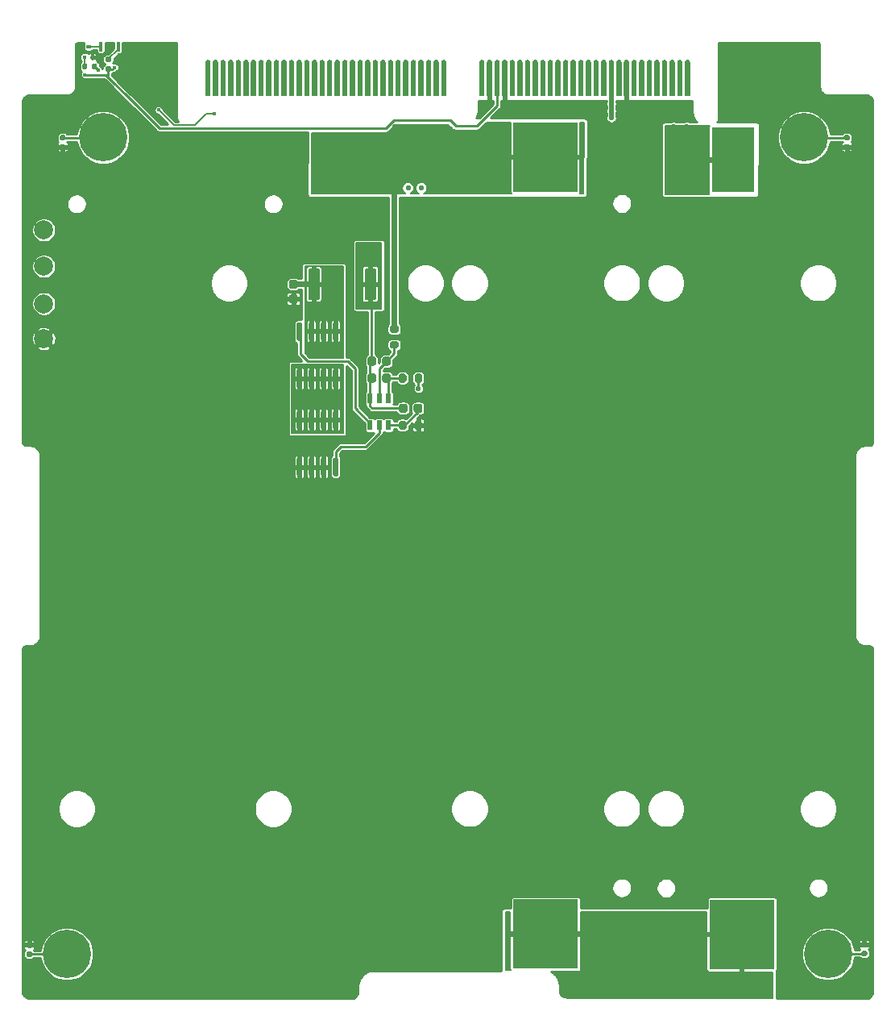
<source format=gtl>
%TF.GenerationSoftware,KiCad,Pcbnew,(5.1.10)-1*%
%TF.CreationDate,2021-11-16T14:43:47-05:00*%
%TF.ProjectId,batteryboard,62617474-6572-4796-926f-6172642e6b69,rev?*%
%TF.SameCoordinates,Original*%
%TF.FileFunction,Copper,L1,Top*%
%TF.FilePolarity,Positive*%
%FSLAX46Y46*%
G04 Gerber Fmt 4.6, Leading zero omitted, Abs format (unit mm)*
G04 Created by KiCad (PCBNEW (5.1.10)-1) date 2021-11-16 14:43:47*
%MOMM*%
%LPD*%
G01*
G04 APERTURE LIST*
%TA.AperFunction,SMDPad,CuDef*%
%ADD10R,6.800000X7.300000*%
%TD*%
%TA.AperFunction,SMDPad,CuDef*%
%ADD11R,4.500000X6.800000*%
%TD*%
%TA.AperFunction,SMDPad,CuDef*%
%ADD12R,0.500000X0.450000*%
%TD*%
%TA.AperFunction,SMDPad,CuDef*%
%ADD13R,0.400000X0.450000*%
%TD*%
%TA.AperFunction,SMDPad,CuDef*%
%ADD14C,0.100000*%
%TD*%
%TA.AperFunction,ComponentPad*%
%ADD15C,5.080000*%
%TD*%
%TA.AperFunction,SMDPad,CuDef*%
%ADD16R,0.370000X1.000000*%
%TD*%
%TA.AperFunction,ComponentPad*%
%ADD17C,2.000000*%
%TD*%
%TA.AperFunction,SMDPad,CuDef*%
%ADD18R,0.600000X1.000000*%
%TD*%
%TA.AperFunction,ViaPad*%
%ADD19C,0.584200*%
%TD*%
%TA.AperFunction,ViaPad*%
%ADD20C,0.381000*%
%TD*%
%TA.AperFunction,Conductor*%
%ADD21C,0.279400*%
%TD*%
%TA.AperFunction,Conductor*%
%ADD22C,0.254000*%
%TD*%
%TA.AperFunction,Conductor*%
%ADD23C,0.508000*%
%TD*%
%TA.AperFunction,Conductor*%
%ADD24C,0.203200*%
%TD*%
%TA.AperFunction,Conductor*%
%ADD25C,0.609600*%
%TD*%
%TA.AperFunction,Conductor*%
%ADD26C,0.152400*%
%TD*%
%TA.AperFunction,Conductor*%
%ADD27C,0.100000*%
%TD*%
G04 APERTURE END LIST*
D10*
X108623100Y-136799700D03*
X108623100Y-55249700D03*
X129273300Y-136825100D03*
D11*
X128348300Y-55525100D03*
%TA.AperFunction,SMDPad,CuDef*%
G36*
G01*
X60920600Y-45879600D02*
X60920600Y-45509600D01*
G75*
G02*
X61055600Y-45374600I135000J0D01*
G01*
X61325600Y-45374600D01*
G75*
G02*
X61460600Y-45509600I0J-135000D01*
G01*
X61460600Y-45879600D01*
G75*
G02*
X61325600Y-46014600I-135000J0D01*
G01*
X61055600Y-46014600D01*
G75*
G02*
X60920600Y-45879600I0J135000D01*
G01*
G37*
%TD.AperFunction*%
%TA.AperFunction,SMDPad,CuDef*%
G36*
G01*
X59900600Y-45879600D02*
X59900600Y-45509600D01*
G75*
G02*
X60035600Y-45374600I135000J0D01*
G01*
X60305600Y-45374600D01*
G75*
G02*
X60440600Y-45509600I0J-135000D01*
G01*
X60440600Y-45879600D01*
G75*
G02*
X60305600Y-46014600I-135000J0D01*
G01*
X60035600Y-46014600D01*
G75*
G02*
X59900600Y-45879600I0J135000D01*
G01*
G37*
%TD.AperFunction*%
%TA.AperFunction,SMDPad,CuDef*%
G36*
G01*
X62846800Y-45226000D02*
X62476800Y-45226000D01*
G75*
G02*
X62341800Y-45091000I0J135000D01*
G01*
X62341800Y-44821000D01*
G75*
G02*
X62476800Y-44686000I135000J0D01*
G01*
X62846800Y-44686000D01*
G75*
G02*
X62981800Y-44821000I0J-135000D01*
G01*
X62981800Y-45091000D01*
G75*
G02*
X62846800Y-45226000I-135000J0D01*
G01*
G37*
%TD.AperFunction*%
%TA.AperFunction,SMDPad,CuDef*%
G36*
G01*
X62846800Y-46246000D02*
X62476800Y-46246000D01*
G75*
G02*
X62341800Y-46111000I0J135000D01*
G01*
X62341800Y-45841000D01*
G75*
G02*
X62476800Y-45706000I135000J0D01*
G01*
X62846800Y-45706000D01*
G75*
G02*
X62981800Y-45841000I0J-135000D01*
G01*
X62981800Y-46111000D01*
G75*
G02*
X62846800Y-46246000I-135000J0D01*
G01*
G37*
%TD.AperFunction*%
D12*
X60579000Y-43595600D03*
D13*
X60979000Y-44745600D03*
X60179000Y-44745600D03*
%TA.AperFunction,SMDPad,CuDef*%
D14*
G36*
X123550965Y-45005859D02*
G01*
X123577516Y-45009970D01*
X123603540Y-45016651D01*
X123628787Y-45025841D01*
X123653017Y-45037450D01*
X123675998Y-45051368D01*
X123697512Y-45067462D01*
X123717352Y-45085579D01*
X123735330Y-45105545D01*
X123751273Y-45127170D01*
X123765031Y-45150248D01*
X123776470Y-45174559D01*
X123785483Y-45199869D01*
X123791983Y-45225939D01*
X123795908Y-45252518D01*
X123797220Y-45279353D01*
X123797220Y-48804353D01*
X123247220Y-48804353D01*
X123247220Y-45279353D01*
X123247247Y-45275513D01*
X123248934Y-45248699D01*
X123253229Y-45222177D01*
X123260093Y-45196201D01*
X123269458Y-45171019D01*
X123281236Y-45146871D01*
X123295314Y-45123987D01*
X123311558Y-45102586D01*
X123329813Y-45082873D01*
X123349904Y-45065035D01*
X123371640Y-45049243D01*
X123394814Y-45035647D01*
X123419203Y-45024377D01*
X123444576Y-45015542D01*
X123470690Y-45009224D01*
X123497296Y-45005485D01*
X123524140Y-45004360D01*
X123550965Y-45005859D01*
G37*
%TD.AperFunction*%
%TA.AperFunction,SMDPad,CuDef*%
G36*
X122750965Y-45005859D02*
G01*
X122777516Y-45009970D01*
X122803540Y-45016651D01*
X122828787Y-45025841D01*
X122853017Y-45037450D01*
X122875998Y-45051368D01*
X122897512Y-45067462D01*
X122917352Y-45085579D01*
X122935330Y-45105545D01*
X122951273Y-45127170D01*
X122965031Y-45150248D01*
X122976470Y-45174559D01*
X122985483Y-45199869D01*
X122991983Y-45225939D01*
X122995908Y-45252518D01*
X122997220Y-45279353D01*
X122997220Y-48804353D01*
X122447220Y-48804353D01*
X122447220Y-45279353D01*
X122447247Y-45275513D01*
X122448934Y-45248699D01*
X122453229Y-45222177D01*
X122460093Y-45196201D01*
X122469458Y-45171019D01*
X122481236Y-45146871D01*
X122495314Y-45123987D01*
X122511558Y-45102586D01*
X122529813Y-45082873D01*
X122549904Y-45065035D01*
X122571640Y-45049243D01*
X122594814Y-45035647D01*
X122619203Y-45024377D01*
X122644576Y-45015542D01*
X122670690Y-45009224D01*
X122697296Y-45005485D01*
X122724140Y-45004360D01*
X122750965Y-45005859D01*
G37*
%TD.AperFunction*%
%TA.AperFunction,SMDPad,CuDef*%
G36*
X121950965Y-45005859D02*
G01*
X121977516Y-45009970D01*
X122003540Y-45016651D01*
X122028787Y-45025841D01*
X122053017Y-45037450D01*
X122075998Y-45051368D01*
X122097512Y-45067462D01*
X122117352Y-45085579D01*
X122135330Y-45105545D01*
X122151273Y-45127170D01*
X122165031Y-45150248D01*
X122176470Y-45174559D01*
X122185483Y-45199869D01*
X122191983Y-45225939D01*
X122195908Y-45252518D01*
X122197220Y-45279353D01*
X122197220Y-48804353D01*
X121647220Y-48804353D01*
X121647220Y-45279353D01*
X121647247Y-45275513D01*
X121648934Y-45248699D01*
X121653229Y-45222177D01*
X121660093Y-45196201D01*
X121669458Y-45171019D01*
X121681236Y-45146871D01*
X121695314Y-45123987D01*
X121711558Y-45102586D01*
X121729813Y-45082873D01*
X121749904Y-45065035D01*
X121771640Y-45049243D01*
X121794814Y-45035647D01*
X121819203Y-45024377D01*
X121844576Y-45015542D01*
X121870690Y-45009224D01*
X121897296Y-45005485D01*
X121924140Y-45004360D01*
X121950965Y-45005859D01*
G37*
%TD.AperFunction*%
%TA.AperFunction,SMDPad,CuDef*%
G36*
X121150965Y-45005859D02*
G01*
X121177516Y-45009970D01*
X121203540Y-45016651D01*
X121228787Y-45025841D01*
X121253017Y-45037450D01*
X121275998Y-45051368D01*
X121297512Y-45067462D01*
X121317352Y-45085579D01*
X121335330Y-45105545D01*
X121351273Y-45127170D01*
X121365031Y-45150248D01*
X121376470Y-45174559D01*
X121385483Y-45199869D01*
X121391983Y-45225939D01*
X121395908Y-45252518D01*
X121397220Y-45279353D01*
X121397220Y-48804353D01*
X120847220Y-48804353D01*
X120847220Y-45279353D01*
X120847247Y-45275513D01*
X120848934Y-45248699D01*
X120853229Y-45222177D01*
X120860093Y-45196201D01*
X120869458Y-45171019D01*
X120881236Y-45146871D01*
X120895314Y-45123987D01*
X120911558Y-45102586D01*
X120929813Y-45082873D01*
X120949904Y-45065035D01*
X120971640Y-45049243D01*
X120994814Y-45035647D01*
X121019203Y-45024377D01*
X121044576Y-45015542D01*
X121070690Y-45009224D01*
X121097296Y-45005485D01*
X121124140Y-45004360D01*
X121150965Y-45005859D01*
G37*
%TD.AperFunction*%
%TA.AperFunction,SMDPad,CuDef*%
G36*
X120350965Y-45005859D02*
G01*
X120377516Y-45009970D01*
X120403540Y-45016651D01*
X120428787Y-45025841D01*
X120453017Y-45037450D01*
X120475998Y-45051368D01*
X120497512Y-45067462D01*
X120517352Y-45085579D01*
X120535330Y-45105545D01*
X120551273Y-45127170D01*
X120565031Y-45150248D01*
X120576470Y-45174559D01*
X120585483Y-45199869D01*
X120591983Y-45225939D01*
X120595908Y-45252518D01*
X120597220Y-45279353D01*
X120597220Y-48804353D01*
X120047220Y-48804353D01*
X120047220Y-45279353D01*
X120047247Y-45275513D01*
X120048934Y-45248699D01*
X120053229Y-45222177D01*
X120060093Y-45196201D01*
X120069458Y-45171019D01*
X120081236Y-45146871D01*
X120095314Y-45123987D01*
X120111558Y-45102586D01*
X120129813Y-45082873D01*
X120149904Y-45065035D01*
X120171640Y-45049243D01*
X120194814Y-45035647D01*
X120219203Y-45024377D01*
X120244576Y-45015542D01*
X120270690Y-45009224D01*
X120297296Y-45005485D01*
X120324140Y-45004360D01*
X120350965Y-45005859D01*
G37*
%TD.AperFunction*%
%TA.AperFunction,SMDPad,CuDef*%
G36*
X119550965Y-45005859D02*
G01*
X119577516Y-45009970D01*
X119603540Y-45016651D01*
X119628787Y-45025841D01*
X119653017Y-45037450D01*
X119675998Y-45051368D01*
X119697512Y-45067462D01*
X119717352Y-45085579D01*
X119735330Y-45105545D01*
X119751273Y-45127170D01*
X119765031Y-45150248D01*
X119776470Y-45174559D01*
X119785483Y-45199869D01*
X119791983Y-45225939D01*
X119795908Y-45252518D01*
X119797220Y-45279353D01*
X119797220Y-48804353D01*
X119247220Y-48804353D01*
X119247220Y-45279353D01*
X119247247Y-45275513D01*
X119248934Y-45248699D01*
X119253229Y-45222177D01*
X119260093Y-45196201D01*
X119269458Y-45171019D01*
X119281236Y-45146871D01*
X119295314Y-45123987D01*
X119311558Y-45102586D01*
X119329813Y-45082873D01*
X119349904Y-45065035D01*
X119371640Y-45049243D01*
X119394814Y-45035647D01*
X119419203Y-45024377D01*
X119444576Y-45015542D01*
X119470690Y-45009224D01*
X119497296Y-45005485D01*
X119524140Y-45004360D01*
X119550965Y-45005859D01*
G37*
%TD.AperFunction*%
%TA.AperFunction,SMDPad,CuDef*%
G36*
X118750965Y-45005859D02*
G01*
X118777516Y-45009970D01*
X118803540Y-45016651D01*
X118828787Y-45025841D01*
X118853017Y-45037450D01*
X118875998Y-45051368D01*
X118897512Y-45067462D01*
X118917352Y-45085579D01*
X118935330Y-45105545D01*
X118951273Y-45127170D01*
X118965031Y-45150248D01*
X118976470Y-45174559D01*
X118985483Y-45199869D01*
X118991983Y-45225939D01*
X118995908Y-45252518D01*
X118997220Y-45279353D01*
X118997220Y-48804353D01*
X118447220Y-48804353D01*
X118447220Y-45279353D01*
X118447247Y-45275513D01*
X118448934Y-45248699D01*
X118453229Y-45222177D01*
X118460093Y-45196201D01*
X118469458Y-45171019D01*
X118481236Y-45146871D01*
X118495314Y-45123987D01*
X118511558Y-45102586D01*
X118529813Y-45082873D01*
X118549904Y-45065035D01*
X118571640Y-45049243D01*
X118594814Y-45035647D01*
X118619203Y-45024377D01*
X118644576Y-45015542D01*
X118670690Y-45009224D01*
X118697296Y-45005485D01*
X118724140Y-45004360D01*
X118750965Y-45005859D01*
G37*
%TD.AperFunction*%
%TA.AperFunction,SMDPad,CuDef*%
G36*
X117950965Y-45005859D02*
G01*
X117977516Y-45009970D01*
X118003540Y-45016651D01*
X118028787Y-45025841D01*
X118053017Y-45037450D01*
X118075998Y-45051368D01*
X118097512Y-45067462D01*
X118117352Y-45085579D01*
X118135330Y-45105545D01*
X118151273Y-45127170D01*
X118165031Y-45150248D01*
X118176470Y-45174559D01*
X118185483Y-45199869D01*
X118191983Y-45225939D01*
X118195908Y-45252518D01*
X118197220Y-45279353D01*
X118197220Y-48804353D01*
X117647220Y-48804353D01*
X117647220Y-45279353D01*
X117647247Y-45275513D01*
X117648934Y-45248699D01*
X117653229Y-45222177D01*
X117660093Y-45196201D01*
X117669458Y-45171019D01*
X117681236Y-45146871D01*
X117695314Y-45123987D01*
X117711558Y-45102586D01*
X117729813Y-45082873D01*
X117749904Y-45065035D01*
X117771640Y-45049243D01*
X117794814Y-45035647D01*
X117819203Y-45024377D01*
X117844576Y-45015542D01*
X117870690Y-45009224D01*
X117897296Y-45005485D01*
X117924140Y-45004360D01*
X117950965Y-45005859D01*
G37*
%TD.AperFunction*%
%TA.AperFunction,SMDPad,CuDef*%
G36*
X117150965Y-45005859D02*
G01*
X117177516Y-45009970D01*
X117203540Y-45016651D01*
X117228787Y-45025841D01*
X117253017Y-45037450D01*
X117275998Y-45051368D01*
X117297512Y-45067462D01*
X117317352Y-45085579D01*
X117335330Y-45105545D01*
X117351273Y-45127170D01*
X117365031Y-45150248D01*
X117376470Y-45174559D01*
X117385483Y-45199869D01*
X117391983Y-45225939D01*
X117395908Y-45252518D01*
X117397220Y-45279353D01*
X117397220Y-48804353D01*
X116847220Y-48804353D01*
X116847220Y-45279353D01*
X116847247Y-45275513D01*
X116848934Y-45248699D01*
X116853229Y-45222177D01*
X116860093Y-45196201D01*
X116869458Y-45171019D01*
X116881236Y-45146871D01*
X116895314Y-45123987D01*
X116911558Y-45102586D01*
X116929813Y-45082873D01*
X116949904Y-45065035D01*
X116971640Y-45049243D01*
X116994814Y-45035647D01*
X117019203Y-45024377D01*
X117044576Y-45015542D01*
X117070690Y-45009224D01*
X117097296Y-45005485D01*
X117124140Y-45004360D01*
X117150965Y-45005859D01*
G37*
%TD.AperFunction*%
%TA.AperFunction,SMDPad,CuDef*%
G36*
X116350965Y-45005859D02*
G01*
X116377516Y-45009970D01*
X116403540Y-45016651D01*
X116428787Y-45025841D01*
X116453017Y-45037450D01*
X116475998Y-45051368D01*
X116497512Y-45067462D01*
X116517352Y-45085579D01*
X116535330Y-45105545D01*
X116551273Y-45127170D01*
X116565031Y-45150248D01*
X116576470Y-45174559D01*
X116585483Y-45199869D01*
X116591983Y-45225939D01*
X116595908Y-45252518D01*
X116597220Y-45279353D01*
X116597220Y-48804353D01*
X116047220Y-48804353D01*
X116047220Y-45279353D01*
X116047247Y-45275513D01*
X116048934Y-45248699D01*
X116053229Y-45222177D01*
X116060093Y-45196201D01*
X116069458Y-45171019D01*
X116081236Y-45146871D01*
X116095314Y-45123987D01*
X116111558Y-45102586D01*
X116129813Y-45082873D01*
X116149904Y-45065035D01*
X116171640Y-45049243D01*
X116194814Y-45035647D01*
X116219203Y-45024377D01*
X116244576Y-45015542D01*
X116270690Y-45009224D01*
X116297296Y-45005485D01*
X116324140Y-45004360D01*
X116350965Y-45005859D01*
G37*
%TD.AperFunction*%
%TA.AperFunction,SMDPad,CuDef*%
G36*
X115550965Y-45005859D02*
G01*
X115577516Y-45009970D01*
X115603540Y-45016651D01*
X115628787Y-45025841D01*
X115653017Y-45037450D01*
X115675998Y-45051368D01*
X115697512Y-45067462D01*
X115717352Y-45085579D01*
X115735330Y-45105545D01*
X115751273Y-45127170D01*
X115765031Y-45150248D01*
X115776470Y-45174559D01*
X115785483Y-45199869D01*
X115791983Y-45225939D01*
X115795908Y-45252518D01*
X115797220Y-45279353D01*
X115797220Y-48804353D01*
X115247220Y-48804353D01*
X115247220Y-45279353D01*
X115247247Y-45275513D01*
X115248934Y-45248699D01*
X115253229Y-45222177D01*
X115260093Y-45196201D01*
X115269458Y-45171019D01*
X115281236Y-45146871D01*
X115295314Y-45123987D01*
X115311558Y-45102586D01*
X115329813Y-45082873D01*
X115349904Y-45065035D01*
X115371640Y-45049243D01*
X115394814Y-45035647D01*
X115419203Y-45024377D01*
X115444576Y-45015542D01*
X115470690Y-45009224D01*
X115497296Y-45005485D01*
X115524140Y-45004360D01*
X115550965Y-45005859D01*
G37*
%TD.AperFunction*%
%TA.AperFunction,SMDPad,CuDef*%
G36*
X114750965Y-45005859D02*
G01*
X114777516Y-45009970D01*
X114803540Y-45016651D01*
X114828787Y-45025841D01*
X114853017Y-45037450D01*
X114875998Y-45051368D01*
X114897512Y-45067462D01*
X114917352Y-45085579D01*
X114935330Y-45105545D01*
X114951273Y-45127170D01*
X114965031Y-45150248D01*
X114976470Y-45174559D01*
X114985483Y-45199869D01*
X114991983Y-45225939D01*
X114995908Y-45252518D01*
X114997220Y-45279353D01*
X114997220Y-48804353D01*
X114447220Y-48804353D01*
X114447220Y-45279353D01*
X114447247Y-45275513D01*
X114448934Y-45248699D01*
X114453229Y-45222177D01*
X114460093Y-45196201D01*
X114469458Y-45171019D01*
X114481236Y-45146871D01*
X114495314Y-45123987D01*
X114511558Y-45102586D01*
X114529813Y-45082873D01*
X114549904Y-45065035D01*
X114571640Y-45049243D01*
X114594814Y-45035647D01*
X114619203Y-45024377D01*
X114644576Y-45015542D01*
X114670690Y-45009224D01*
X114697296Y-45005485D01*
X114724140Y-45004360D01*
X114750965Y-45005859D01*
G37*
%TD.AperFunction*%
%TA.AperFunction,SMDPad,CuDef*%
G36*
X113950965Y-45005859D02*
G01*
X113977516Y-45009970D01*
X114003540Y-45016651D01*
X114028787Y-45025841D01*
X114053017Y-45037450D01*
X114075998Y-45051368D01*
X114097512Y-45067462D01*
X114117352Y-45085579D01*
X114135330Y-45105545D01*
X114151273Y-45127170D01*
X114165031Y-45150248D01*
X114176470Y-45174559D01*
X114185483Y-45199869D01*
X114191983Y-45225939D01*
X114195908Y-45252518D01*
X114197220Y-45279353D01*
X114197220Y-48804353D01*
X113647220Y-48804353D01*
X113647220Y-45279353D01*
X113647247Y-45275513D01*
X113648934Y-45248699D01*
X113653229Y-45222177D01*
X113660093Y-45196201D01*
X113669458Y-45171019D01*
X113681236Y-45146871D01*
X113695314Y-45123987D01*
X113711558Y-45102586D01*
X113729813Y-45082873D01*
X113749904Y-45065035D01*
X113771640Y-45049243D01*
X113794814Y-45035647D01*
X113819203Y-45024377D01*
X113844576Y-45015542D01*
X113870690Y-45009224D01*
X113897296Y-45005485D01*
X113924140Y-45004360D01*
X113950965Y-45005859D01*
G37*
%TD.AperFunction*%
%TA.AperFunction,SMDPad,CuDef*%
G36*
X113150965Y-45005859D02*
G01*
X113177516Y-45009970D01*
X113203540Y-45016651D01*
X113228787Y-45025841D01*
X113253017Y-45037450D01*
X113275998Y-45051368D01*
X113297512Y-45067462D01*
X113317352Y-45085579D01*
X113335330Y-45105545D01*
X113351273Y-45127170D01*
X113365031Y-45150248D01*
X113376470Y-45174559D01*
X113385483Y-45199869D01*
X113391983Y-45225939D01*
X113395908Y-45252518D01*
X113397220Y-45279353D01*
X113397220Y-48804353D01*
X112847220Y-48804353D01*
X112847220Y-45279353D01*
X112847247Y-45275513D01*
X112848934Y-45248699D01*
X112853229Y-45222177D01*
X112860093Y-45196201D01*
X112869458Y-45171019D01*
X112881236Y-45146871D01*
X112895314Y-45123987D01*
X112911558Y-45102586D01*
X112929813Y-45082873D01*
X112949904Y-45065035D01*
X112971640Y-45049243D01*
X112994814Y-45035647D01*
X113019203Y-45024377D01*
X113044576Y-45015542D01*
X113070690Y-45009224D01*
X113097296Y-45005485D01*
X113124140Y-45004360D01*
X113150965Y-45005859D01*
G37*
%TD.AperFunction*%
%TA.AperFunction,SMDPad,CuDef*%
G36*
X112350965Y-45005859D02*
G01*
X112377516Y-45009970D01*
X112403540Y-45016651D01*
X112428787Y-45025841D01*
X112453017Y-45037450D01*
X112475998Y-45051368D01*
X112497512Y-45067462D01*
X112517352Y-45085579D01*
X112535330Y-45105545D01*
X112551273Y-45127170D01*
X112565031Y-45150248D01*
X112576470Y-45174559D01*
X112585483Y-45199869D01*
X112591983Y-45225939D01*
X112595908Y-45252518D01*
X112597220Y-45279353D01*
X112597220Y-48804353D01*
X112047220Y-48804353D01*
X112047220Y-45279353D01*
X112047247Y-45275513D01*
X112048934Y-45248699D01*
X112053229Y-45222177D01*
X112060093Y-45196201D01*
X112069458Y-45171019D01*
X112081236Y-45146871D01*
X112095314Y-45123987D01*
X112111558Y-45102586D01*
X112129813Y-45082873D01*
X112149904Y-45065035D01*
X112171640Y-45049243D01*
X112194814Y-45035647D01*
X112219203Y-45024377D01*
X112244576Y-45015542D01*
X112270690Y-45009224D01*
X112297296Y-45005485D01*
X112324140Y-45004360D01*
X112350965Y-45005859D01*
G37*
%TD.AperFunction*%
%TA.AperFunction,SMDPad,CuDef*%
G36*
X111550965Y-45005859D02*
G01*
X111577516Y-45009970D01*
X111603540Y-45016651D01*
X111628787Y-45025841D01*
X111653017Y-45037450D01*
X111675998Y-45051368D01*
X111697512Y-45067462D01*
X111717352Y-45085579D01*
X111735330Y-45105545D01*
X111751273Y-45127170D01*
X111765031Y-45150248D01*
X111776470Y-45174559D01*
X111785483Y-45199869D01*
X111791983Y-45225939D01*
X111795908Y-45252518D01*
X111797220Y-45279353D01*
X111797220Y-48804353D01*
X111247220Y-48804353D01*
X111247220Y-45279353D01*
X111247247Y-45275513D01*
X111248934Y-45248699D01*
X111253229Y-45222177D01*
X111260093Y-45196201D01*
X111269458Y-45171019D01*
X111281236Y-45146871D01*
X111295314Y-45123987D01*
X111311558Y-45102586D01*
X111329813Y-45082873D01*
X111349904Y-45065035D01*
X111371640Y-45049243D01*
X111394814Y-45035647D01*
X111419203Y-45024377D01*
X111444576Y-45015542D01*
X111470690Y-45009224D01*
X111497296Y-45005485D01*
X111524140Y-45004360D01*
X111550965Y-45005859D01*
G37*
%TD.AperFunction*%
%TA.AperFunction,SMDPad,CuDef*%
G36*
X110750965Y-45005859D02*
G01*
X110777516Y-45009970D01*
X110803540Y-45016651D01*
X110828787Y-45025841D01*
X110853017Y-45037450D01*
X110875998Y-45051368D01*
X110897512Y-45067462D01*
X110917352Y-45085579D01*
X110935330Y-45105545D01*
X110951273Y-45127170D01*
X110965031Y-45150248D01*
X110976470Y-45174559D01*
X110985483Y-45199869D01*
X110991983Y-45225939D01*
X110995908Y-45252518D01*
X110997220Y-45279353D01*
X110997220Y-48804353D01*
X110447220Y-48804353D01*
X110447220Y-45279353D01*
X110447247Y-45275513D01*
X110448934Y-45248699D01*
X110453229Y-45222177D01*
X110460093Y-45196201D01*
X110469458Y-45171019D01*
X110481236Y-45146871D01*
X110495314Y-45123987D01*
X110511558Y-45102586D01*
X110529813Y-45082873D01*
X110549904Y-45065035D01*
X110571640Y-45049243D01*
X110594814Y-45035647D01*
X110619203Y-45024377D01*
X110644576Y-45015542D01*
X110670690Y-45009224D01*
X110697296Y-45005485D01*
X110724140Y-45004360D01*
X110750965Y-45005859D01*
G37*
%TD.AperFunction*%
%TA.AperFunction,SMDPad,CuDef*%
G36*
X109950965Y-45005859D02*
G01*
X109977516Y-45009970D01*
X110003540Y-45016651D01*
X110028787Y-45025841D01*
X110053017Y-45037450D01*
X110075998Y-45051368D01*
X110097512Y-45067462D01*
X110117352Y-45085579D01*
X110135330Y-45105545D01*
X110151273Y-45127170D01*
X110165031Y-45150248D01*
X110176470Y-45174559D01*
X110185483Y-45199869D01*
X110191983Y-45225939D01*
X110195908Y-45252518D01*
X110197220Y-45279353D01*
X110197220Y-48804353D01*
X109647220Y-48804353D01*
X109647220Y-45279353D01*
X109647247Y-45275513D01*
X109648934Y-45248699D01*
X109653229Y-45222177D01*
X109660093Y-45196201D01*
X109669458Y-45171019D01*
X109681236Y-45146871D01*
X109695314Y-45123987D01*
X109711558Y-45102586D01*
X109729813Y-45082873D01*
X109749904Y-45065035D01*
X109771640Y-45049243D01*
X109794814Y-45035647D01*
X109819203Y-45024377D01*
X109844576Y-45015542D01*
X109870690Y-45009224D01*
X109897296Y-45005485D01*
X109924140Y-45004360D01*
X109950965Y-45005859D01*
G37*
%TD.AperFunction*%
%TA.AperFunction,SMDPad,CuDef*%
G36*
X109150965Y-45005859D02*
G01*
X109177516Y-45009970D01*
X109203540Y-45016651D01*
X109228787Y-45025841D01*
X109253017Y-45037450D01*
X109275998Y-45051368D01*
X109297512Y-45067462D01*
X109317352Y-45085579D01*
X109335330Y-45105545D01*
X109351273Y-45127170D01*
X109365031Y-45150248D01*
X109376470Y-45174559D01*
X109385483Y-45199869D01*
X109391983Y-45225939D01*
X109395908Y-45252518D01*
X109397220Y-45279353D01*
X109397220Y-48804353D01*
X108847220Y-48804353D01*
X108847220Y-45279353D01*
X108847247Y-45275513D01*
X108848934Y-45248699D01*
X108853229Y-45222177D01*
X108860093Y-45196201D01*
X108869458Y-45171019D01*
X108881236Y-45146871D01*
X108895314Y-45123987D01*
X108911558Y-45102586D01*
X108929813Y-45082873D01*
X108949904Y-45065035D01*
X108971640Y-45049243D01*
X108994814Y-45035647D01*
X109019203Y-45024377D01*
X109044576Y-45015542D01*
X109070690Y-45009224D01*
X109097296Y-45005485D01*
X109124140Y-45004360D01*
X109150965Y-45005859D01*
G37*
%TD.AperFunction*%
%TA.AperFunction,SMDPad,CuDef*%
G36*
X108350965Y-45005859D02*
G01*
X108377516Y-45009970D01*
X108403540Y-45016651D01*
X108428787Y-45025841D01*
X108453017Y-45037450D01*
X108475998Y-45051368D01*
X108497512Y-45067462D01*
X108517352Y-45085579D01*
X108535330Y-45105545D01*
X108551273Y-45127170D01*
X108565031Y-45150248D01*
X108576470Y-45174559D01*
X108585483Y-45199869D01*
X108591983Y-45225939D01*
X108595908Y-45252518D01*
X108597220Y-45279353D01*
X108597220Y-48804353D01*
X108047220Y-48804353D01*
X108047220Y-45279353D01*
X108047247Y-45275513D01*
X108048934Y-45248699D01*
X108053229Y-45222177D01*
X108060093Y-45196201D01*
X108069458Y-45171019D01*
X108081236Y-45146871D01*
X108095314Y-45123987D01*
X108111558Y-45102586D01*
X108129813Y-45082873D01*
X108149904Y-45065035D01*
X108171640Y-45049243D01*
X108194814Y-45035647D01*
X108219203Y-45024377D01*
X108244576Y-45015542D01*
X108270690Y-45009224D01*
X108297296Y-45005485D01*
X108324140Y-45004360D01*
X108350965Y-45005859D01*
G37*
%TD.AperFunction*%
%TA.AperFunction,SMDPad,CuDef*%
G36*
X107550965Y-45005859D02*
G01*
X107577516Y-45009970D01*
X107603540Y-45016651D01*
X107628787Y-45025841D01*
X107653017Y-45037450D01*
X107675998Y-45051368D01*
X107697512Y-45067462D01*
X107717352Y-45085579D01*
X107735330Y-45105545D01*
X107751273Y-45127170D01*
X107765031Y-45150248D01*
X107776470Y-45174559D01*
X107785483Y-45199869D01*
X107791983Y-45225939D01*
X107795908Y-45252518D01*
X107797220Y-45279353D01*
X107797220Y-48804353D01*
X107247220Y-48804353D01*
X107247220Y-45279353D01*
X107247247Y-45275513D01*
X107248934Y-45248699D01*
X107253229Y-45222177D01*
X107260093Y-45196201D01*
X107269458Y-45171019D01*
X107281236Y-45146871D01*
X107295314Y-45123987D01*
X107311558Y-45102586D01*
X107329813Y-45082873D01*
X107349904Y-45065035D01*
X107371640Y-45049243D01*
X107394814Y-45035647D01*
X107419203Y-45024377D01*
X107444576Y-45015542D01*
X107470690Y-45009224D01*
X107497296Y-45005485D01*
X107524140Y-45004360D01*
X107550965Y-45005859D01*
G37*
%TD.AperFunction*%
%TA.AperFunction,SMDPad,CuDef*%
G36*
X106750965Y-45005859D02*
G01*
X106777516Y-45009970D01*
X106803540Y-45016651D01*
X106828787Y-45025841D01*
X106853017Y-45037450D01*
X106875998Y-45051368D01*
X106897512Y-45067462D01*
X106917352Y-45085579D01*
X106935330Y-45105545D01*
X106951273Y-45127170D01*
X106965031Y-45150248D01*
X106976470Y-45174559D01*
X106985483Y-45199869D01*
X106991983Y-45225939D01*
X106995908Y-45252518D01*
X106997220Y-45279353D01*
X106997220Y-48804353D01*
X106447220Y-48804353D01*
X106447220Y-45279353D01*
X106447247Y-45275513D01*
X106448934Y-45248699D01*
X106453229Y-45222177D01*
X106460093Y-45196201D01*
X106469458Y-45171019D01*
X106481236Y-45146871D01*
X106495314Y-45123987D01*
X106511558Y-45102586D01*
X106529813Y-45082873D01*
X106549904Y-45065035D01*
X106571640Y-45049243D01*
X106594814Y-45035647D01*
X106619203Y-45024377D01*
X106644576Y-45015542D01*
X106670690Y-45009224D01*
X106697296Y-45005485D01*
X106724140Y-45004360D01*
X106750965Y-45005859D01*
G37*
%TD.AperFunction*%
%TA.AperFunction,SMDPad,CuDef*%
G36*
X105950965Y-45005859D02*
G01*
X105977516Y-45009970D01*
X106003540Y-45016651D01*
X106028787Y-45025841D01*
X106053017Y-45037450D01*
X106075998Y-45051368D01*
X106097512Y-45067462D01*
X106117352Y-45085579D01*
X106135330Y-45105545D01*
X106151273Y-45127170D01*
X106165031Y-45150248D01*
X106176470Y-45174559D01*
X106185483Y-45199869D01*
X106191983Y-45225939D01*
X106195908Y-45252518D01*
X106197220Y-45279353D01*
X106197220Y-48804353D01*
X105647220Y-48804353D01*
X105647220Y-45279353D01*
X105647247Y-45275513D01*
X105648934Y-45248699D01*
X105653229Y-45222177D01*
X105660093Y-45196201D01*
X105669458Y-45171019D01*
X105681236Y-45146871D01*
X105695314Y-45123987D01*
X105711558Y-45102586D01*
X105729813Y-45082873D01*
X105749904Y-45065035D01*
X105771640Y-45049243D01*
X105794814Y-45035647D01*
X105819203Y-45024377D01*
X105844576Y-45015542D01*
X105870690Y-45009224D01*
X105897296Y-45005485D01*
X105924140Y-45004360D01*
X105950965Y-45005859D01*
G37*
%TD.AperFunction*%
%TA.AperFunction,SMDPad,CuDef*%
G36*
X105150965Y-45005859D02*
G01*
X105177516Y-45009970D01*
X105203540Y-45016651D01*
X105228787Y-45025841D01*
X105253017Y-45037450D01*
X105275998Y-45051368D01*
X105297512Y-45067462D01*
X105317352Y-45085579D01*
X105335330Y-45105545D01*
X105351273Y-45127170D01*
X105365031Y-45150248D01*
X105376470Y-45174559D01*
X105385483Y-45199869D01*
X105391983Y-45225939D01*
X105395908Y-45252518D01*
X105397220Y-45279353D01*
X105397220Y-48804353D01*
X104847220Y-48804353D01*
X104847220Y-45279353D01*
X104847247Y-45275513D01*
X104848934Y-45248699D01*
X104853229Y-45222177D01*
X104860093Y-45196201D01*
X104869458Y-45171019D01*
X104881236Y-45146871D01*
X104895314Y-45123987D01*
X104911558Y-45102586D01*
X104929813Y-45082873D01*
X104949904Y-45065035D01*
X104971640Y-45049243D01*
X104994814Y-45035647D01*
X105019203Y-45024377D01*
X105044576Y-45015542D01*
X105070690Y-45009224D01*
X105097296Y-45005485D01*
X105124140Y-45004360D01*
X105150965Y-45005859D01*
G37*
%TD.AperFunction*%
%TA.AperFunction,SMDPad,CuDef*%
G36*
X104350965Y-45005859D02*
G01*
X104377516Y-45009970D01*
X104403540Y-45016651D01*
X104428787Y-45025841D01*
X104453017Y-45037450D01*
X104475998Y-45051368D01*
X104497512Y-45067462D01*
X104517352Y-45085579D01*
X104535330Y-45105545D01*
X104551273Y-45127170D01*
X104565031Y-45150248D01*
X104576470Y-45174559D01*
X104585483Y-45199869D01*
X104591983Y-45225939D01*
X104595908Y-45252518D01*
X104597220Y-45279353D01*
X104597220Y-48804353D01*
X104047220Y-48804353D01*
X104047220Y-45279353D01*
X104047247Y-45275513D01*
X104048934Y-45248699D01*
X104053229Y-45222177D01*
X104060093Y-45196201D01*
X104069458Y-45171019D01*
X104081236Y-45146871D01*
X104095314Y-45123987D01*
X104111558Y-45102586D01*
X104129813Y-45082873D01*
X104149904Y-45065035D01*
X104171640Y-45049243D01*
X104194814Y-45035647D01*
X104219203Y-45024377D01*
X104244576Y-45015542D01*
X104270690Y-45009224D01*
X104297296Y-45005485D01*
X104324140Y-45004360D01*
X104350965Y-45005859D01*
G37*
%TD.AperFunction*%
%TA.AperFunction,SMDPad,CuDef*%
G36*
X103550965Y-45005859D02*
G01*
X103577516Y-45009970D01*
X103603540Y-45016651D01*
X103628787Y-45025841D01*
X103653017Y-45037450D01*
X103675998Y-45051368D01*
X103697512Y-45067462D01*
X103717352Y-45085579D01*
X103735330Y-45105545D01*
X103751273Y-45127170D01*
X103765031Y-45150248D01*
X103776470Y-45174559D01*
X103785483Y-45199869D01*
X103791983Y-45225939D01*
X103795908Y-45252518D01*
X103797220Y-45279353D01*
X103797220Y-48804353D01*
X103247220Y-48804353D01*
X103247220Y-45279353D01*
X103247247Y-45275513D01*
X103248934Y-45248699D01*
X103253229Y-45222177D01*
X103260093Y-45196201D01*
X103269458Y-45171019D01*
X103281236Y-45146871D01*
X103295314Y-45123987D01*
X103311558Y-45102586D01*
X103329813Y-45082873D01*
X103349904Y-45065035D01*
X103371640Y-45049243D01*
X103394814Y-45035647D01*
X103419203Y-45024377D01*
X103444576Y-45015542D01*
X103470690Y-45009224D01*
X103497296Y-45005485D01*
X103524140Y-45004360D01*
X103550965Y-45005859D01*
G37*
%TD.AperFunction*%
%TA.AperFunction,SMDPad,CuDef*%
G36*
X102750965Y-45005859D02*
G01*
X102777516Y-45009970D01*
X102803540Y-45016651D01*
X102828787Y-45025841D01*
X102853017Y-45037450D01*
X102875998Y-45051368D01*
X102897512Y-45067462D01*
X102917352Y-45085579D01*
X102935330Y-45105545D01*
X102951273Y-45127170D01*
X102965031Y-45150248D01*
X102976470Y-45174559D01*
X102985483Y-45199869D01*
X102991983Y-45225939D01*
X102995908Y-45252518D01*
X102997220Y-45279353D01*
X102997220Y-48804353D01*
X102447220Y-48804353D01*
X102447220Y-45279353D01*
X102447247Y-45275513D01*
X102448934Y-45248699D01*
X102453229Y-45222177D01*
X102460093Y-45196201D01*
X102469458Y-45171019D01*
X102481236Y-45146871D01*
X102495314Y-45123987D01*
X102511558Y-45102586D01*
X102529813Y-45082873D01*
X102549904Y-45065035D01*
X102571640Y-45049243D01*
X102594814Y-45035647D01*
X102619203Y-45024377D01*
X102644576Y-45015542D01*
X102670690Y-45009224D01*
X102697296Y-45005485D01*
X102724140Y-45004360D01*
X102750965Y-45005859D01*
G37*
%TD.AperFunction*%
%TA.AperFunction,SMDPad,CuDef*%
G36*
X97950965Y-45005859D02*
G01*
X97977516Y-45009970D01*
X98003540Y-45016651D01*
X98028787Y-45025841D01*
X98053017Y-45037450D01*
X98075998Y-45051368D01*
X98097512Y-45067462D01*
X98117352Y-45085579D01*
X98135330Y-45105545D01*
X98151273Y-45127170D01*
X98165031Y-45150248D01*
X98176470Y-45174559D01*
X98185483Y-45199869D01*
X98191983Y-45225939D01*
X98195908Y-45252518D01*
X98197220Y-45279353D01*
X98197220Y-48804353D01*
X97647220Y-48804353D01*
X97647220Y-45279353D01*
X97647247Y-45275513D01*
X97648934Y-45248699D01*
X97653229Y-45222177D01*
X97660093Y-45196201D01*
X97669458Y-45171019D01*
X97681236Y-45146871D01*
X97695314Y-45123987D01*
X97711558Y-45102586D01*
X97729813Y-45082873D01*
X97749904Y-45065035D01*
X97771640Y-45049243D01*
X97794814Y-45035647D01*
X97819203Y-45024377D01*
X97844576Y-45015542D01*
X97870690Y-45009224D01*
X97897296Y-45005485D01*
X97924140Y-45004360D01*
X97950965Y-45005859D01*
G37*
%TD.AperFunction*%
%TA.AperFunction,SMDPad,CuDef*%
G36*
X97150965Y-45005859D02*
G01*
X97177516Y-45009970D01*
X97203540Y-45016651D01*
X97228787Y-45025841D01*
X97253017Y-45037450D01*
X97275998Y-45051368D01*
X97297512Y-45067462D01*
X97317352Y-45085579D01*
X97335330Y-45105545D01*
X97351273Y-45127170D01*
X97365031Y-45150248D01*
X97376470Y-45174559D01*
X97385483Y-45199869D01*
X97391983Y-45225939D01*
X97395908Y-45252518D01*
X97397220Y-45279353D01*
X97397220Y-48804353D01*
X96847220Y-48804353D01*
X96847220Y-45279353D01*
X96847247Y-45275513D01*
X96848934Y-45248699D01*
X96853229Y-45222177D01*
X96860093Y-45196201D01*
X96869458Y-45171019D01*
X96881236Y-45146871D01*
X96895314Y-45123987D01*
X96911558Y-45102586D01*
X96929813Y-45082873D01*
X96949904Y-45065035D01*
X96971640Y-45049243D01*
X96994814Y-45035647D01*
X97019203Y-45024377D01*
X97044576Y-45015542D01*
X97070690Y-45009224D01*
X97097296Y-45005485D01*
X97124140Y-45004360D01*
X97150965Y-45005859D01*
G37*
%TD.AperFunction*%
%TA.AperFunction,SMDPad,CuDef*%
G36*
X96350965Y-45005859D02*
G01*
X96377516Y-45009970D01*
X96403540Y-45016651D01*
X96428787Y-45025841D01*
X96453017Y-45037450D01*
X96475998Y-45051368D01*
X96497512Y-45067462D01*
X96517352Y-45085579D01*
X96535330Y-45105545D01*
X96551273Y-45127170D01*
X96565031Y-45150248D01*
X96576470Y-45174559D01*
X96585483Y-45199869D01*
X96591983Y-45225939D01*
X96595908Y-45252518D01*
X96597220Y-45279353D01*
X96597220Y-48804353D01*
X96047220Y-48804353D01*
X96047220Y-45279353D01*
X96047247Y-45275513D01*
X96048934Y-45248699D01*
X96053229Y-45222177D01*
X96060093Y-45196201D01*
X96069458Y-45171019D01*
X96081236Y-45146871D01*
X96095314Y-45123987D01*
X96111558Y-45102586D01*
X96129813Y-45082873D01*
X96149904Y-45065035D01*
X96171640Y-45049243D01*
X96194814Y-45035647D01*
X96219203Y-45024377D01*
X96244576Y-45015542D01*
X96270690Y-45009224D01*
X96297296Y-45005485D01*
X96324140Y-45004360D01*
X96350965Y-45005859D01*
G37*
%TD.AperFunction*%
%TA.AperFunction,SMDPad,CuDef*%
G36*
X95550965Y-45005859D02*
G01*
X95577516Y-45009970D01*
X95603540Y-45016651D01*
X95628787Y-45025841D01*
X95653017Y-45037450D01*
X95675998Y-45051368D01*
X95697512Y-45067462D01*
X95717352Y-45085579D01*
X95735330Y-45105545D01*
X95751273Y-45127170D01*
X95765031Y-45150248D01*
X95776470Y-45174559D01*
X95785483Y-45199869D01*
X95791983Y-45225939D01*
X95795908Y-45252518D01*
X95797220Y-45279353D01*
X95797220Y-48804353D01*
X95247220Y-48804353D01*
X95247220Y-45279353D01*
X95247247Y-45275513D01*
X95248934Y-45248699D01*
X95253229Y-45222177D01*
X95260093Y-45196201D01*
X95269458Y-45171019D01*
X95281236Y-45146871D01*
X95295314Y-45123987D01*
X95311558Y-45102586D01*
X95329813Y-45082873D01*
X95349904Y-45065035D01*
X95371640Y-45049243D01*
X95394814Y-45035647D01*
X95419203Y-45024377D01*
X95444576Y-45015542D01*
X95470690Y-45009224D01*
X95497296Y-45005485D01*
X95524140Y-45004360D01*
X95550965Y-45005859D01*
G37*
%TD.AperFunction*%
%TA.AperFunction,SMDPad,CuDef*%
G36*
X94750965Y-45005859D02*
G01*
X94777516Y-45009970D01*
X94803540Y-45016651D01*
X94828787Y-45025841D01*
X94853017Y-45037450D01*
X94875998Y-45051368D01*
X94897512Y-45067462D01*
X94917352Y-45085579D01*
X94935330Y-45105545D01*
X94951273Y-45127170D01*
X94965031Y-45150248D01*
X94976470Y-45174559D01*
X94985483Y-45199869D01*
X94991983Y-45225939D01*
X94995908Y-45252518D01*
X94997220Y-45279353D01*
X94997220Y-48804353D01*
X94447220Y-48804353D01*
X94447220Y-45279353D01*
X94447247Y-45275513D01*
X94448934Y-45248699D01*
X94453229Y-45222177D01*
X94460093Y-45196201D01*
X94469458Y-45171019D01*
X94481236Y-45146871D01*
X94495314Y-45123987D01*
X94511558Y-45102586D01*
X94529813Y-45082873D01*
X94549904Y-45065035D01*
X94571640Y-45049243D01*
X94594814Y-45035647D01*
X94619203Y-45024377D01*
X94644576Y-45015542D01*
X94670690Y-45009224D01*
X94697296Y-45005485D01*
X94724140Y-45004360D01*
X94750965Y-45005859D01*
G37*
%TD.AperFunction*%
%TA.AperFunction,SMDPad,CuDef*%
G36*
X93950965Y-45005859D02*
G01*
X93977516Y-45009970D01*
X94003540Y-45016651D01*
X94028787Y-45025841D01*
X94053017Y-45037450D01*
X94075998Y-45051368D01*
X94097512Y-45067462D01*
X94117352Y-45085579D01*
X94135330Y-45105545D01*
X94151273Y-45127170D01*
X94165031Y-45150248D01*
X94176470Y-45174559D01*
X94185483Y-45199869D01*
X94191983Y-45225939D01*
X94195908Y-45252518D01*
X94197220Y-45279353D01*
X94197220Y-48804353D01*
X93647220Y-48804353D01*
X93647220Y-45279353D01*
X93647247Y-45275513D01*
X93648934Y-45248699D01*
X93653229Y-45222177D01*
X93660093Y-45196201D01*
X93669458Y-45171019D01*
X93681236Y-45146871D01*
X93695314Y-45123987D01*
X93711558Y-45102586D01*
X93729813Y-45082873D01*
X93749904Y-45065035D01*
X93771640Y-45049243D01*
X93794814Y-45035647D01*
X93819203Y-45024377D01*
X93844576Y-45015542D01*
X93870690Y-45009224D01*
X93897296Y-45005485D01*
X93924140Y-45004360D01*
X93950965Y-45005859D01*
G37*
%TD.AperFunction*%
%TA.AperFunction,SMDPad,CuDef*%
G36*
X93150965Y-45005859D02*
G01*
X93177516Y-45009970D01*
X93203540Y-45016651D01*
X93228787Y-45025841D01*
X93253017Y-45037450D01*
X93275998Y-45051368D01*
X93297512Y-45067462D01*
X93317352Y-45085579D01*
X93335330Y-45105545D01*
X93351273Y-45127170D01*
X93365031Y-45150248D01*
X93376470Y-45174559D01*
X93385483Y-45199869D01*
X93391983Y-45225939D01*
X93395908Y-45252518D01*
X93397220Y-45279353D01*
X93397220Y-48804353D01*
X92847220Y-48804353D01*
X92847220Y-45279353D01*
X92847247Y-45275513D01*
X92848934Y-45248699D01*
X92853229Y-45222177D01*
X92860093Y-45196201D01*
X92869458Y-45171019D01*
X92881236Y-45146871D01*
X92895314Y-45123987D01*
X92911558Y-45102586D01*
X92929813Y-45082873D01*
X92949904Y-45065035D01*
X92971640Y-45049243D01*
X92994814Y-45035647D01*
X93019203Y-45024377D01*
X93044576Y-45015542D01*
X93070690Y-45009224D01*
X93097296Y-45005485D01*
X93124140Y-45004360D01*
X93150965Y-45005859D01*
G37*
%TD.AperFunction*%
%TA.AperFunction,SMDPad,CuDef*%
G36*
X92350965Y-45005859D02*
G01*
X92377516Y-45009970D01*
X92403540Y-45016651D01*
X92428787Y-45025841D01*
X92453017Y-45037450D01*
X92475998Y-45051368D01*
X92497512Y-45067462D01*
X92517352Y-45085579D01*
X92535330Y-45105545D01*
X92551273Y-45127170D01*
X92565031Y-45150248D01*
X92576470Y-45174559D01*
X92585483Y-45199869D01*
X92591983Y-45225939D01*
X92595908Y-45252518D01*
X92597220Y-45279353D01*
X92597220Y-48804353D01*
X92047220Y-48804353D01*
X92047220Y-45279353D01*
X92047247Y-45275513D01*
X92048934Y-45248699D01*
X92053229Y-45222177D01*
X92060093Y-45196201D01*
X92069458Y-45171019D01*
X92081236Y-45146871D01*
X92095314Y-45123987D01*
X92111558Y-45102586D01*
X92129813Y-45082873D01*
X92149904Y-45065035D01*
X92171640Y-45049243D01*
X92194814Y-45035647D01*
X92219203Y-45024377D01*
X92244576Y-45015542D01*
X92270690Y-45009224D01*
X92297296Y-45005485D01*
X92324140Y-45004360D01*
X92350965Y-45005859D01*
G37*
%TD.AperFunction*%
%TA.AperFunction,SMDPad,CuDef*%
G36*
X91550965Y-45005859D02*
G01*
X91577516Y-45009970D01*
X91603540Y-45016651D01*
X91628787Y-45025841D01*
X91653017Y-45037450D01*
X91675998Y-45051368D01*
X91697512Y-45067462D01*
X91717352Y-45085579D01*
X91735330Y-45105545D01*
X91751273Y-45127170D01*
X91765031Y-45150248D01*
X91776470Y-45174559D01*
X91785483Y-45199869D01*
X91791983Y-45225939D01*
X91795908Y-45252518D01*
X91797220Y-45279353D01*
X91797220Y-48804353D01*
X91247220Y-48804353D01*
X91247220Y-45279353D01*
X91247247Y-45275513D01*
X91248934Y-45248699D01*
X91253229Y-45222177D01*
X91260093Y-45196201D01*
X91269458Y-45171019D01*
X91281236Y-45146871D01*
X91295314Y-45123987D01*
X91311558Y-45102586D01*
X91329813Y-45082873D01*
X91349904Y-45065035D01*
X91371640Y-45049243D01*
X91394814Y-45035647D01*
X91419203Y-45024377D01*
X91444576Y-45015542D01*
X91470690Y-45009224D01*
X91497296Y-45005485D01*
X91524140Y-45004360D01*
X91550965Y-45005859D01*
G37*
%TD.AperFunction*%
%TA.AperFunction,SMDPad,CuDef*%
G36*
X90750965Y-45005859D02*
G01*
X90777516Y-45009970D01*
X90803540Y-45016651D01*
X90828787Y-45025841D01*
X90853017Y-45037450D01*
X90875998Y-45051368D01*
X90897512Y-45067462D01*
X90917352Y-45085579D01*
X90935330Y-45105545D01*
X90951273Y-45127170D01*
X90965031Y-45150248D01*
X90976470Y-45174559D01*
X90985483Y-45199869D01*
X90991983Y-45225939D01*
X90995908Y-45252518D01*
X90997220Y-45279353D01*
X90997220Y-48804353D01*
X90447220Y-48804353D01*
X90447220Y-45279353D01*
X90447247Y-45275513D01*
X90448934Y-45248699D01*
X90453229Y-45222177D01*
X90460093Y-45196201D01*
X90469458Y-45171019D01*
X90481236Y-45146871D01*
X90495314Y-45123987D01*
X90511558Y-45102586D01*
X90529813Y-45082873D01*
X90549904Y-45065035D01*
X90571640Y-45049243D01*
X90594814Y-45035647D01*
X90619203Y-45024377D01*
X90644576Y-45015542D01*
X90670690Y-45009224D01*
X90697296Y-45005485D01*
X90724140Y-45004360D01*
X90750965Y-45005859D01*
G37*
%TD.AperFunction*%
%TA.AperFunction,SMDPad,CuDef*%
G36*
X89950965Y-45005859D02*
G01*
X89977516Y-45009970D01*
X90003540Y-45016651D01*
X90028787Y-45025841D01*
X90053017Y-45037450D01*
X90075998Y-45051368D01*
X90097512Y-45067462D01*
X90117352Y-45085579D01*
X90135330Y-45105545D01*
X90151273Y-45127170D01*
X90165031Y-45150248D01*
X90176470Y-45174559D01*
X90185483Y-45199869D01*
X90191983Y-45225939D01*
X90195908Y-45252518D01*
X90197220Y-45279353D01*
X90197220Y-48804353D01*
X89647220Y-48804353D01*
X89647220Y-45279353D01*
X89647247Y-45275513D01*
X89648934Y-45248699D01*
X89653229Y-45222177D01*
X89660093Y-45196201D01*
X89669458Y-45171019D01*
X89681236Y-45146871D01*
X89695314Y-45123987D01*
X89711558Y-45102586D01*
X89729813Y-45082873D01*
X89749904Y-45065035D01*
X89771640Y-45049243D01*
X89794814Y-45035647D01*
X89819203Y-45024377D01*
X89844576Y-45015542D01*
X89870690Y-45009224D01*
X89897296Y-45005485D01*
X89924140Y-45004360D01*
X89950965Y-45005859D01*
G37*
%TD.AperFunction*%
%TA.AperFunction,SMDPad,CuDef*%
G36*
X89150965Y-45005859D02*
G01*
X89177516Y-45009970D01*
X89203540Y-45016651D01*
X89228787Y-45025841D01*
X89253017Y-45037450D01*
X89275998Y-45051368D01*
X89297512Y-45067462D01*
X89317352Y-45085579D01*
X89335330Y-45105545D01*
X89351273Y-45127170D01*
X89365031Y-45150248D01*
X89376470Y-45174559D01*
X89385483Y-45199869D01*
X89391983Y-45225939D01*
X89395908Y-45252518D01*
X89397220Y-45279353D01*
X89397220Y-48804353D01*
X88847220Y-48804353D01*
X88847220Y-45279353D01*
X88847247Y-45275513D01*
X88848934Y-45248699D01*
X88853229Y-45222177D01*
X88860093Y-45196201D01*
X88869458Y-45171019D01*
X88881236Y-45146871D01*
X88895314Y-45123987D01*
X88911558Y-45102586D01*
X88929813Y-45082873D01*
X88949904Y-45065035D01*
X88971640Y-45049243D01*
X88994814Y-45035647D01*
X89019203Y-45024377D01*
X89044576Y-45015542D01*
X89070690Y-45009224D01*
X89097296Y-45005485D01*
X89124140Y-45004360D01*
X89150965Y-45005859D01*
G37*
%TD.AperFunction*%
%TA.AperFunction,SMDPad,CuDef*%
G36*
X88350965Y-45005859D02*
G01*
X88377516Y-45009970D01*
X88403540Y-45016651D01*
X88428787Y-45025841D01*
X88453017Y-45037450D01*
X88475998Y-45051368D01*
X88497512Y-45067462D01*
X88517352Y-45085579D01*
X88535330Y-45105545D01*
X88551273Y-45127170D01*
X88565031Y-45150248D01*
X88576470Y-45174559D01*
X88585483Y-45199869D01*
X88591983Y-45225939D01*
X88595908Y-45252518D01*
X88597220Y-45279353D01*
X88597220Y-48804353D01*
X88047220Y-48804353D01*
X88047220Y-45279353D01*
X88047247Y-45275513D01*
X88048934Y-45248699D01*
X88053229Y-45222177D01*
X88060093Y-45196201D01*
X88069458Y-45171019D01*
X88081236Y-45146871D01*
X88095314Y-45123987D01*
X88111558Y-45102586D01*
X88129813Y-45082873D01*
X88149904Y-45065035D01*
X88171640Y-45049243D01*
X88194814Y-45035647D01*
X88219203Y-45024377D01*
X88244576Y-45015542D01*
X88270690Y-45009224D01*
X88297296Y-45005485D01*
X88324140Y-45004360D01*
X88350965Y-45005859D01*
G37*
%TD.AperFunction*%
%TA.AperFunction,SMDPad,CuDef*%
G36*
X87550965Y-45005859D02*
G01*
X87577516Y-45009970D01*
X87603540Y-45016651D01*
X87628787Y-45025841D01*
X87653017Y-45037450D01*
X87675998Y-45051368D01*
X87697512Y-45067462D01*
X87717352Y-45085579D01*
X87735330Y-45105545D01*
X87751273Y-45127170D01*
X87765031Y-45150248D01*
X87776470Y-45174559D01*
X87785483Y-45199869D01*
X87791983Y-45225939D01*
X87795908Y-45252518D01*
X87797220Y-45279353D01*
X87797220Y-48804353D01*
X87247220Y-48804353D01*
X87247220Y-45279353D01*
X87247247Y-45275513D01*
X87248934Y-45248699D01*
X87253229Y-45222177D01*
X87260093Y-45196201D01*
X87269458Y-45171019D01*
X87281236Y-45146871D01*
X87295314Y-45123987D01*
X87311558Y-45102586D01*
X87329813Y-45082873D01*
X87349904Y-45065035D01*
X87371640Y-45049243D01*
X87394814Y-45035647D01*
X87419203Y-45024377D01*
X87444576Y-45015542D01*
X87470690Y-45009224D01*
X87497296Y-45005485D01*
X87524140Y-45004360D01*
X87550965Y-45005859D01*
G37*
%TD.AperFunction*%
%TA.AperFunction,SMDPad,CuDef*%
G36*
X86750965Y-45005859D02*
G01*
X86777516Y-45009970D01*
X86803540Y-45016651D01*
X86828787Y-45025841D01*
X86853017Y-45037450D01*
X86875998Y-45051368D01*
X86897512Y-45067462D01*
X86917352Y-45085579D01*
X86935330Y-45105545D01*
X86951273Y-45127170D01*
X86965031Y-45150248D01*
X86976470Y-45174559D01*
X86985483Y-45199869D01*
X86991983Y-45225939D01*
X86995908Y-45252518D01*
X86997220Y-45279353D01*
X86997220Y-48804353D01*
X86447220Y-48804353D01*
X86447220Y-45279353D01*
X86447247Y-45275513D01*
X86448934Y-45248699D01*
X86453229Y-45222177D01*
X86460093Y-45196201D01*
X86469458Y-45171019D01*
X86481236Y-45146871D01*
X86495314Y-45123987D01*
X86511558Y-45102586D01*
X86529813Y-45082873D01*
X86549904Y-45065035D01*
X86571640Y-45049243D01*
X86594814Y-45035647D01*
X86619203Y-45024377D01*
X86644576Y-45015542D01*
X86670690Y-45009224D01*
X86697296Y-45005485D01*
X86724140Y-45004360D01*
X86750965Y-45005859D01*
G37*
%TD.AperFunction*%
%TA.AperFunction,SMDPad,CuDef*%
G36*
X85950965Y-45005859D02*
G01*
X85977516Y-45009970D01*
X86003540Y-45016651D01*
X86028787Y-45025841D01*
X86053017Y-45037450D01*
X86075998Y-45051368D01*
X86097512Y-45067462D01*
X86117352Y-45085579D01*
X86135330Y-45105545D01*
X86151273Y-45127170D01*
X86165031Y-45150248D01*
X86176470Y-45174559D01*
X86185483Y-45199869D01*
X86191983Y-45225939D01*
X86195908Y-45252518D01*
X86197220Y-45279353D01*
X86197220Y-48804353D01*
X85647220Y-48804353D01*
X85647220Y-45279353D01*
X85647247Y-45275513D01*
X85648934Y-45248699D01*
X85653229Y-45222177D01*
X85660093Y-45196201D01*
X85669458Y-45171019D01*
X85681236Y-45146871D01*
X85695314Y-45123987D01*
X85711558Y-45102586D01*
X85729813Y-45082873D01*
X85749904Y-45065035D01*
X85771640Y-45049243D01*
X85794814Y-45035647D01*
X85819203Y-45024377D01*
X85844576Y-45015542D01*
X85870690Y-45009224D01*
X85897296Y-45005485D01*
X85924140Y-45004360D01*
X85950965Y-45005859D01*
G37*
%TD.AperFunction*%
%TA.AperFunction,SMDPad,CuDef*%
G36*
X85150965Y-45005859D02*
G01*
X85177516Y-45009970D01*
X85203540Y-45016651D01*
X85228787Y-45025841D01*
X85253017Y-45037450D01*
X85275998Y-45051368D01*
X85297512Y-45067462D01*
X85317352Y-45085579D01*
X85335330Y-45105545D01*
X85351273Y-45127170D01*
X85365031Y-45150248D01*
X85376470Y-45174559D01*
X85385483Y-45199869D01*
X85391983Y-45225939D01*
X85395908Y-45252518D01*
X85397220Y-45279353D01*
X85397220Y-48804353D01*
X84847220Y-48804353D01*
X84847220Y-45279353D01*
X84847247Y-45275513D01*
X84848934Y-45248699D01*
X84853229Y-45222177D01*
X84860093Y-45196201D01*
X84869458Y-45171019D01*
X84881236Y-45146871D01*
X84895314Y-45123987D01*
X84911558Y-45102586D01*
X84929813Y-45082873D01*
X84949904Y-45065035D01*
X84971640Y-45049243D01*
X84994814Y-45035647D01*
X85019203Y-45024377D01*
X85044576Y-45015542D01*
X85070690Y-45009224D01*
X85097296Y-45005485D01*
X85124140Y-45004360D01*
X85150965Y-45005859D01*
G37*
%TD.AperFunction*%
%TA.AperFunction,SMDPad,CuDef*%
G36*
X84350965Y-45005859D02*
G01*
X84377516Y-45009970D01*
X84403540Y-45016651D01*
X84428787Y-45025841D01*
X84453017Y-45037450D01*
X84475998Y-45051368D01*
X84497512Y-45067462D01*
X84517352Y-45085579D01*
X84535330Y-45105545D01*
X84551273Y-45127170D01*
X84565031Y-45150248D01*
X84576470Y-45174559D01*
X84585483Y-45199869D01*
X84591983Y-45225939D01*
X84595908Y-45252518D01*
X84597220Y-45279353D01*
X84597220Y-48804353D01*
X84047220Y-48804353D01*
X84047220Y-45279353D01*
X84047247Y-45275513D01*
X84048934Y-45248699D01*
X84053229Y-45222177D01*
X84060093Y-45196201D01*
X84069458Y-45171019D01*
X84081236Y-45146871D01*
X84095314Y-45123987D01*
X84111558Y-45102586D01*
X84129813Y-45082873D01*
X84149904Y-45065035D01*
X84171640Y-45049243D01*
X84194814Y-45035647D01*
X84219203Y-45024377D01*
X84244576Y-45015542D01*
X84270690Y-45009224D01*
X84297296Y-45005485D01*
X84324140Y-45004360D01*
X84350965Y-45005859D01*
G37*
%TD.AperFunction*%
%TA.AperFunction,SMDPad,CuDef*%
G36*
X83550965Y-45005859D02*
G01*
X83577516Y-45009970D01*
X83603540Y-45016651D01*
X83628787Y-45025841D01*
X83653017Y-45037450D01*
X83675998Y-45051368D01*
X83697512Y-45067462D01*
X83717352Y-45085579D01*
X83735330Y-45105545D01*
X83751273Y-45127170D01*
X83765031Y-45150248D01*
X83776470Y-45174559D01*
X83785483Y-45199869D01*
X83791983Y-45225939D01*
X83795908Y-45252518D01*
X83797220Y-45279353D01*
X83797220Y-48804353D01*
X83247220Y-48804353D01*
X83247220Y-45279353D01*
X83247247Y-45275513D01*
X83248934Y-45248699D01*
X83253229Y-45222177D01*
X83260093Y-45196201D01*
X83269458Y-45171019D01*
X83281236Y-45146871D01*
X83295314Y-45123987D01*
X83311558Y-45102586D01*
X83329813Y-45082873D01*
X83349904Y-45065035D01*
X83371640Y-45049243D01*
X83394814Y-45035647D01*
X83419203Y-45024377D01*
X83444576Y-45015542D01*
X83470690Y-45009224D01*
X83497296Y-45005485D01*
X83524140Y-45004360D01*
X83550965Y-45005859D01*
G37*
%TD.AperFunction*%
%TA.AperFunction,SMDPad,CuDef*%
G36*
X82750965Y-45005859D02*
G01*
X82777516Y-45009970D01*
X82803540Y-45016651D01*
X82828787Y-45025841D01*
X82853017Y-45037450D01*
X82875998Y-45051368D01*
X82897512Y-45067462D01*
X82917352Y-45085579D01*
X82935330Y-45105545D01*
X82951273Y-45127170D01*
X82965031Y-45150248D01*
X82976470Y-45174559D01*
X82985483Y-45199869D01*
X82991983Y-45225939D01*
X82995908Y-45252518D01*
X82997220Y-45279353D01*
X82997220Y-48804353D01*
X82447220Y-48804353D01*
X82447220Y-45279353D01*
X82447247Y-45275513D01*
X82448934Y-45248699D01*
X82453229Y-45222177D01*
X82460093Y-45196201D01*
X82469458Y-45171019D01*
X82481236Y-45146871D01*
X82495314Y-45123987D01*
X82511558Y-45102586D01*
X82529813Y-45082873D01*
X82549904Y-45065035D01*
X82571640Y-45049243D01*
X82594814Y-45035647D01*
X82619203Y-45024377D01*
X82644576Y-45015542D01*
X82670690Y-45009224D01*
X82697296Y-45005485D01*
X82724140Y-45004360D01*
X82750965Y-45005859D01*
G37*
%TD.AperFunction*%
%TA.AperFunction,SMDPad,CuDef*%
G36*
X81950965Y-45005859D02*
G01*
X81977516Y-45009970D01*
X82003540Y-45016651D01*
X82028787Y-45025841D01*
X82053017Y-45037450D01*
X82075998Y-45051368D01*
X82097512Y-45067462D01*
X82117352Y-45085579D01*
X82135330Y-45105545D01*
X82151273Y-45127170D01*
X82165031Y-45150248D01*
X82176470Y-45174559D01*
X82185483Y-45199869D01*
X82191983Y-45225939D01*
X82195908Y-45252518D01*
X82197220Y-45279353D01*
X82197220Y-48804353D01*
X81647220Y-48804353D01*
X81647220Y-45279353D01*
X81647247Y-45275513D01*
X81648934Y-45248699D01*
X81653229Y-45222177D01*
X81660093Y-45196201D01*
X81669458Y-45171019D01*
X81681236Y-45146871D01*
X81695314Y-45123987D01*
X81711558Y-45102586D01*
X81729813Y-45082873D01*
X81749904Y-45065035D01*
X81771640Y-45049243D01*
X81794814Y-45035647D01*
X81819203Y-45024377D01*
X81844576Y-45015542D01*
X81870690Y-45009224D01*
X81897296Y-45005485D01*
X81924140Y-45004360D01*
X81950965Y-45005859D01*
G37*
%TD.AperFunction*%
%TA.AperFunction,SMDPad,CuDef*%
G36*
X81150965Y-45005859D02*
G01*
X81177516Y-45009970D01*
X81203540Y-45016651D01*
X81228787Y-45025841D01*
X81253017Y-45037450D01*
X81275998Y-45051368D01*
X81297512Y-45067462D01*
X81317352Y-45085579D01*
X81335330Y-45105545D01*
X81351273Y-45127170D01*
X81365031Y-45150248D01*
X81376470Y-45174559D01*
X81385483Y-45199869D01*
X81391983Y-45225939D01*
X81395908Y-45252518D01*
X81397220Y-45279353D01*
X81397220Y-48804353D01*
X80847220Y-48804353D01*
X80847220Y-45279353D01*
X80847247Y-45275513D01*
X80848934Y-45248699D01*
X80853229Y-45222177D01*
X80860093Y-45196201D01*
X80869458Y-45171019D01*
X80881236Y-45146871D01*
X80895314Y-45123987D01*
X80911558Y-45102586D01*
X80929813Y-45082873D01*
X80949904Y-45065035D01*
X80971640Y-45049243D01*
X80994814Y-45035647D01*
X81019203Y-45024377D01*
X81044576Y-45015542D01*
X81070690Y-45009224D01*
X81097296Y-45005485D01*
X81124140Y-45004360D01*
X81150965Y-45005859D01*
G37*
%TD.AperFunction*%
%TA.AperFunction,SMDPad,CuDef*%
G36*
X80350965Y-45005859D02*
G01*
X80377516Y-45009970D01*
X80403540Y-45016651D01*
X80428787Y-45025841D01*
X80453017Y-45037450D01*
X80475998Y-45051368D01*
X80497512Y-45067462D01*
X80517352Y-45085579D01*
X80535330Y-45105545D01*
X80551273Y-45127170D01*
X80565031Y-45150248D01*
X80576470Y-45174559D01*
X80585483Y-45199869D01*
X80591983Y-45225939D01*
X80595908Y-45252518D01*
X80597220Y-45279353D01*
X80597220Y-48804353D01*
X80047220Y-48804353D01*
X80047220Y-45279353D01*
X80047247Y-45275513D01*
X80048934Y-45248699D01*
X80053229Y-45222177D01*
X80060093Y-45196201D01*
X80069458Y-45171019D01*
X80081236Y-45146871D01*
X80095314Y-45123987D01*
X80111558Y-45102586D01*
X80129813Y-45082873D01*
X80149904Y-45065035D01*
X80171640Y-45049243D01*
X80194814Y-45035647D01*
X80219203Y-45024377D01*
X80244576Y-45015542D01*
X80270690Y-45009224D01*
X80297296Y-45005485D01*
X80324140Y-45004360D01*
X80350965Y-45005859D01*
G37*
%TD.AperFunction*%
%TA.AperFunction,SMDPad,CuDef*%
G36*
X79550965Y-45005859D02*
G01*
X79577516Y-45009970D01*
X79603540Y-45016651D01*
X79628787Y-45025841D01*
X79653017Y-45037450D01*
X79675998Y-45051368D01*
X79697512Y-45067462D01*
X79717352Y-45085579D01*
X79735330Y-45105545D01*
X79751273Y-45127170D01*
X79765031Y-45150248D01*
X79776470Y-45174559D01*
X79785483Y-45199869D01*
X79791983Y-45225939D01*
X79795908Y-45252518D01*
X79797220Y-45279353D01*
X79797220Y-48804353D01*
X79247220Y-48804353D01*
X79247220Y-45279353D01*
X79247247Y-45275513D01*
X79248934Y-45248699D01*
X79253229Y-45222177D01*
X79260093Y-45196201D01*
X79269458Y-45171019D01*
X79281236Y-45146871D01*
X79295314Y-45123987D01*
X79311558Y-45102586D01*
X79329813Y-45082873D01*
X79349904Y-45065035D01*
X79371640Y-45049243D01*
X79394814Y-45035647D01*
X79419203Y-45024377D01*
X79444576Y-45015542D01*
X79470690Y-45009224D01*
X79497296Y-45005485D01*
X79524140Y-45004360D01*
X79550965Y-45005859D01*
G37*
%TD.AperFunction*%
%TA.AperFunction,SMDPad,CuDef*%
G36*
X78750965Y-45005859D02*
G01*
X78777516Y-45009970D01*
X78803540Y-45016651D01*
X78828787Y-45025841D01*
X78853017Y-45037450D01*
X78875998Y-45051368D01*
X78897512Y-45067462D01*
X78917352Y-45085579D01*
X78935330Y-45105545D01*
X78951273Y-45127170D01*
X78965031Y-45150248D01*
X78976470Y-45174559D01*
X78985483Y-45199869D01*
X78991983Y-45225939D01*
X78995908Y-45252518D01*
X78997220Y-45279353D01*
X78997220Y-48804353D01*
X78447220Y-48804353D01*
X78447220Y-45279353D01*
X78447247Y-45275513D01*
X78448934Y-45248699D01*
X78453229Y-45222177D01*
X78460093Y-45196201D01*
X78469458Y-45171019D01*
X78481236Y-45146871D01*
X78495314Y-45123987D01*
X78511558Y-45102586D01*
X78529813Y-45082873D01*
X78549904Y-45065035D01*
X78571640Y-45049243D01*
X78594814Y-45035647D01*
X78619203Y-45024377D01*
X78644576Y-45015542D01*
X78670690Y-45009224D01*
X78697296Y-45005485D01*
X78724140Y-45004360D01*
X78750965Y-45005859D01*
G37*
%TD.AperFunction*%
%TA.AperFunction,SMDPad,CuDef*%
G36*
X77950965Y-45005859D02*
G01*
X77977516Y-45009970D01*
X78003540Y-45016651D01*
X78028787Y-45025841D01*
X78053017Y-45037450D01*
X78075998Y-45051368D01*
X78097512Y-45067462D01*
X78117352Y-45085579D01*
X78135330Y-45105545D01*
X78151273Y-45127170D01*
X78165031Y-45150248D01*
X78176470Y-45174559D01*
X78185483Y-45199869D01*
X78191983Y-45225939D01*
X78195908Y-45252518D01*
X78197220Y-45279353D01*
X78197220Y-48804353D01*
X77647220Y-48804353D01*
X77647220Y-45279353D01*
X77647247Y-45275513D01*
X77648934Y-45248699D01*
X77653229Y-45222177D01*
X77660093Y-45196201D01*
X77669458Y-45171019D01*
X77681236Y-45146871D01*
X77695314Y-45123987D01*
X77711558Y-45102586D01*
X77729813Y-45082873D01*
X77749904Y-45065035D01*
X77771640Y-45049243D01*
X77794814Y-45035647D01*
X77819203Y-45024377D01*
X77844576Y-45015542D01*
X77870690Y-45009224D01*
X77897296Y-45005485D01*
X77924140Y-45004360D01*
X77950965Y-45005859D01*
G37*
%TD.AperFunction*%
%TA.AperFunction,SMDPad,CuDef*%
G36*
X77150965Y-45005859D02*
G01*
X77177516Y-45009970D01*
X77203540Y-45016651D01*
X77228787Y-45025841D01*
X77253017Y-45037450D01*
X77275998Y-45051368D01*
X77297512Y-45067462D01*
X77317352Y-45085579D01*
X77335330Y-45105545D01*
X77351273Y-45127170D01*
X77365031Y-45150248D01*
X77376470Y-45174559D01*
X77385483Y-45199869D01*
X77391983Y-45225939D01*
X77395908Y-45252518D01*
X77397220Y-45279353D01*
X77397220Y-48804353D01*
X76847220Y-48804353D01*
X76847220Y-45279353D01*
X76847247Y-45275513D01*
X76848934Y-45248699D01*
X76853229Y-45222177D01*
X76860093Y-45196201D01*
X76869458Y-45171019D01*
X76881236Y-45146871D01*
X76895314Y-45123987D01*
X76911558Y-45102586D01*
X76929813Y-45082873D01*
X76949904Y-45065035D01*
X76971640Y-45049243D01*
X76994814Y-45035647D01*
X77019203Y-45024377D01*
X77044576Y-45015542D01*
X77070690Y-45009224D01*
X77097296Y-45005485D01*
X77124140Y-45004360D01*
X77150965Y-45005859D01*
G37*
%TD.AperFunction*%
%TA.AperFunction,SMDPad,CuDef*%
G36*
X76350965Y-45005859D02*
G01*
X76377516Y-45009970D01*
X76403540Y-45016651D01*
X76428787Y-45025841D01*
X76453017Y-45037450D01*
X76475998Y-45051368D01*
X76497512Y-45067462D01*
X76517352Y-45085579D01*
X76535330Y-45105545D01*
X76551273Y-45127170D01*
X76565031Y-45150248D01*
X76576470Y-45174559D01*
X76585483Y-45199869D01*
X76591983Y-45225939D01*
X76595908Y-45252518D01*
X76597220Y-45279353D01*
X76597220Y-48804353D01*
X76047220Y-48804353D01*
X76047220Y-45279353D01*
X76047247Y-45275513D01*
X76048934Y-45248699D01*
X76053229Y-45222177D01*
X76060093Y-45196201D01*
X76069458Y-45171019D01*
X76081236Y-45146871D01*
X76095314Y-45123987D01*
X76111558Y-45102586D01*
X76129813Y-45082873D01*
X76149904Y-45065035D01*
X76171640Y-45049243D01*
X76194814Y-45035647D01*
X76219203Y-45024377D01*
X76244576Y-45015542D01*
X76270690Y-45009224D01*
X76297296Y-45005485D01*
X76324140Y-45004360D01*
X76350965Y-45005859D01*
G37*
%TD.AperFunction*%
%TA.AperFunction,SMDPad,CuDef*%
G36*
X75550965Y-45005859D02*
G01*
X75577516Y-45009970D01*
X75603540Y-45016651D01*
X75628787Y-45025841D01*
X75653017Y-45037450D01*
X75675998Y-45051368D01*
X75697512Y-45067462D01*
X75717352Y-45085579D01*
X75735330Y-45105545D01*
X75751273Y-45127170D01*
X75765031Y-45150248D01*
X75776470Y-45174559D01*
X75785483Y-45199869D01*
X75791983Y-45225939D01*
X75795908Y-45252518D01*
X75797220Y-45279353D01*
X75797220Y-48804353D01*
X75247220Y-48804353D01*
X75247220Y-45279353D01*
X75247247Y-45275513D01*
X75248934Y-45248699D01*
X75253229Y-45222177D01*
X75260093Y-45196201D01*
X75269458Y-45171019D01*
X75281236Y-45146871D01*
X75295314Y-45123987D01*
X75311558Y-45102586D01*
X75329813Y-45082873D01*
X75349904Y-45065035D01*
X75371640Y-45049243D01*
X75394814Y-45035647D01*
X75419203Y-45024377D01*
X75444576Y-45015542D01*
X75470690Y-45009224D01*
X75497296Y-45005485D01*
X75524140Y-45004360D01*
X75550965Y-45005859D01*
G37*
%TD.AperFunction*%
%TA.AperFunction,SMDPad,CuDef*%
G36*
X74750965Y-45005859D02*
G01*
X74777516Y-45009970D01*
X74803540Y-45016651D01*
X74828787Y-45025841D01*
X74853017Y-45037450D01*
X74875998Y-45051368D01*
X74897512Y-45067462D01*
X74917352Y-45085579D01*
X74935330Y-45105545D01*
X74951273Y-45127170D01*
X74965031Y-45150248D01*
X74976470Y-45174559D01*
X74985483Y-45199869D01*
X74991983Y-45225939D01*
X74995908Y-45252518D01*
X74997220Y-45279353D01*
X74997220Y-48804353D01*
X74447220Y-48804353D01*
X74447220Y-45279353D01*
X74447247Y-45275513D01*
X74448934Y-45248699D01*
X74453229Y-45222177D01*
X74460093Y-45196201D01*
X74469458Y-45171019D01*
X74481236Y-45146871D01*
X74495314Y-45123987D01*
X74511558Y-45102586D01*
X74529813Y-45082873D01*
X74549904Y-45065035D01*
X74571640Y-45049243D01*
X74594814Y-45035647D01*
X74619203Y-45024377D01*
X74644576Y-45015542D01*
X74670690Y-45009224D01*
X74697296Y-45005485D01*
X74724140Y-45004360D01*
X74750965Y-45005859D01*
G37*
%TD.AperFunction*%
%TA.AperFunction,SMDPad,CuDef*%
G36*
X73950965Y-45005859D02*
G01*
X73977516Y-45009970D01*
X74003540Y-45016651D01*
X74028787Y-45025841D01*
X74053017Y-45037450D01*
X74075998Y-45051368D01*
X74097512Y-45067462D01*
X74117352Y-45085579D01*
X74135330Y-45105545D01*
X74151273Y-45127170D01*
X74165031Y-45150248D01*
X74176470Y-45174559D01*
X74185483Y-45199869D01*
X74191983Y-45225939D01*
X74195908Y-45252518D01*
X74197220Y-45279353D01*
X74197220Y-48804353D01*
X73647220Y-48804353D01*
X73647220Y-45279353D01*
X73647247Y-45275513D01*
X73648934Y-45248699D01*
X73653229Y-45222177D01*
X73660093Y-45196201D01*
X73669458Y-45171019D01*
X73681236Y-45146871D01*
X73695314Y-45123987D01*
X73711558Y-45102586D01*
X73729813Y-45082873D01*
X73749904Y-45065035D01*
X73771640Y-45049243D01*
X73794814Y-45035647D01*
X73819203Y-45024377D01*
X73844576Y-45015542D01*
X73870690Y-45009224D01*
X73897296Y-45005485D01*
X73924140Y-45004360D01*
X73950965Y-45005859D01*
G37*
%TD.AperFunction*%
%TA.AperFunction,SMDPad,CuDef*%
G36*
X101950965Y-45005859D02*
G01*
X101977516Y-45009970D01*
X102003540Y-45016651D01*
X102028787Y-45025841D01*
X102053017Y-45037450D01*
X102075998Y-45051368D01*
X102097512Y-45067462D01*
X102117352Y-45085579D01*
X102135330Y-45105545D01*
X102151273Y-45127170D01*
X102165031Y-45150248D01*
X102176470Y-45174559D01*
X102185483Y-45199869D01*
X102191983Y-45225939D01*
X102195908Y-45252518D01*
X102197220Y-45279353D01*
X102197220Y-48804353D01*
X101647220Y-48804353D01*
X101647220Y-45279353D01*
X101647247Y-45275513D01*
X101648934Y-45248699D01*
X101653229Y-45222177D01*
X101660093Y-45196201D01*
X101669458Y-45171019D01*
X101681236Y-45146871D01*
X101695314Y-45123987D01*
X101711558Y-45102586D01*
X101729813Y-45082873D01*
X101749904Y-45065035D01*
X101771640Y-45049243D01*
X101794814Y-45035647D01*
X101819203Y-45024377D01*
X101844576Y-45015542D01*
X101870690Y-45009224D01*
X101897296Y-45005485D01*
X101924140Y-45004360D01*
X101950965Y-45005859D01*
G37*
%TD.AperFunction*%
%TA.AperFunction,SMDPad,CuDef*%
G36*
X73150965Y-45005859D02*
G01*
X73177516Y-45009970D01*
X73203540Y-45016651D01*
X73228787Y-45025841D01*
X73253017Y-45037450D01*
X73275998Y-45051368D01*
X73297512Y-45067462D01*
X73317352Y-45085579D01*
X73335330Y-45105545D01*
X73351273Y-45127170D01*
X73365031Y-45150248D01*
X73376470Y-45174559D01*
X73385483Y-45199869D01*
X73391983Y-45225939D01*
X73395908Y-45252518D01*
X73397220Y-45279353D01*
X73397220Y-48804353D01*
X72847220Y-48804353D01*
X72847220Y-45279353D01*
X72847247Y-45275513D01*
X72848934Y-45248699D01*
X72853229Y-45222177D01*
X72860093Y-45196201D01*
X72869458Y-45171019D01*
X72881236Y-45146871D01*
X72895314Y-45123987D01*
X72911558Y-45102586D01*
X72929813Y-45082873D01*
X72949904Y-45065035D01*
X72971640Y-45049243D01*
X72994814Y-45035647D01*
X73019203Y-45024377D01*
X73044576Y-45015542D01*
X73070690Y-45009224D01*
X73097296Y-45005485D01*
X73124140Y-45004360D01*
X73150965Y-45005859D01*
G37*
%TD.AperFunction*%
D15*
X58318400Y-138887200D03*
X138318400Y-138887200D03*
X135778400Y-53157200D03*
X62118400Y-53157200D03*
D16*
X63722178Y-43591480D03*
X61862178Y-43591480D03*
%TA.AperFunction,SMDPad,CuDef*%
G36*
G01*
X54186000Y-138630000D02*
X54526000Y-138630000D01*
G75*
G02*
X54666000Y-138770000I0J-140000D01*
G01*
X54666000Y-139050000D01*
G75*
G02*
X54526000Y-139190000I-140000J0D01*
G01*
X54186000Y-139190000D01*
G75*
G02*
X54046000Y-139050000I0J140000D01*
G01*
X54046000Y-138770000D01*
G75*
G02*
X54186000Y-138630000I140000J0D01*
G01*
G37*
%TD.AperFunction*%
%TA.AperFunction,SMDPad,CuDef*%
G36*
G01*
X54186000Y-137670000D02*
X54526000Y-137670000D01*
G75*
G02*
X54666000Y-137810000I0J-140000D01*
G01*
X54666000Y-138090000D01*
G75*
G02*
X54526000Y-138230000I-140000J0D01*
G01*
X54186000Y-138230000D01*
G75*
G02*
X54046000Y-138090000I0J140000D01*
G01*
X54046000Y-137810000D01*
G75*
G02*
X54186000Y-137670000I140000J0D01*
G01*
G37*
%TD.AperFunction*%
%TA.AperFunction,SMDPad,CuDef*%
G36*
G01*
X141943000Y-138566500D02*
X142283000Y-138566500D01*
G75*
G02*
X142423000Y-138706500I0J-140000D01*
G01*
X142423000Y-138986500D01*
G75*
G02*
X142283000Y-139126500I-140000J0D01*
G01*
X141943000Y-139126500D01*
G75*
G02*
X141803000Y-138986500I0J140000D01*
G01*
X141803000Y-138706500D01*
G75*
G02*
X141943000Y-138566500I140000J0D01*
G01*
G37*
%TD.AperFunction*%
%TA.AperFunction,SMDPad,CuDef*%
G36*
G01*
X141943000Y-137606500D02*
X142283000Y-137606500D01*
G75*
G02*
X142423000Y-137746500I0J-140000D01*
G01*
X142423000Y-138026500D01*
G75*
G02*
X142283000Y-138166500I-140000J0D01*
G01*
X141943000Y-138166500D01*
G75*
G02*
X141803000Y-138026500I0J140000D01*
G01*
X141803000Y-137746500D01*
G75*
G02*
X141943000Y-137606500I140000J0D01*
G01*
G37*
%TD.AperFunction*%
%TA.AperFunction,SMDPad,CuDef*%
G36*
G01*
X140441500Y-53457500D02*
X140101500Y-53457500D01*
G75*
G02*
X139961500Y-53317500I0J140000D01*
G01*
X139961500Y-53037500D01*
G75*
G02*
X140101500Y-52897500I140000J0D01*
G01*
X140441500Y-52897500D01*
G75*
G02*
X140581500Y-53037500I0J-140000D01*
G01*
X140581500Y-53317500D01*
G75*
G02*
X140441500Y-53457500I-140000J0D01*
G01*
G37*
%TD.AperFunction*%
%TA.AperFunction,SMDPad,CuDef*%
G36*
G01*
X140441500Y-54417500D02*
X140101500Y-54417500D01*
G75*
G02*
X139961500Y-54277500I0J140000D01*
G01*
X139961500Y-53997500D01*
G75*
G02*
X140101500Y-53857500I140000J0D01*
G01*
X140441500Y-53857500D01*
G75*
G02*
X140581500Y-53997500I0J-140000D01*
G01*
X140581500Y-54277500D01*
G75*
G02*
X140441500Y-54417500I-140000J0D01*
G01*
G37*
%TD.AperFunction*%
%TA.AperFunction,SMDPad,CuDef*%
G36*
G01*
X58018500Y-53457500D02*
X57678500Y-53457500D01*
G75*
G02*
X57538500Y-53317500I0J140000D01*
G01*
X57538500Y-53037500D01*
G75*
G02*
X57678500Y-52897500I140000J0D01*
G01*
X58018500Y-52897500D01*
G75*
G02*
X58158500Y-53037500I0J-140000D01*
G01*
X58158500Y-53317500D01*
G75*
G02*
X58018500Y-53457500I-140000J0D01*
G01*
G37*
%TD.AperFunction*%
%TA.AperFunction,SMDPad,CuDef*%
G36*
G01*
X58018500Y-54417500D02*
X57678500Y-54417500D01*
G75*
G02*
X57538500Y-54277500I0J140000D01*
G01*
X57538500Y-53997500D01*
G75*
G02*
X57678500Y-53857500I140000J0D01*
G01*
X58018500Y-53857500D01*
G75*
G02*
X58158500Y-53997500I0J-140000D01*
G01*
X58158500Y-54277500D01*
G75*
G02*
X58018500Y-54417500I-140000J0D01*
G01*
G37*
%TD.AperFunction*%
D17*
X55880000Y-62865000D03*
X55880000Y-74295000D03*
X55880000Y-70612000D03*
X55880000Y-66675000D03*
%TA.AperFunction,SMDPad,CuDef*%
G36*
G01*
X81855500Y-69667000D02*
X82355500Y-69667000D01*
G75*
G02*
X82580500Y-69892000I0J-225000D01*
G01*
X82580500Y-70342000D01*
G75*
G02*
X82355500Y-70567000I-225000J0D01*
G01*
X81855500Y-70567000D01*
G75*
G02*
X81630500Y-70342000I0J225000D01*
G01*
X81630500Y-69892000D01*
G75*
G02*
X81855500Y-69667000I225000J0D01*
G01*
G37*
%TD.AperFunction*%
%TA.AperFunction,SMDPad,CuDef*%
G36*
G01*
X81855500Y-68117000D02*
X82355500Y-68117000D01*
G75*
G02*
X82580500Y-68342000I0J-225000D01*
G01*
X82580500Y-68792000D01*
G75*
G02*
X82355500Y-69017000I-225000J0D01*
G01*
X81855500Y-69017000D01*
G75*
G02*
X81630500Y-68792000I0J225000D01*
G01*
X81630500Y-68342000D01*
G75*
G02*
X81855500Y-68117000I225000J0D01*
G01*
G37*
%TD.AperFunction*%
%TA.AperFunction,SMDPad,CuDef*%
G36*
G01*
X94849500Y-83650500D02*
X94849500Y-83100500D01*
G75*
G02*
X95049500Y-82900500I200000J0D01*
G01*
X95449500Y-82900500D01*
G75*
G02*
X95649500Y-83100500I0J-200000D01*
G01*
X95649500Y-83650500D01*
G75*
G02*
X95449500Y-83850500I-200000J0D01*
G01*
X95049500Y-83850500D01*
G75*
G02*
X94849500Y-83650500I0J200000D01*
G01*
G37*
%TD.AperFunction*%
%TA.AperFunction,SMDPad,CuDef*%
G36*
G01*
X93199500Y-83650500D02*
X93199500Y-83100500D01*
G75*
G02*
X93399500Y-82900500I200000J0D01*
G01*
X93799500Y-82900500D01*
G75*
G02*
X93999500Y-83100500I0J-200000D01*
G01*
X93999500Y-83650500D01*
G75*
G02*
X93799500Y-83850500I-200000J0D01*
G01*
X93399500Y-83850500D01*
G75*
G02*
X93199500Y-83650500I0J200000D01*
G01*
G37*
%TD.AperFunction*%
%TA.AperFunction,SMDPad,CuDef*%
G36*
G01*
X93999500Y-78147500D02*
X93999500Y-78697500D01*
G75*
G02*
X93799500Y-78897500I-200000J0D01*
G01*
X93399500Y-78897500D01*
G75*
G02*
X93199500Y-78697500I0J200000D01*
G01*
X93199500Y-78147500D01*
G75*
G02*
X93399500Y-77947500I200000J0D01*
G01*
X93799500Y-77947500D01*
G75*
G02*
X93999500Y-78147500I0J-200000D01*
G01*
G37*
%TD.AperFunction*%
%TA.AperFunction,SMDPad,CuDef*%
G36*
G01*
X95649500Y-78147500D02*
X95649500Y-78697500D01*
G75*
G02*
X95449500Y-78897500I-200000J0D01*
G01*
X95049500Y-78897500D01*
G75*
G02*
X94849500Y-78697500I0J200000D01*
G01*
X94849500Y-78147500D01*
G75*
G02*
X95049500Y-77947500I200000J0D01*
G01*
X95449500Y-77947500D01*
G75*
G02*
X95649500Y-78147500I0J-200000D01*
G01*
G37*
%TD.AperFunction*%
%TA.AperFunction,SMDPad,CuDef*%
G36*
G01*
X92435000Y-74529500D02*
X92985000Y-74529500D01*
G75*
G02*
X93185000Y-74729500I0J-200000D01*
G01*
X93185000Y-75129500D01*
G75*
G02*
X92985000Y-75329500I-200000J0D01*
G01*
X92435000Y-75329500D01*
G75*
G02*
X92235000Y-75129500I0J200000D01*
G01*
X92235000Y-74729500D01*
G75*
G02*
X92435000Y-74529500I200000J0D01*
G01*
G37*
%TD.AperFunction*%
%TA.AperFunction,SMDPad,CuDef*%
G36*
G01*
X92435000Y-72879500D02*
X92985000Y-72879500D01*
G75*
G02*
X93185000Y-73079500I0J-200000D01*
G01*
X93185000Y-73479500D01*
G75*
G02*
X92985000Y-73679500I-200000J0D01*
G01*
X92435000Y-73679500D01*
G75*
G02*
X92235000Y-73479500I0J200000D01*
G01*
X92235000Y-73079500D01*
G75*
G02*
X92435000Y-72879500I200000J0D01*
G01*
G37*
%TD.AperFunction*%
%TA.AperFunction,SMDPad,CuDef*%
G36*
G01*
X84899000Y-67154999D02*
X84899000Y-70005001D01*
G75*
G02*
X84649001Y-70255000I-249999J0D01*
G01*
X83923999Y-70255000D01*
G75*
G02*
X83674000Y-70005001I0J249999D01*
G01*
X83674000Y-67154999D01*
G75*
G02*
X83923999Y-66905000I249999J0D01*
G01*
X84649001Y-66905000D01*
G75*
G02*
X84899000Y-67154999I0J-249999D01*
G01*
G37*
%TD.AperFunction*%
%TA.AperFunction,SMDPad,CuDef*%
G36*
G01*
X90824000Y-67154999D02*
X90824000Y-70005001D01*
G75*
G02*
X90574001Y-70255000I-249999J0D01*
G01*
X89848999Y-70255000D01*
G75*
G02*
X89599000Y-70005001I0J249999D01*
G01*
X89599000Y-67154999D01*
G75*
G02*
X89848999Y-66905000I249999J0D01*
G01*
X90574001Y-66905000D01*
G75*
G02*
X90824000Y-67154999I0J-249999D01*
G01*
G37*
%TD.AperFunction*%
%TA.AperFunction,SMDPad,CuDef*%
G36*
G01*
X82890500Y-83780500D02*
X82590500Y-83780500D01*
G75*
G02*
X82440500Y-83630500I0J150000D01*
G01*
X82440500Y-81980500D01*
G75*
G02*
X82590500Y-81830500I150000J0D01*
G01*
X82890500Y-81830500D01*
G75*
G02*
X83040500Y-81980500I0J-150000D01*
G01*
X83040500Y-83630500D01*
G75*
G02*
X82890500Y-83780500I-150000J0D01*
G01*
G37*
%TD.AperFunction*%
%TA.AperFunction,SMDPad,CuDef*%
G36*
G01*
X84160500Y-83780500D02*
X83860500Y-83780500D01*
G75*
G02*
X83710500Y-83630500I0J150000D01*
G01*
X83710500Y-81980500D01*
G75*
G02*
X83860500Y-81830500I150000J0D01*
G01*
X84160500Y-81830500D01*
G75*
G02*
X84310500Y-81980500I0J-150000D01*
G01*
X84310500Y-83630500D01*
G75*
G02*
X84160500Y-83780500I-150000J0D01*
G01*
G37*
%TD.AperFunction*%
%TA.AperFunction,SMDPad,CuDef*%
G36*
G01*
X85430500Y-83780500D02*
X85130500Y-83780500D01*
G75*
G02*
X84980500Y-83630500I0J150000D01*
G01*
X84980500Y-81980500D01*
G75*
G02*
X85130500Y-81830500I150000J0D01*
G01*
X85430500Y-81830500D01*
G75*
G02*
X85580500Y-81980500I0J-150000D01*
G01*
X85580500Y-83630500D01*
G75*
G02*
X85430500Y-83780500I-150000J0D01*
G01*
G37*
%TD.AperFunction*%
%TA.AperFunction,SMDPad,CuDef*%
G36*
G01*
X86700500Y-83780500D02*
X86400500Y-83780500D01*
G75*
G02*
X86250500Y-83630500I0J150000D01*
G01*
X86250500Y-81980500D01*
G75*
G02*
X86400500Y-81830500I150000J0D01*
G01*
X86700500Y-81830500D01*
G75*
G02*
X86850500Y-81980500I0J-150000D01*
G01*
X86850500Y-83630500D01*
G75*
G02*
X86700500Y-83780500I-150000J0D01*
G01*
G37*
%TD.AperFunction*%
%TA.AperFunction,SMDPad,CuDef*%
G36*
G01*
X86700500Y-88730500D02*
X86400500Y-88730500D01*
G75*
G02*
X86250500Y-88580500I0J150000D01*
G01*
X86250500Y-86930500D01*
G75*
G02*
X86400500Y-86780500I150000J0D01*
G01*
X86700500Y-86780500D01*
G75*
G02*
X86850500Y-86930500I0J-150000D01*
G01*
X86850500Y-88580500D01*
G75*
G02*
X86700500Y-88730500I-150000J0D01*
G01*
G37*
%TD.AperFunction*%
%TA.AperFunction,SMDPad,CuDef*%
G36*
G01*
X85430500Y-88730500D02*
X85130500Y-88730500D01*
G75*
G02*
X84980500Y-88580500I0J150000D01*
G01*
X84980500Y-86930500D01*
G75*
G02*
X85130500Y-86780500I150000J0D01*
G01*
X85430500Y-86780500D01*
G75*
G02*
X85580500Y-86930500I0J-150000D01*
G01*
X85580500Y-88580500D01*
G75*
G02*
X85430500Y-88730500I-150000J0D01*
G01*
G37*
%TD.AperFunction*%
%TA.AperFunction,SMDPad,CuDef*%
G36*
G01*
X84160500Y-88730500D02*
X83860500Y-88730500D01*
G75*
G02*
X83710500Y-88580500I0J150000D01*
G01*
X83710500Y-86930500D01*
G75*
G02*
X83860500Y-86780500I150000J0D01*
G01*
X84160500Y-86780500D01*
G75*
G02*
X84310500Y-86930500I0J-150000D01*
G01*
X84310500Y-88580500D01*
G75*
G02*
X84160500Y-88730500I-150000J0D01*
G01*
G37*
%TD.AperFunction*%
%TA.AperFunction,SMDPad,CuDef*%
G36*
G01*
X82890500Y-88730500D02*
X82590500Y-88730500D01*
G75*
G02*
X82440500Y-88580500I0J150000D01*
G01*
X82440500Y-86930500D01*
G75*
G02*
X82590500Y-86780500I150000J0D01*
G01*
X82890500Y-86780500D01*
G75*
G02*
X83040500Y-86930500I0J-150000D01*
G01*
X83040500Y-88580500D01*
G75*
G02*
X82890500Y-88730500I-150000J0D01*
G01*
G37*
%TD.AperFunction*%
%TA.AperFunction,SMDPad,CuDef*%
G36*
G01*
X86400500Y-77509500D02*
X86700500Y-77509500D01*
G75*
G02*
X86850500Y-77659500I0J-150000D01*
G01*
X86850500Y-79309500D01*
G75*
G02*
X86700500Y-79459500I-150000J0D01*
G01*
X86400500Y-79459500D01*
G75*
G02*
X86250500Y-79309500I0J150000D01*
G01*
X86250500Y-77659500D01*
G75*
G02*
X86400500Y-77509500I150000J0D01*
G01*
G37*
%TD.AperFunction*%
%TA.AperFunction,SMDPad,CuDef*%
G36*
G01*
X85130500Y-77509500D02*
X85430500Y-77509500D01*
G75*
G02*
X85580500Y-77659500I0J-150000D01*
G01*
X85580500Y-79309500D01*
G75*
G02*
X85430500Y-79459500I-150000J0D01*
G01*
X85130500Y-79459500D01*
G75*
G02*
X84980500Y-79309500I0J150000D01*
G01*
X84980500Y-77659500D01*
G75*
G02*
X85130500Y-77509500I150000J0D01*
G01*
G37*
%TD.AperFunction*%
%TA.AperFunction,SMDPad,CuDef*%
G36*
G01*
X83860500Y-77509500D02*
X84160500Y-77509500D01*
G75*
G02*
X84310500Y-77659500I0J-150000D01*
G01*
X84310500Y-79309500D01*
G75*
G02*
X84160500Y-79459500I-150000J0D01*
G01*
X83860500Y-79459500D01*
G75*
G02*
X83710500Y-79309500I0J150000D01*
G01*
X83710500Y-77659500D01*
G75*
G02*
X83860500Y-77509500I150000J0D01*
G01*
G37*
%TD.AperFunction*%
%TA.AperFunction,SMDPad,CuDef*%
G36*
G01*
X82590500Y-77509500D02*
X82890500Y-77509500D01*
G75*
G02*
X83040500Y-77659500I0J-150000D01*
G01*
X83040500Y-79309500D01*
G75*
G02*
X82890500Y-79459500I-150000J0D01*
G01*
X82590500Y-79459500D01*
G75*
G02*
X82440500Y-79309500I0J150000D01*
G01*
X82440500Y-77659500D01*
G75*
G02*
X82590500Y-77509500I150000J0D01*
G01*
G37*
%TD.AperFunction*%
%TA.AperFunction,SMDPad,CuDef*%
G36*
G01*
X82590500Y-72559500D02*
X82890500Y-72559500D01*
G75*
G02*
X83040500Y-72709500I0J-150000D01*
G01*
X83040500Y-74359500D01*
G75*
G02*
X82890500Y-74509500I-150000J0D01*
G01*
X82590500Y-74509500D01*
G75*
G02*
X82440500Y-74359500I0J150000D01*
G01*
X82440500Y-72709500D01*
G75*
G02*
X82590500Y-72559500I150000J0D01*
G01*
G37*
%TD.AperFunction*%
%TA.AperFunction,SMDPad,CuDef*%
G36*
G01*
X83860500Y-72559500D02*
X84160500Y-72559500D01*
G75*
G02*
X84310500Y-72709500I0J-150000D01*
G01*
X84310500Y-74359500D01*
G75*
G02*
X84160500Y-74509500I-150000J0D01*
G01*
X83860500Y-74509500D01*
G75*
G02*
X83710500Y-74359500I0J150000D01*
G01*
X83710500Y-72709500D01*
G75*
G02*
X83860500Y-72559500I150000J0D01*
G01*
G37*
%TD.AperFunction*%
%TA.AperFunction,SMDPad,CuDef*%
G36*
G01*
X85130500Y-72559500D02*
X85430500Y-72559500D01*
G75*
G02*
X85580500Y-72709500I0J-150000D01*
G01*
X85580500Y-74359500D01*
G75*
G02*
X85430500Y-74509500I-150000J0D01*
G01*
X85130500Y-74509500D01*
G75*
G02*
X84980500Y-74359500I0J150000D01*
G01*
X84980500Y-72709500D01*
G75*
G02*
X85130500Y-72559500I150000J0D01*
G01*
G37*
%TD.AperFunction*%
%TA.AperFunction,SMDPad,CuDef*%
G36*
G01*
X86400500Y-72559500D02*
X86700500Y-72559500D01*
G75*
G02*
X86850500Y-72709500I0J-150000D01*
G01*
X86850500Y-74359500D01*
G75*
G02*
X86700500Y-74509500I-150000J0D01*
G01*
X86400500Y-74509500D01*
G75*
G02*
X86250500Y-74359500I0J150000D01*
G01*
X86250500Y-72709500D01*
G75*
G02*
X86400500Y-72559500I150000J0D01*
G01*
G37*
%TD.AperFunction*%
%TA.AperFunction,SMDPad,CuDef*%
G36*
G01*
X94749500Y-81847500D02*
X94749500Y-81347500D01*
G75*
G02*
X94974500Y-81122500I225000J0D01*
G01*
X95424500Y-81122500D01*
G75*
G02*
X95649500Y-81347500I0J-225000D01*
G01*
X95649500Y-81847500D01*
G75*
G02*
X95424500Y-82072500I-225000J0D01*
G01*
X94974500Y-82072500D01*
G75*
G02*
X94749500Y-81847500I0J225000D01*
G01*
G37*
%TD.AperFunction*%
%TA.AperFunction,SMDPad,CuDef*%
G36*
G01*
X93199500Y-81847500D02*
X93199500Y-81347500D01*
G75*
G02*
X93424500Y-81122500I225000J0D01*
G01*
X93874500Y-81122500D01*
G75*
G02*
X94099500Y-81347500I0J-225000D01*
G01*
X94099500Y-81847500D01*
G75*
G02*
X93874500Y-82072500I-225000J0D01*
G01*
X93424500Y-82072500D01*
G75*
G02*
X93199500Y-81847500I0J225000D01*
G01*
G37*
%TD.AperFunction*%
%TA.AperFunction,SMDPad,CuDef*%
G36*
G01*
X91447500Y-78672500D02*
X91447500Y-78172500D01*
G75*
G02*
X91672500Y-77947500I225000J0D01*
G01*
X92122500Y-77947500D01*
G75*
G02*
X92347500Y-78172500I0J-225000D01*
G01*
X92347500Y-78672500D01*
G75*
G02*
X92122500Y-78897500I-225000J0D01*
G01*
X91672500Y-78897500D01*
G75*
G02*
X91447500Y-78672500I0J225000D01*
G01*
G37*
%TD.AperFunction*%
%TA.AperFunction,SMDPad,CuDef*%
G36*
G01*
X89897500Y-78672500D02*
X89897500Y-78172500D01*
G75*
G02*
X90122500Y-77947500I225000J0D01*
G01*
X90572500Y-77947500D01*
G75*
G02*
X90797500Y-78172500I0J-225000D01*
G01*
X90797500Y-78672500D01*
G75*
G02*
X90572500Y-78897500I-225000J0D01*
G01*
X90122500Y-78897500D01*
G75*
G02*
X89897500Y-78672500I0J225000D01*
G01*
G37*
%TD.AperFunction*%
%TA.AperFunction,SMDPad,CuDef*%
G36*
G01*
X91447500Y-76894500D02*
X91447500Y-76394500D01*
G75*
G02*
X91672500Y-76169500I225000J0D01*
G01*
X92122500Y-76169500D01*
G75*
G02*
X92347500Y-76394500I0J-225000D01*
G01*
X92347500Y-76894500D01*
G75*
G02*
X92122500Y-77119500I-225000J0D01*
G01*
X91672500Y-77119500D01*
G75*
G02*
X91447500Y-76894500I0J225000D01*
G01*
G37*
%TD.AperFunction*%
%TA.AperFunction,SMDPad,CuDef*%
G36*
G01*
X89897500Y-76894500D02*
X89897500Y-76394500D01*
G75*
G02*
X90122500Y-76169500I225000J0D01*
G01*
X90572500Y-76169500D01*
G75*
G02*
X90797500Y-76394500I0J-225000D01*
G01*
X90797500Y-76894500D01*
G75*
G02*
X90572500Y-77119500I-225000J0D01*
G01*
X90122500Y-77119500D01*
G75*
G02*
X89897500Y-76894500I0J225000D01*
G01*
G37*
%TD.AperFunction*%
D18*
X90172500Y-80578500D03*
X91122500Y-80578500D03*
X92072500Y-80578500D03*
X92072500Y-83378500D03*
X91122500Y-83378500D03*
X90172500Y-83378500D03*
D19*
X95567500Y-58483500D03*
X94170500Y-58483500D03*
X124841000Y-54165500D03*
X122047000Y-54165500D03*
X124841000Y-58483500D03*
X123444000Y-58483500D03*
X123444000Y-52006500D03*
X122047000Y-58483500D03*
X123444000Y-54165500D03*
X124841000Y-56324500D03*
X123444000Y-56324500D03*
X122047000Y-56324500D03*
X122047000Y-52006500D03*
X89217500Y-66103500D03*
X89217500Y-65341500D03*
X89217500Y-64579500D03*
X90106500Y-65341500D03*
X90106500Y-64579500D03*
X90106500Y-66103500D03*
X90995500Y-65341500D03*
X90995500Y-66103500D03*
X90995500Y-64579500D03*
D20*
X61810900Y-45186600D03*
X66128900Y-45948600D03*
X65493900Y-48463200D03*
D19*
X117122220Y-49374780D03*
X102722220Y-49403000D03*
X104322220Y-49403000D03*
X117284500Y-142303500D03*
X117284500Y-140525500D03*
X117284500Y-138747500D03*
X117284500Y-136969500D03*
X118808500Y-142303500D03*
X118808500Y-138747500D03*
X118808500Y-140525500D03*
X118808500Y-136969500D03*
X120332500Y-136969500D03*
X120332500Y-138747500D03*
X120332500Y-142303500D03*
X120332500Y-140525500D03*
X95250000Y-79502002D03*
X92773500Y-52006500D03*
X94170500Y-52006500D03*
X95567500Y-52006500D03*
X92773500Y-58483500D03*
X92773500Y-56324500D03*
X92773500Y-54165500D03*
X94170500Y-56324500D03*
X94170500Y-54165500D03*
X95567500Y-56324500D03*
X95567500Y-54165500D03*
X115522220Y-49609220D03*
X115522220Y-50339780D03*
X115522220Y-51101780D03*
D20*
X60198000Y-46583600D03*
X63334900Y-45796200D03*
X61620400Y-46113700D03*
X67945000Y-50266600D03*
X73837800Y-50622200D03*
D21*
X91884500Y-76644500D02*
X91910000Y-76644500D01*
X91122500Y-80578500D02*
X91122500Y-77406500D01*
X91122500Y-77406500D02*
X91884500Y-76644500D01*
X92710000Y-75844500D02*
X91910000Y-76644500D01*
X92710000Y-74892000D02*
X92710000Y-75844500D01*
X90335000Y-78422500D02*
X90106500Y-78422500D01*
X90106500Y-76873000D02*
X90335000Y-76644500D01*
X90106500Y-78422500D02*
X90106500Y-76873000D01*
X90106500Y-80512500D02*
X90106500Y-78422500D01*
X90172500Y-80578500D02*
X90106500Y-80512500D01*
X90172500Y-81357900D02*
X90172500Y-80578500D01*
X90412100Y-81597500D02*
X90172500Y-81357900D01*
X93637000Y-81597500D02*
X90412100Y-81597500D01*
X90335000Y-68766000D02*
X90149000Y-68580000D01*
X90335000Y-76644500D02*
X90335000Y-68766000D01*
X92072500Y-78585000D02*
X91910000Y-78422500D01*
X92072500Y-80578500D02*
X92072500Y-78585000D01*
X91910000Y-78422500D02*
X93637000Y-78422500D01*
D22*
X65532000Y-48488600D02*
X65493900Y-48526700D01*
X65519300Y-48488600D02*
X65493900Y-48463200D01*
D23*
X117122220Y-47531353D02*
X117122220Y-49374780D01*
X117122220Y-49374780D02*
X117122220Y-49374780D01*
X104322220Y-47586573D02*
X104322220Y-49403000D01*
X102722220Y-47574073D02*
X102722220Y-49403000D01*
D22*
X61369900Y-44745600D02*
X60979000Y-44745600D01*
X61810900Y-45186600D02*
X61369900Y-44745600D01*
D24*
X65493900Y-46583600D02*
X66128900Y-45948600D01*
X65493900Y-48463200D02*
X65493900Y-46583600D01*
D23*
X102722220Y-49403000D02*
X102722220Y-49403000D01*
X104322220Y-49403000D02*
X104322220Y-49403000D01*
D21*
X95212000Y-79464002D02*
X95250000Y-79502002D01*
X95212000Y-78422500D02*
X95212000Y-79464002D01*
D25*
X91884500Y-57213500D02*
X92773500Y-56324500D01*
X92710000Y-73317000D02*
X92710000Y-57213500D01*
D23*
X115522220Y-47404353D02*
X115522220Y-49609220D01*
X115522220Y-49609220D02*
X115522220Y-50339780D01*
X115522220Y-50339780D02*
X115522220Y-50339780D01*
X115522220Y-51101780D02*
X115522220Y-50339780D01*
D21*
X88582500Y-81597500D02*
X90172500Y-83187500D01*
X82867500Y-73661500D02*
X82867500Y-75882500D01*
X83629500Y-76644500D02*
X87820500Y-76644500D01*
X90172500Y-83187500D02*
X90172500Y-83378500D01*
X82740500Y-73534500D02*
X82867500Y-73661500D01*
X82867500Y-75882500D02*
X83629500Y-76644500D01*
X88582500Y-77406500D02*
X88582500Y-81597500D01*
X87820500Y-76644500D02*
X88582500Y-77406500D01*
X89682400Y-85598000D02*
X87122000Y-85598000D01*
X86550500Y-86169500D02*
X86550500Y-87755500D01*
X91122500Y-83378500D02*
X91122500Y-84157900D01*
X87122000Y-85598000D02*
X86550500Y-86169500D01*
X91122500Y-84157900D02*
X89682400Y-85598000D01*
D25*
X84323500Y-68554500D02*
X84349000Y-68580000D01*
X82105500Y-68554500D02*
X84323500Y-68554500D01*
D21*
X93634000Y-83378500D02*
X93637000Y-83375500D01*
X92072500Y-83378500D02*
X93634000Y-83378500D01*
X95212000Y-81953000D02*
X95212000Y-81597500D01*
X93637000Y-83375500D02*
X93789500Y-83375500D01*
X93789500Y-83375500D02*
X95212000Y-81953000D01*
D22*
X135798700Y-53177500D02*
X135778400Y-53157200D01*
X140271500Y-53177500D02*
X135798700Y-53177500D01*
X138359100Y-138846500D02*
X138318400Y-138887200D01*
X142113000Y-138846500D02*
X138359100Y-138846500D01*
X58295600Y-138910000D02*
X58318400Y-138887200D01*
X54356000Y-138910000D02*
X58295600Y-138910000D01*
X62098100Y-53177500D02*
X62118400Y-53157200D01*
X57848500Y-53177500D02*
X62098100Y-53177500D01*
D24*
X62661800Y-44956000D02*
X62661800Y-44932600D01*
X62661800Y-44932600D02*
X63722178Y-43872222D01*
X63722178Y-43872222D02*
X63722178Y-43591480D01*
X60579000Y-43595600D02*
X61858058Y-43595600D01*
X61858058Y-43595600D02*
X61862178Y-43591480D01*
D22*
X92120213Y-51889149D02*
X92659226Y-51350136D01*
X60198000Y-46583600D02*
X60198000Y-46583600D01*
X60198000Y-46583600D02*
X62054200Y-46583600D01*
X62661800Y-45976000D02*
X63133700Y-45976000D01*
D24*
X63155100Y-45976000D02*
X63334900Y-45796200D01*
X62661800Y-45976000D02*
X63155100Y-45976000D01*
D22*
X101419274Y-51939179D02*
X103522220Y-49836233D01*
X98567526Y-51350136D02*
X99156569Y-51939179D01*
X103522220Y-49836233D02*
X103522220Y-47404353D01*
X92659226Y-51350136D02*
X98567526Y-51350136D01*
X99156569Y-51939179D02*
X101419274Y-51939179D01*
X91817006Y-52192356D02*
X92659226Y-51350136D01*
X62407800Y-46583600D02*
X62801500Y-46977300D01*
X60198000Y-46583600D02*
X62407800Y-46583600D01*
X62801500Y-46977300D02*
X63336900Y-47512700D01*
X62661800Y-46837600D02*
X62801500Y-46977300D01*
X62661800Y-45976000D02*
X62661800Y-46837600D01*
X70353356Y-52192356D02*
X91817006Y-52192356D01*
X69403769Y-52192356D02*
X70353356Y-52192356D01*
X64649350Y-48825150D02*
X68016556Y-52192356D01*
X68016556Y-52192356D02*
X70162856Y-52192356D01*
X68443056Y-52192356D02*
X70162856Y-52192356D01*
X70162856Y-52192356D02*
X70353356Y-52192356D01*
X65674350Y-49850150D02*
X64649350Y-48825150D01*
X64649350Y-48825150D02*
X62407800Y-46583600D01*
D24*
X60179000Y-45686200D02*
X60170600Y-45694600D01*
X60179000Y-44745600D02*
X60179000Y-45686200D01*
X61190600Y-45694600D02*
X61036200Y-45694600D01*
D22*
X61620400Y-46113700D02*
X61620400Y-46113700D01*
X61201300Y-45694600D02*
X61620400Y-46113700D01*
X61190600Y-45694600D02*
X61201300Y-45694600D01*
D24*
X69540546Y-51862146D02*
X71734254Y-51862146D01*
X67945000Y-50266600D02*
X69540546Y-51862146D01*
X71734254Y-51862146D02*
X72974200Y-50622200D01*
X72974200Y-50622200D02*
X73837800Y-50622200D01*
X73837800Y-50622200D02*
X73837800Y-50622200D01*
D26*
X104892900Y-136539350D02*
X104975450Y-136621900D01*
X108445300Y-136621900D01*
X108445300Y-136601900D01*
X108800900Y-136601900D01*
X108800900Y-136621900D01*
X112270750Y-136621900D01*
X112353300Y-136539350D01*
X112354259Y-134505700D01*
X125542129Y-134505700D01*
X125543100Y-136564750D01*
X125625650Y-136647300D01*
X129095500Y-136647300D01*
X129095500Y-136627300D01*
X129451100Y-136627300D01*
X129451100Y-136647300D01*
X129471100Y-136647300D01*
X129471100Y-137002900D01*
X129451100Y-137002900D01*
X129451100Y-140722750D01*
X129533650Y-140805300D01*
X132448300Y-140806783D01*
X132448300Y-143509998D01*
X110842563Y-143509998D01*
X110677557Y-143493819D01*
X110540338Y-143452390D01*
X110413787Y-143385102D01*
X110302715Y-143294514D01*
X110211351Y-143184074D01*
X110143179Y-143057993D01*
X110100794Y-142921070D01*
X110083602Y-142757499D01*
X110083602Y-142217538D01*
X110081639Y-142197611D01*
X110081691Y-142190227D01*
X110081068Y-142183873D01*
X110056714Y-141952161D01*
X110048376Y-141911539D01*
X110040617Y-141870865D01*
X110038775Y-141864763D01*
X110038773Y-141864753D01*
X110038769Y-141864744D01*
X109969875Y-141642184D01*
X109953804Y-141603953D01*
X109938294Y-141565564D01*
X109935298Y-141559927D01*
X109824482Y-141354979D01*
X109801317Y-141320635D01*
X109778621Y-141285952D01*
X109774586Y-141281004D01*
X109626073Y-141101482D01*
X109596645Y-141072259D01*
X109567676Y-141042677D01*
X109562763Y-141038612D01*
X109562759Y-141038608D01*
X109562755Y-141038605D01*
X109382204Y-140891352D01*
X109347681Y-140868415D01*
X109313499Y-140845010D01*
X109307887Y-140841975D01*
X109307879Y-140841971D01*
X109191435Y-140780057D01*
X112023100Y-140781498D01*
X112087831Y-140775123D01*
X112150074Y-140756241D01*
X112207437Y-140725580D01*
X112257717Y-140684317D01*
X112298980Y-140634037D01*
X112329641Y-140576674D01*
X112348523Y-140514431D01*
X112352396Y-140475100D01*
X125541502Y-140475100D01*
X125547877Y-140539831D01*
X125566759Y-140602074D01*
X125597420Y-140659437D01*
X125638683Y-140709717D01*
X125688963Y-140750980D01*
X125746326Y-140781641D01*
X125808569Y-140800523D01*
X125873300Y-140806898D01*
X129012950Y-140805300D01*
X129095500Y-140722750D01*
X129095500Y-137002900D01*
X125625650Y-137002900D01*
X125543100Y-137085450D01*
X125541502Y-140475100D01*
X112352396Y-140475100D01*
X112354898Y-140449700D01*
X112353300Y-137060050D01*
X112270750Y-136977500D01*
X108800900Y-136977500D01*
X108800900Y-136997500D01*
X108445300Y-136997500D01*
X108445300Y-136977500D01*
X104975450Y-136977500D01*
X104892900Y-137060050D01*
X104891302Y-140449700D01*
X104897677Y-140514431D01*
X104916559Y-140576674D01*
X104923146Y-140588998D01*
X104406700Y-140588998D01*
X104406700Y-134505700D01*
X104891941Y-134505700D01*
X104892900Y-136539350D01*
%TA.AperFunction,Conductor*%
D27*
G36*
X104892900Y-136539350D02*
G01*
X104975450Y-136621900D01*
X108445300Y-136621900D01*
X108445300Y-136601900D01*
X108800900Y-136601900D01*
X108800900Y-136621900D01*
X112270750Y-136621900D01*
X112353300Y-136539350D01*
X112354259Y-134505700D01*
X125542129Y-134505700D01*
X125543100Y-136564750D01*
X125625650Y-136647300D01*
X129095500Y-136647300D01*
X129095500Y-136627300D01*
X129451100Y-136627300D01*
X129451100Y-136647300D01*
X129471100Y-136647300D01*
X129471100Y-137002900D01*
X129451100Y-137002900D01*
X129451100Y-140722750D01*
X129533650Y-140805300D01*
X132448300Y-140806783D01*
X132448300Y-143509998D01*
X110842563Y-143509998D01*
X110677557Y-143493819D01*
X110540338Y-143452390D01*
X110413787Y-143385102D01*
X110302715Y-143294514D01*
X110211351Y-143184074D01*
X110143179Y-143057993D01*
X110100794Y-142921070D01*
X110083602Y-142757499D01*
X110083602Y-142217538D01*
X110081639Y-142197611D01*
X110081691Y-142190227D01*
X110081068Y-142183873D01*
X110056714Y-141952161D01*
X110048376Y-141911539D01*
X110040617Y-141870865D01*
X110038775Y-141864763D01*
X110038773Y-141864753D01*
X110038769Y-141864744D01*
X109969875Y-141642184D01*
X109953804Y-141603953D01*
X109938294Y-141565564D01*
X109935298Y-141559927D01*
X109824482Y-141354979D01*
X109801317Y-141320635D01*
X109778621Y-141285952D01*
X109774586Y-141281004D01*
X109626073Y-141101482D01*
X109596645Y-141072259D01*
X109567676Y-141042677D01*
X109562763Y-141038612D01*
X109562759Y-141038608D01*
X109562755Y-141038605D01*
X109382204Y-140891352D01*
X109347681Y-140868415D01*
X109313499Y-140845010D01*
X109307887Y-140841975D01*
X109307879Y-140841971D01*
X109191435Y-140780057D01*
X112023100Y-140781498D01*
X112087831Y-140775123D01*
X112150074Y-140756241D01*
X112207437Y-140725580D01*
X112257717Y-140684317D01*
X112298980Y-140634037D01*
X112329641Y-140576674D01*
X112348523Y-140514431D01*
X112352396Y-140475100D01*
X125541502Y-140475100D01*
X125547877Y-140539831D01*
X125566759Y-140602074D01*
X125597420Y-140659437D01*
X125638683Y-140709717D01*
X125688963Y-140750980D01*
X125746326Y-140781641D01*
X125808569Y-140800523D01*
X125873300Y-140806898D01*
X129012950Y-140805300D01*
X129095500Y-140722750D01*
X129095500Y-137002900D01*
X125625650Y-137002900D01*
X125543100Y-137085450D01*
X125541502Y-140475100D01*
X112352396Y-140475100D01*
X112354898Y-140449700D01*
X112353300Y-137060050D01*
X112270750Y-136977500D01*
X108800900Y-136977500D01*
X108800900Y-136997500D01*
X108445300Y-136997500D01*
X108445300Y-136977500D01*
X104975450Y-136977500D01*
X104892900Y-137060050D01*
X104891302Y-140449700D01*
X104897677Y-140514431D01*
X104916559Y-140576674D01*
X104923146Y-140588998D01*
X104406700Y-140588998D01*
X104406700Y-134505700D01*
X104891941Y-134505700D01*
X104892900Y-136539350D01*
G37*
%TD.AperFunction*%
D26*
X83487875Y-76986411D02*
X83557301Y-77007471D01*
X83611407Y-77012800D01*
X83611415Y-77012800D01*
X83629500Y-77014581D01*
X83647585Y-77012800D01*
X87363300Y-77012800D01*
X87363300Y-84188300D01*
X81927700Y-84188300D01*
X81927700Y-83780500D01*
X82236317Y-83780500D01*
X82240240Y-83820334D01*
X82251860Y-83858637D01*
X82270728Y-83893938D01*
X82296121Y-83924879D01*
X82327062Y-83950272D01*
X82362363Y-83969140D01*
X82400666Y-83980760D01*
X82440500Y-83984683D01*
X82511900Y-83983700D01*
X82562700Y-83932900D01*
X82562700Y-82983300D01*
X82918300Y-82983300D01*
X82918300Y-83932900D01*
X82969100Y-83983700D01*
X83040500Y-83984683D01*
X83080334Y-83980760D01*
X83118637Y-83969140D01*
X83153938Y-83950272D01*
X83184879Y-83924879D01*
X83210272Y-83893938D01*
X83229140Y-83858637D01*
X83240760Y-83820334D01*
X83244683Y-83780500D01*
X83506317Y-83780500D01*
X83510240Y-83820334D01*
X83521860Y-83858637D01*
X83540728Y-83893938D01*
X83566121Y-83924879D01*
X83597062Y-83950272D01*
X83632363Y-83969140D01*
X83670666Y-83980760D01*
X83710500Y-83984683D01*
X83781900Y-83983700D01*
X83832700Y-83932900D01*
X83832700Y-82983300D01*
X84188300Y-82983300D01*
X84188300Y-83932900D01*
X84239100Y-83983700D01*
X84310500Y-83984683D01*
X84350334Y-83980760D01*
X84388637Y-83969140D01*
X84423938Y-83950272D01*
X84454879Y-83924879D01*
X84480272Y-83893938D01*
X84499140Y-83858637D01*
X84510760Y-83820334D01*
X84514683Y-83780500D01*
X84776317Y-83780500D01*
X84780240Y-83820334D01*
X84791860Y-83858637D01*
X84810728Y-83893938D01*
X84836121Y-83924879D01*
X84867062Y-83950272D01*
X84902363Y-83969140D01*
X84940666Y-83980760D01*
X84980500Y-83984683D01*
X85051900Y-83983700D01*
X85102700Y-83932900D01*
X85102700Y-82983300D01*
X85458300Y-82983300D01*
X85458300Y-83932900D01*
X85509100Y-83983700D01*
X85580500Y-83984683D01*
X85620334Y-83980760D01*
X85658637Y-83969140D01*
X85693938Y-83950272D01*
X85724879Y-83924879D01*
X85750272Y-83893938D01*
X85769140Y-83858637D01*
X85780760Y-83820334D01*
X85784683Y-83780500D01*
X86046317Y-83780500D01*
X86050240Y-83820334D01*
X86061860Y-83858637D01*
X86080728Y-83893938D01*
X86106121Y-83924879D01*
X86137062Y-83950272D01*
X86172363Y-83969140D01*
X86210666Y-83980760D01*
X86250500Y-83984683D01*
X86321900Y-83983700D01*
X86372700Y-83932900D01*
X86372700Y-82983300D01*
X86728300Y-82983300D01*
X86728300Y-83932900D01*
X86779100Y-83983700D01*
X86850500Y-83984683D01*
X86890334Y-83980760D01*
X86928637Y-83969140D01*
X86963938Y-83950272D01*
X86994879Y-83924879D01*
X87020272Y-83893938D01*
X87039140Y-83858637D01*
X87050760Y-83820334D01*
X87054683Y-83780500D01*
X87053700Y-83034100D01*
X87002900Y-82983300D01*
X86728300Y-82983300D01*
X86372700Y-82983300D01*
X86098100Y-82983300D01*
X86047300Y-83034100D01*
X86046317Y-83780500D01*
X85784683Y-83780500D01*
X85783700Y-83034100D01*
X85732900Y-82983300D01*
X85458300Y-82983300D01*
X85102700Y-82983300D01*
X84828100Y-82983300D01*
X84777300Y-83034100D01*
X84776317Y-83780500D01*
X84514683Y-83780500D01*
X84513700Y-83034100D01*
X84462900Y-82983300D01*
X84188300Y-82983300D01*
X83832700Y-82983300D01*
X83558100Y-82983300D01*
X83507300Y-83034100D01*
X83506317Y-83780500D01*
X83244683Y-83780500D01*
X83243700Y-83034100D01*
X83192900Y-82983300D01*
X82918300Y-82983300D01*
X82562700Y-82983300D01*
X82288100Y-82983300D01*
X82237300Y-83034100D01*
X82236317Y-83780500D01*
X81927700Y-83780500D01*
X81927700Y-81830500D01*
X82236317Y-81830500D01*
X82237300Y-82576900D01*
X82288100Y-82627700D01*
X82562700Y-82627700D01*
X82562700Y-81678100D01*
X82918300Y-81678100D01*
X82918300Y-82627700D01*
X83192900Y-82627700D01*
X83243700Y-82576900D01*
X83244683Y-81830500D01*
X83506317Y-81830500D01*
X83507300Y-82576900D01*
X83558100Y-82627700D01*
X83832700Y-82627700D01*
X83832700Y-81678100D01*
X84188300Y-81678100D01*
X84188300Y-82627700D01*
X84462900Y-82627700D01*
X84513700Y-82576900D01*
X84514683Y-81830500D01*
X84776317Y-81830500D01*
X84777300Y-82576900D01*
X84828100Y-82627700D01*
X85102700Y-82627700D01*
X85102700Y-81678100D01*
X85458300Y-81678100D01*
X85458300Y-82627700D01*
X85732900Y-82627700D01*
X85783700Y-82576900D01*
X85784683Y-81830500D01*
X86046317Y-81830500D01*
X86047300Y-82576900D01*
X86098100Y-82627700D01*
X86372700Y-82627700D01*
X86372700Y-81678100D01*
X86728300Y-81678100D01*
X86728300Y-82627700D01*
X87002900Y-82627700D01*
X87053700Y-82576900D01*
X87054683Y-81830500D01*
X87050760Y-81790666D01*
X87039140Y-81752363D01*
X87020272Y-81717062D01*
X86994879Y-81686121D01*
X86963938Y-81660728D01*
X86928637Y-81641860D01*
X86890334Y-81630240D01*
X86850500Y-81626317D01*
X86779100Y-81627300D01*
X86728300Y-81678100D01*
X86372700Y-81678100D01*
X86321900Y-81627300D01*
X86250500Y-81626317D01*
X86210666Y-81630240D01*
X86172363Y-81641860D01*
X86137062Y-81660728D01*
X86106121Y-81686121D01*
X86080728Y-81717062D01*
X86061860Y-81752363D01*
X86050240Y-81790666D01*
X86046317Y-81830500D01*
X85784683Y-81830500D01*
X85780760Y-81790666D01*
X85769140Y-81752363D01*
X85750272Y-81717062D01*
X85724879Y-81686121D01*
X85693938Y-81660728D01*
X85658637Y-81641860D01*
X85620334Y-81630240D01*
X85580500Y-81626317D01*
X85509100Y-81627300D01*
X85458300Y-81678100D01*
X85102700Y-81678100D01*
X85051900Y-81627300D01*
X84980500Y-81626317D01*
X84940666Y-81630240D01*
X84902363Y-81641860D01*
X84867062Y-81660728D01*
X84836121Y-81686121D01*
X84810728Y-81717062D01*
X84791860Y-81752363D01*
X84780240Y-81790666D01*
X84776317Y-81830500D01*
X84514683Y-81830500D01*
X84510760Y-81790666D01*
X84499140Y-81752363D01*
X84480272Y-81717062D01*
X84454879Y-81686121D01*
X84423938Y-81660728D01*
X84388637Y-81641860D01*
X84350334Y-81630240D01*
X84310500Y-81626317D01*
X84239100Y-81627300D01*
X84188300Y-81678100D01*
X83832700Y-81678100D01*
X83781900Y-81627300D01*
X83710500Y-81626317D01*
X83670666Y-81630240D01*
X83632363Y-81641860D01*
X83597062Y-81660728D01*
X83566121Y-81686121D01*
X83540728Y-81717062D01*
X83521860Y-81752363D01*
X83510240Y-81790666D01*
X83506317Y-81830500D01*
X83244683Y-81830500D01*
X83240760Y-81790666D01*
X83229140Y-81752363D01*
X83210272Y-81717062D01*
X83184879Y-81686121D01*
X83153938Y-81660728D01*
X83118637Y-81641860D01*
X83080334Y-81630240D01*
X83040500Y-81626317D01*
X82969100Y-81627300D01*
X82918300Y-81678100D01*
X82562700Y-81678100D01*
X82511900Y-81627300D01*
X82440500Y-81626317D01*
X82400666Y-81630240D01*
X82362363Y-81641860D01*
X82327062Y-81660728D01*
X82296121Y-81686121D01*
X82270728Y-81717062D01*
X82251860Y-81752363D01*
X82240240Y-81790666D01*
X82236317Y-81830500D01*
X81927700Y-81830500D01*
X81927700Y-79459500D01*
X82236317Y-79459500D01*
X82240240Y-79499334D01*
X82251860Y-79537637D01*
X82270728Y-79572938D01*
X82296121Y-79603879D01*
X82327062Y-79629272D01*
X82362363Y-79648140D01*
X82400666Y-79659760D01*
X82440500Y-79663683D01*
X82511900Y-79662700D01*
X82562700Y-79611900D01*
X82562700Y-78662300D01*
X82918300Y-78662300D01*
X82918300Y-79611900D01*
X82969100Y-79662700D01*
X83040500Y-79663683D01*
X83080334Y-79659760D01*
X83118637Y-79648140D01*
X83153938Y-79629272D01*
X83184879Y-79603879D01*
X83210272Y-79572938D01*
X83229140Y-79537637D01*
X83240760Y-79499334D01*
X83244683Y-79459500D01*
X83506317Y-79459500D01*
X83510240Y-79499334D01*
X83521860Y-79537637D01*
X83540728Y-79572938D01*
X83566121Y-79603879D01*
X83597062Y-79629272D01*
X83632363Y-79648140D01*
X83670666Y-79659760D01*
X83710500Y-79663683D01*
X83781900Y-79662700D01*
X83832700Y-79611900D01*
X83832700Y-78662300D01*
X84188300Y-78662300D01*
X84188300Y-79611900D01*
X84239100Y-79662700D01*
X84310500Y-79663683D01*
X84350334Y-79659760D01*
X84388637Y-79648140D01*
X84423938Y-79629272D01*
X84454879Y-79603879D01*
X84480272Y-79572938D01*
X84499140Y-79537637D01*
X84510760Y-79499334D01*
X84514683Y-79459500D01*
X84776317Y-79459500D01*
X84780240Y-79499334D01*
X84791860Y-79537637D01*
X84810728Y-79572938D01*
X84836121Y-79603879D01*
X84867062Y-79629272D01*
X84902363Y-79648140D01*
X84940666Y-79659760D01*
X84980500Y-79663683D01*
X85051900Y-79662700D01*
X85102700Y-79611900D01*
X85102700Y-78662300D01*
X85458300Y-78662300D01*
X85458300Y-79611900D01*
X85509100Y-79662700D01*
X85580500Y-79663683D01*
X85620334Y-79659760D01*
X85658637Y-79648140D01*
X85693938Y-79629272D01*
X85724879Y-79603879D01*
X85750272Y-79572938D01*
X85769140Y-79537637D01*
X85780760Y-79499334D01*
X85784683Y-79459500D01*
X86046317Y-79459500D01*
X86050240Y-79499334D01*
X86061860Y-79537637D01*
X86080728Y-79572938D01*
X86106121Y-79603879D01*
X86137062Y-79629272D01*
X86172363Y-79648140D01*
X86210666Y-79659760D01*
X86250500Y-79663683D01*
X86321900Y-79662700D01*
X86372700Y-79611900D01*
X86372700Y-78662300D01*
X86728300Y-78662300D01*
X86728300Y-79611900D01*
X86779100Y-79662700D01*
X86850500Y-79663683D01*
X86890334Y-79659760D01*
X86928637Y-79648140D01*
X86963938Y-79629272D01*
X86994879Y-79603879D01*
X87020272Y-79572938D01*
X87039140Y-79537637D01*
X87050760Y-79499334D01*
X87054683Y-79459500D01*
X87053700Y-78713100D01*
X87002900Y-78662300D01*
X86728300Y-78662300D01*
X86372700Y-78662300D01*
X86098100Y-78662300D01*
X86047300Y-78713100D01*
X86046317Y-79459500D01*
X85784683Y-79459500D01*
X85783700Y-78713100D01*
X85732900Y-78662300D01*
X85458300Y-78662300D01*
X85102700Y-78662300D01*
X84828100Y-78662300D01*
X84777300Y-78713100D01*
X84776317Y-79459500D01*
X84514683Y-79459500D01*
X84513700Y-78713100D01*
X84462900Y-78662300D01*
X84188300Y-78662300D01*
X83832700Y-78662300D01*
X83558100Y-78662300D01*
X83507300Y-78713100D01*
X83506317Y-79459500D01*
X83244683Y-79459500D01*
X83243700Y-78713100D01*
X83192900Y-78662300D01*
X82918300Y-78662300D01*
X82562700Y-78662300D01*
X82288100Y-78662300D01*
X82237300Y-78713100D01*
X82236317Y-79459500D01*
X81927700Y-79459500D01*
X81927700Y-77509500D01*
X82236317Y-77509500D01*
X82237300Y-78255900D01*
X82288100Y-78306700D01*
X82562700Y-78306700D01*
X82562700Y-77357100D01*
X82918300Y-77357100D01*
X82918300Y-78306700D01*
X83192900Y-78306700D01*
X83243700Y-78255900D01*
X83244683Y-77509500D01*
X83506317Y-77509500D01*
X83507300Y-78255900D01*
X83558100Y-78306700D01*
X83832700Y-78306700D01*
X83832700Y-77357100D01*
X84188300Y-77357100D01*
X84188300Y-78306700D01*
X84462900Y-78306700D01*
X84513700Y-78255900D01*
X84514683Y-77509500D01*
X84776317Y-77509500D01*
X84777300Y-78255900D01*
X84828100Y-78306700D01*
X85102700Y-78306700D01*
X85102700Y-77357100D01*
X85458300Y-77357100D01*
X85458300Y-78306700D01*
X85732900Y-78306700D01*
X85783700Y-78255900D01*
X85784683Y-77509500D01*
X86046317Y-77509500D01*
X86047300Y-78255900D01*
X86098100Y-78306700D01*
X86372700Y-78306700D01*
X86372700Y-77357100D01*
X86728300Y-77357100D01*
X86728300Y-78306700D01*
X87002900Y-78306700D01*
X87053700Y-78255900D01*
X87054683Y-77509500D01*
X87050760Y-77469666D01*
X87039140Y-77431363D01*
X87020272Y-77396062D01*
X86994879Y-77365121D01*
X86963938Y-77339728D01*
X86928637Y-77320860D01*
X86890334Y-77309240D01*
X86850500Y-77305317D01*
X86779100Y-77306300D01*
X86728300Y-77357100D01*
X86372700Y-77357100D01*
X86321900Y-77306300D01*
X86250500Y-77305317D01*
X86210666Y-77309240D01*
X86172363Y-77320860D01*
X86137062Y-77339728D01*
X86106121Y-77365121D01*
X86080728Y-77396062D01*
X86061860Y-77431363D01*
X86050240Y-77469666D01*
X86046317Y-77509500D01*
X85784683Y-77509500D01*
X85780760Y-77469666D01*
X85769140Y-77431363D01*
X85750272Y-77396062D01*
X85724879Y-77365121D01*
X85693938Y-77339728D01*
X85658637Y-77320860D01*
X85620334Y-77309240D01*
X85580500Y-77305317D01*
X85509100Y-77306300D01*
X85458300Y-77357100D01*
X85102700Y-77357100D01*
X85051900Y-77306300D01*
X84980500Y-77305317D01*
X84940666Y-77309240D01*
X84902363Y-77320860D01*
X84867062Y-77339728D01*
X84836121Y-77365121D01*
X84810728Y-77396062D01*
X84791860Y-77431363D01*
X84780240Y-77469666D01*
X84776317Y-77509500D01*
X84514683Y-77509500D01*
X84510760Y-77469666D01*
X84499140Y-77431363D01*
X84480272Y-77396062D01*
X84454879Y-77365121D01*
X84423938Y-77339728D01*
X84388637Y-77320860D01*
X84350334Y-77309240D01*
X84310500Y-77305317D01*
X84239100Y-77306300D01*
X84188300Y-77357100D01*
X83832700Y-77357100D01*
X83781900Y-77306300D01*
X83710500Y-77305317D01*
X83670666Y-77309240D01*
X83632363Y-77320860D01*
X83597062Y-77339728D01*
X83566121Y-77365121D01*
X83540728Y-77396062D01*
X83521860Y-77431363D01*
X83510240Y-77469666D01*
X83506317Y-77509500D01*
X83244683Y-77509500D01*
X83240760Y-77469666D01*
X83229140Y-77431363D01*
X83210272Y-77396062D01*
X83184879Y-77365121D01*
X83153938Y-77339728D01*
X83118637Y-77320860D01*
X83080334Y-77309240D01*
X83040500Y-77305317D01*
X82969100Y-77306300D01*
X82918300Y-77357100D01*
X82562700Y-77357100D01*
X82511900Y-77306300D01*
X82440500Y-77305317D01*
X82400666Y-77309240D01*
X82362363Y-77320860D01*
X82327062Y-77339728D01*
X82296121Y-77365121D01*
X82270728Y-77396062D01*
X82251860Y-77431363D01*
X82240240Y-77469666D01*
X82236317Y-77509500D01*
X81927700Y-77509500D01*
X81927700Y-76974700D01*
X83465967Y-76974700D01*
X83487875Y-76986411D01*
%TA.AperFunction,Conductor*%
D27*
G36*
X83487875Y-76986411D02*
G01*
X83557301Y-77007471D01*
X83611407Y-77012800D01*
X83611415Y-77012800D01*
X83629500Y-77014581D01*
X83647585Y-77012800D01*
X87363300Y-77012800D01*
X87363300Y-84188300D01*
X81927700Y-84188300D01*
X81927700Y-83780500D01*
X82236317Y-83780500D01*
X82240240Y-83820334D01*
X82251860Y-83858637D01*
X82270728Y-83893938D01*
X82296121Y-83924879D01*
X82327062Y-83950272D01*
X82362363Y-83969140D01*
X82400666Y-83980760D01*
X82440500Y-83984683D01*
X82511900Y-83983700D01*
X82562700Y-83932900D01*
X82562700Y-82983300D01*
X82918300Y-82983300D01*
X82918300Y-83932900D01*
X82969100Y-83983700D01*
X83040500Y-83984683D01*
X83080334Y-83980760D01*
X83118637Y-83969140D01*
X83153938Y-83950272D01*
X83184879Y-83924879D01*
X83210272Y-83893938D01*
X83229140Y-83858637D01*
X83240760Y-83820334D01*
X83244683Y-83780500D01*
X83506317Y-83780500D01*
X83510240Y-83820334D01*
X83521860Y-83858637D01*
X83540728Y-83893938D01*
X83566121Y-83924879D01*
X83597062Y-83950272D01*
X83632363Y-83969140D01*
X83670666Y-83980760D01*
X83710500Y-83984683D01*
X83781900Y-83983700D01*
X83832700Y-83932900D01*
X83832700Y-82983300D01*
X84188300Y-82983300D01*
X84188300Y-83932900D01*
X84239100Y-83983700D01*
X84310500Y-83984683D01*
X84350334Y-83980760D01*
X84388637Y-83969140D01*
X84423938Y-83950272D01*
X84454879Y-83924879D01*
X84480272Y-83893938D01*
X84499140Y-83858637D01*
X84510760Y-83820334D01*
X84514683Y-83780500D01*
X84776317Y-83780500D01*
X84780240Y-83820334D01*
X84791860Y-83858637D01*
X84810728Y-83893938D01*
X84836121Y-83924879D01*
X84867062Y-83950272D01*
X84902363Y-83969140D01*
X84940666Y-83980760D01*
X84980500Y-83984683D01*
X85051900Y-83983700D01*
X85102700Y-83932900D01*
X85102700Y-82983300D01*
X85458300Y-82983300D01*
X85458300Y-83932900D01*
X85509100Y-83983700D01*
X85580500Y-83984683D01*
X85620334Y-83980760D01*
X85658637Y-83969140D01*
X85693938Y-83950272D01*
X85724879Y-83924879D01*
X85750272Y-83893938D01*
X85769140Y-83858637D01*
X85780760Y-83820334D01*
X85784683Y-83780500D01*
X86046317Y-83780500D01*
X86050240Y-83820334D01*
X86061860Y-83858637D01*
X86080728Y-83893938D01*
X86106121Y-83924879D01*
X86137062Y-83950272D01*
X86172363Y-83969140D01*
X86210666Y-83980760D01*
X86250500Y-83984683D01*
X86321900Y-83983700D01*
X86372700Y-83932900D01*
X86372700Y-82983300D01*
X86728300Y-82983300D01*
X86728300Y-83932900D01*
X86779100Y-83983700D01*
X86850500Y-83984683D01*
X86890334Y-83980760D01*
X86928637Y-83969140D01*
X86963938Y-83950272D01*
X86994879Y-83924879D01*
X87020272Y-83893938D01*
X87039140Y-83858637D01*
X87050760Y-83820334D01*
X87054683Y-83780500D01*
X87053700Y-83034100D01*
X87002900Y-82983300D01*
X86728300Y-82983300D01*
X86372700Y-82983300D01*
X86098100Y-82983300D01*
X86047300Y-83034100D01*
X86046317Y-83780500D01*
X85784683Y-83780500D01*
X85783700Y-83034100D01*
X85732900Y-82983300D01*
X85458300Y-82983300D01*
X85102700Y-82983300D01*
X84828100Y-82983300D01*
X84777300Y-83034100D01*
X84776317Y-83780500D01*
X84514683Y-83780500D01*
X84513700Y-83034100D01*
X84462900Y-82983300D01*
X84188300Y-82983300D01*
X83832700Y-82983300D01*
X83558100Y-82983300D01*
X83507300Y-83034100D01*
X83506317Y-83780500D01*
X83244683Y-83780500D01*
X83243700Y-83034100D01*
X83192900Y-82983300D01*
X82918300Y-82983300D01*
X82562700Y-82983300D01*
X82288100Y-82983300D01*
X82237300Y-83034100D01*
X82236317Y-83780500D01*
X81927700Y-83780500D01*
X81927700Y-81830500D01*
X82236317Y-81830500D01*
X82237300Y-82576900D01*
X82288100Y-82627700D01*
X82562700Y-82627700D01*
X82562700Y-81678100D01*
X82918300Y-81678100D01*
X82918300Y-82627700D01*
X83192900Y-82627700D01*
X83243700Y-82576900D01*
X83244683Y-81830500D01*
X83506317Y-81830500D01*
X83507300Y-82576900D01*
X83558100Y-82627700D01*
X83832700Y-82627700D01*
X83832700Y-81678100D01*
X84188300Y-81678100D01*
X84188300Y-82627700D01*
X84462900Y-82627700D01*
X84513700Y-82576900D01*
X84514683Y-81830500D01*
X84776317Y-81830500D01*
X84777300Y-82576900D01*
X84828100Y-82627700D01*
X85102700Y-82627700D01*
X85102700Y-81678100D01*
X85458300Y-81678100D01*
X85458300Y-82627700D01*
X85732900Y-82627700D01*
X85783700Y-82576900D01*
X85784683Y-81830500D01*
X86046317Y-81830500D01*
X86047300Y-82576900D01*
X86098100Y-82627700D01*
X86372700Y-82627700D01*
X86372700Y-81678100D01*
X86728300Y-81678100D01*
X86728300Y-82627700D01*
X87002900Y-82627700D01*
X87053700Y-82576900D01*
X87054683Y-81830500D01*
X87050760Y-81790666D01*
X87039140Y-81752363D01*
X87020272Y-81717062D01*
X86994879Y-81686121D01*
X86963938Y-81660728D01*
X86928637Y-81641860D01*
X86890334Y-81630240D01*
X86850500Y-81626317D01*
X86779100Y-81627300D01*
X86728300Y-81678100D01*
X86372700Y-81678100D01*
X86321900Y-81627300D01*
X86250500Y-81626317D01*
X86210666Y-81630240D01*
X86172363Y-81641860D01*
X86137062Y-81660728D01*
X86106121Y-81686121D01*
X86080728Y-81717062D01*
X86061860Y-81752363D01*
X86050240Y-81790666D01*
X86046317Y-81830500D01*
X85784683Y-81830500D01*
X85780760Y-81790666D01*
X85769140Y-81752363D01*
X85750272Y-81717062D01*
X85724879Y-81686121D01*
X85693938Y-81660728D01*
X85658637Y-81641860D01*
X85620334Y-81630240D01*
X85580500Y-81626317D01*
X85509100Y-81627300D01*
X85458300Y-81678100D01*
X85102700Y-81678100D01*
X85051900Y-81627300D01*
X84980500Y-81626317D01*
X84940666Y-81630240D01*
X84902363Y-81641860D01*
X84867062Y-81660728D01*
X84836121Y-81686121D01*
X84810728Y-81717062D01*
X84791860Y-81752363D01*
X84780240Y-81790666D01*
X84776317Y-81830500D01*
X84514683Y-81830500D01*
X84510760Y-81790666D01*
X84499140Y-81752363D01*
X84480272Y-81717062D01*
X84454879Y-81686121D01*
X84423938Y-81660728D01*
X84388637Y-81641860D01*
X84350334Y-81630240D01*
X84310500Y-81626317D01*
X84239100Y-81627300D01*
X84188300Y-81678100D01*
X83832700Y-81678100D01*
X83781900Y-81627300D01*
X83710500Y-81626317D01*
X83670666Y-81630240D01*
X83632363Y-81641860D01*
X83597062Y-81660728D01*
X83566121Y-81686121D01*
X83540728Y-81717062D01*
X83521860Y-81752363D01*
X83510240Y-81790666D01*
X83506317Y-81830500D01*
X83244683Y-81830500D01*
X83240760Y-81790666D01*
X83229140Y-81752363D01*
X83210272Y-81717062D01*
X83184879Y-81686121D01*
X83153938Y-81660728D01*
X83118637Y-81641860D01*
X83080334Y-81630240D01*
X83040500Y-81626317D01*
X82969100Y-81627300D01*
X82918300Y-81678100D01*
X82562700Y-81678100D01*
X82511900Y-81627300D01*
X82440500Y-81626317D01*
X82400666Y-81630240D01*
X82362363Y-81641860D01*
X82327062Y-81660728D01*
X82296121Y-81686121D01*
X82270728Y-81717062D01*
X82251860Y-81752363D01*
X82240240Y-81790666D01*
X82236317Y-81830500D01*
X81927700Y-81830500D01*
X81927700Y-79459500D01*
X82236317Y-79459500D01*
X82240240Y-79499334D01*
X82251860Y-79537637D01*
X82270728Y-79572938D01*
X82296121Y-79603879D01*
X82327062Y-79629272D01*
X82362363Y-79648140D01*
X82400666Y-79659760D01*
X82440500Y-79663683D01*
X82511900Y-79662700D01*
X82562700Y-79611900D01*
X82562700Y-78662300D01*
X82918300Y-78662300D01*
X82918300Y-79611900D01*
X82969100Y-79662700D01*
X83040500Y-79663683D01*
X83080334Y-79659760D01*
X83118637Y-79648140D01*
X83153938Y-79629272D01*
X83184879Y-79603879D01*
X83210272Y-79572938D01*
X83229140Y-79537637D01*
X83240760Y-79499334D01*
X83244683Y-79459500D01*
X83506317Y-79459500D01*
X83510240Y-79499334D01*
X83521860Y-79537637D01*
X83540728Y-79572938D01*
X83566121Y-79603879D01*
X83597062Y-79629272D01*
X83632363Y-79648140D01*
X83670666Y-79659760D01*
X83710500Y-79663683D01*
X83781900Y-79662700D01*
X83832700Y-79611900D01*
X83832700Y-78662300D01*
X84188300Y-78662300D01*
X84188300Y-79611900D01*
X84239100Y-79662700D01*
X84310500Y-79663683D01*
X84350334Y-79659760D01*
X84388637Y-79648140D01*
X84423938Y-79629272D01*
X84454879Y-79603879D01*
X84480272Y-79572938D01*
X84499140Y-79537637D01*
X84510760Y-79499334D01*
X84514683Y-79459500D01*
X84776317Y-79459500D01*
X84780240Y-79499334D01*
X84791860Y-79537637D01*
X84810728Y-79572938D01*
X84836121Y-79603879D01*
X84867062Y-79629272D01*
X84902363Y-79648140D01*
X84940666Y-79659760D01*
X84980500Y-79663683D01*
X85051900Y-79662700D01*
X85102700Y-79611900D01*
X85102700Y-78662300D01*
X85458300Y-78662300D01*
X85458300Y-79611900D01*
X85509100Y-79662700D01*
X85580500Y-79663683D01*
X85620334Y-79659760D01*
X85658637Y-79648140D01*
X85693938Y-79629272D01*
X85724879Y-79603879D01*
X85750272Y-79572938D01*
X85769140Y-79537637D01*
X85780760Y-79499334D01*
X85784683Y-79459500D01*
X86046317Y-79459500D01*
X86050240Y-79499334D01*
X86061860Y-79537637D01*
X86080728Y-79572938D01*
X86106121Y-79603879D01*
X86137062Y-79629272D01*
X86172363Y-79648140D01*
X86210666Y-79659760D01*
X86250500Y-79663683D01*
X86321900Y-79662700D01*
X86372700Y-79611900D01*
X86372700Y-78662300D01*
X86728300Y-78662300D01*
X86728300Y-79611900D01*
X86779100Y-79662700D01*
X86850500Y-79663683D01*
X86890334Y-79659760D01*
X86928637Y-79648140D01*
X86963938Y-79629272D01*
X86994879Y-79603879D01*
X87020272Y-79572938D01*
X87039140Y-79537637D01*
X87050760Y-79499334D01*
X87054683Y-79459500D01*
X87053700Y-78713100D01*
X87002900Y-78662300D01*
X86728300Y-78662300D01*
X86372700Y-78662300D01*
X86098100Y-78662300D01*
X86047300Y-78713100D01*
X86046317Y-79459500D01*
X85784683Y-79459500D01*
X85783700Y-78713100D01*
X85732900Y-78662300D01*
X85458300Y-78662300D01*
X85102700Y-78662300D01*
X84828100Y-78662300D01*
X84777300Y-78713100D01*
X84776317Y-79459500D01*
X84514683Y-79459500D01*
X84513700Y-78713100D01*
X84462900Y-78662300D01*
X84188300Y-78662300D01*
X83832700Y-78662300D01*
X83558100Y-78662300D01*
X83507300Y-78713100D01*
X83506317Y-79459500D01*
X83244683Y-79459500D01*
X83243700Y-78713100D01*
X83192900Y-78662300D01*
X82918300Y-78662300D01*
X82562700Y-78662300D01*
X82288100Y-78662300D01*
X82237300Y-78713100D01*
X82236317Y-79459500D01*
X81927700Y-79459500D01*
X81927700Y-77509500D01*
X82236317Y-77509500D01*
X82237300Y-78255900D01*
X82288100Y-78306700D01*
X82562700Y-78306700D01*
X82562700Y-77357100D01*
X82918300Y-77357100D01*
X82918300Y-78306700D01*
X83192900Y-78306700D01*
X83243700Y-78255900D01*
X83244683Y-77509500D01*
X83506317Y-77509500D01*
X83507300Y-78255900D01*
X83558100Y-78306700D01*
X83832700Y-78306700D01*
X83832700Y-77357100D01*
X84188300Y-77357100D01*
X84188300Y-78306700D01*
X84462900Y-78306700D01*
X84513700Y-78255900D01*
X84514683Y-77509500D01*
X84776317Y-77509500D01*
X84777300Y-78255900D01*
X84828100Y-78306700D01*
X85102700Y-78306700D01*
X85102700Y-77357100D01*
X85458300Y-77357100D01*
X85458300Y-78306700D01*
X85732900Y-78306700D01*
X85783700Y-78255900D01*
X85784683Y-77509500D01*
X86046317Y-77509500D01*
X86047300Y-78255900D01*
X86098100Y-78306700D01*
X86372700Y-78306700D01*
X86372700Y-77357100D01*
X86728300Y-77357100D01*
X86728300Y-78306700D01*
X87002900Y-78306700D01*
X87053700Y-78255900D01*
X87054683Y-77509500D01*
X87050760Y-77469666D01*
X87039140Y-77431363D01*
X87020272Y-77396062D01*
X86994879Y-77365121D01*
X86963938Y-77339728D01*
X86928637Y-77320860D01*
X86890334Y-77309240D01*
X86850500Y-77305317D01*
X86779100Y-77306300D01*
X86728300Y-77357100D01*
X86372700Y-77357100D01*
X86321900Y-77306300D01*
X86250500Y-77305317D01*
X86210666Y-77309240D01*
X86172363Y-77320860D01*
X86137062Y-77339728D01*
X86106121Y-77365121D01*
X86080728Y-77396062D01*
X86061860Y-77431363D01*
X86050240Y-77469666D01*
X86046317Y-77509500D01*
X85784683Y-77509500D01*
X85780760Y-77469666D01*
X85769140Y-77431363D01*
X85750272Y-77396062D01*
X85724879Y-77365121D01*
X85693938Y-77339728D01*
X85658637Y-77320860D01*
X85620334Y-77309240D01*
X85580500Y-77305317D01*
X85509100Y-77306300D01*
X85458300Y-77357100D01*
X85102700Y-77357100D01*
X85051900Y-77306300D01*
X84980500Y-77305317D01*
X84940666Y-77309240D01*
X84902363Y-77320860D01*
X84867062Y-77339728D01*
X84836121Y-77365121D01*
X84810728Y-77396062D01*
X84791860Y-77431363D01*
X84780240Y-77469666D01*
X84776317Y-77509500D01*
X84514683Y-77509500D01*
X84510760Y-77469666D01*
X84499140Y-77431363D01*
X84480272Y-77396062D01*
X84454879Y-77365121D01*
X84423938Y-77339728D01*
X84388637Y-77320860D01*
X84350334Y-77309240D01*
X84310500Y-77305317D01*
X84239100Y-77306300D01*
X84188300Y-77357100D01*
X83832700Y-77357100D01*
X83781900Y-77306300D01*
X83710500Y-77305317D01*
X83670666Y-77309240D01*
X83632363Y-77320860D01*
X83597062Y-77339728D01*
X83566121Y-77365121D01*
X83540728Y-77396062D01*
X83521860Y-77431363D01*
X83510240Y-77469666D01*
X83506317Y-77509500D01*
X83244683Y-77509500D01*
X83240760Y-77469666D01*
X83229140Y-77431363D01*
X83210272Y-77396062D01*
X83184879Y-77365121D01*
X83153938Y-77339728D01*
X83118637Y-77320860D01*
X83080334Y-77309240D01*
X83040500Y-77305317D01*
X82969100Y-77306300D01*
X82918300Y-77357100D01*
X82562700Y-77357100D01*
X82511900Y-77306300D01*
X82440500Y-77305317D01*
X82400666Y-77309240D01*
X82362363Y-77320860D01*
X82327062Y-77339728D01*
X82296121Y-77365121D01*
X82270728Y-77396062D01*
X82251860Y-77431363D01*
X82240240Y-77469666D01*
X82236317Y-77509500D01*
X81927700Y-77509500D01*
X81927700Y-76974700D01*
X83465967Y-76974700D01*
X83487875Y-76986411D01*
G37*
%TD.AperFunction*%
D26*
X87363300Y-76276200D02*
X83782055Y-76276200D01*
X83324700Y-75818846D01*
X83324700Y-74509500D01*
X83506317Y-74509500D01*
X83510240Y-74549334D01*
X83521860Y-74587637D01*
X83540728Y-74622938D01*
X83566121Y-74653879D01*
X83597062Y-74679272D01*
X83632363Y-74698140D01*
X83670666Y-74709760D01*
X83710500Y-74713683D01*
X83781900Y-74712700D01*
X83832700Y-74661900D01*
X83832700Y-73712300D01*
X84188300Y-73712300D01*
X84188300Y-74661900D01*
X84239100Y-74712700D01*
X84310500Y-74713683D01*
X84350334Y-74709760D01*
X84388637Y-74698140D01*
X84423938Y-74679272D01*
X84454879Y-74653879D01*
X84480272Y-74622938D01*
X84499140Y-74587637D01*
X84510760Y-74549334D01*
X84514683Y-74509500D01*
X84776317Y-74509500D01*
X84780240Y-74549334D01*
X84791860Y-74587637D01*
X84810728Y-74622938D01*
X84836121Y-74653879D01*
X84867062Y-74679272D01*
X84902363Y-74698140D01*
X84940666Y-74709760D01*
X84980500Y-74713683D01*
X85051900Y-74712700D01*
X85102700Y-74661900D01*
X85102700Y-73712300D01*
X85458300Y-73712300D01*
X85458300Y-74661900D01*
X85509100Y-74712700D01*
X85580500Y-74713683D01*
X85620334Y-74709760D01*
X85658637Y-74698140D01*
X85693938Y-74679272D01*
X85724879Y-74653879D01*
X85750272Y-74622938D01*
X85769140Y-74587637D01*
X85780760Y-74549334D01*
X85784683Y-74509500D01*
X86046317Y-74509500D01*
X86050240Y-74549334D01*
X86061860Y-74587637D01*
X86080728Y-74622938D01*
X86106121Y-74653879D01*
X86137062Y-74679272D01*
X86172363Y-74698140D01*
X86210666Y-74709760D01*
X86250500Y-74713683D01*
X86321900Y-74712700D01*
X86372700Y-74661900D01*
X86372700Y-73712300D01*
X86728300Y-73712300D01*
X86728300Y-74661900D01*
X86779100Y-74712700D01*
X86850500Y-74713683D01*
X86890334Y-74709760D01*
X86928637Y-74698140D01*
X86963938Y-74679272D01*
X86994879Y-74653879D01*
X87020272Y-74622938D01*
X87039140Y-74587637D01*
X87050760Y-74549334D01*
X87054683Y-74509500D01*
X87053700Y-73763100D01*
X87002900Y-73712300D01*
X86728300Y-73712300D01*
X86372700Y-73712300D01*
X86098100Y-73712300D01*
X86047300Y-73763100D01*
X86046317Y-74509500D01*
X85784683Y-74509500D01*
X85783700Y-73763100D01*
X85732900Y-73712300D01*
X85458300Y-73712300D01*
X85102700Y-73712300D01*
X84828100Y-73712300D01*
X84777300Y-73763100D01*
X84776317Y-74509500D01*
X84514683Y-74509500D01*
X84513700Y-73763100D01*
X84462900Y-73712300D01*
X84188300Y-73712300D01*
X83832700Y-73712300D01*
X83558100Y-73712300D01*
X83507300Y-73763100D01*
X83506317Y-74509500D01*
X83324700Y-74509500D01*
X83324700Y-72559500D01*
X83506317Y-72559500D01*
X83507300Y-73305900D01*
X83558100Y-73356700D01*
X83832700Y-73356700D01*
X83832700Y-72407100D01*
X84188300Y-72407100D01*
X84188300Y-73356700D01*
X84462900Y-73356700D01*
X84513700Y-73305900D01*
X84514683Y-72559500D01*
X84776317Y-72559500D01*
X84777300Y-73305900D01*
X84828100Y-73356700D01*
X85102700Y-73356700D01*
X85102700Y-72407100D01*
X85458300Y-72407100D01*
X85458300Y-73356700D01*
X85732900Y-73356700D01*
X85783700Y-73305900D01*
X85784683Y-72559500D01*
X86046317Y-72559500D01*
X86047300Y-73305900D01*
X86098100Y-73356700D01*
X86372700Y-73356700D01*
X86372700Y-72407100D01*
X86728300Y-72407100D01*
X86728300Y-73356700D01*
X87002900Y-73356700D01*
X87053700Y-73305900D01*
X87054683Y-72559500D01*
X87050760Y-72519666D01*
X87039140Y-72481363D01*
X87020272Y-72446062D01*
X86994879Y-72415121D01*
X86963938Y-72389728D01*
X86928637Y-72370860D01*
X86890334Y-72359240D01*
X86850500Y-72355317D01*
X86779100Y-72356300D01*
X86728300Y-72407100D01*
X86372700Y-72407100D01*
X86321900Y-72356300D01*
X86250500Y-72355317D01*
X86210666Y-72359240D01*
X86172363Y-72370860D01*
X86137062Y-72389728D01*
X86106121Y-72415121D01*
X86080728Y-72446062D01*
X86061860Y-72481363D01*
X86050240Y-72519666D01*
X86046317Y-72559500D01*
X85784683Y-72559500D01*
X85780760Y-72519666D01*
X85769140Y-72481363D01*
X85750272Y-72446062D01*
X85724879Y-72415121D01*
X85693938Y-72389728D01*
X85658637Y-72370860D01*
X85620334Y-72359240D01*
X85580500Y-72355317D01*
X85509100Y-72356300D01*
X85458300Y-72407100D01*
X85102700Y-72407100D01*
X85051900Y-72356300D01*
X84980500Y-72355317D01*
X84940666Y-72359240D01*
X84902363Y-72370860D01*
X84867062Y-72389728D01*
X84836121Y-72415121D01*
X84810728Y-72446062D01*
X84791860Y-72481363D01*
X84780240Y-72519666D01*
X84776317Y-72559500D01*
X84514683Y-72559500D01*
X84510760Y-72519666D01*
X84499140Y-72481363D01*
X84480272Y-72446062D01*
X84454879Y-72415121D01*
X84423938Y-72389728D01*
X84388637Y-72370860D01*
X84350334Y-72359240D01*
X84310500Y-72355317D01*
X84239100Y-72356300D01*
X84188300Y-72407100D01*
X83832700Y-72407100D01*
X83781900Y-72356300D01*
X83710500Y-72355317D01*
X83670666Y-72359240D01*
X83632363Y-72370860D01*
X83597062Y-72389728D01*
X83566121Y-72415121D01*
X83540728Y-72446062D01*
X83521860Y-72481363D01*
X83510240Y-72519666D01*
X83506317Y-72559500D01*
X83324700Y-72559500D01*
X83324700Y-70255000D01*
X83469817Y-70255000D01*
X83473740Y-70294834D01*
X83485360Y-70333137D01*
X83504228Y-70368438D01*
X83529621Y-70399379D01*
X83560562Y-70424772D01*
X83595863Y-70443640D01*
X83634166Y-70455260D01*
X83674000Y-70459183D01*
X84057900Y-70458200D01*
X84108700Y-70407400D01*
X84108700Y-68757800D01*
X84464300Y-68757800D01*
X84464300Y-70407400D01*
X84515100Y-70458200D01*
X84899000Y-70459183D01*
X84938834Y-70455260D01*
X84977137Y-70443640D01*
X85012438Y-70424772D01*
X85043379Y-70399379D01*
X85068772Y-70368438D01*
X85087640Y-70333137D01*
X85099260Y-70294834D01*
X85103183Y-70255000D01*
X85102200Y-68808600D01*
X85051400Y-68757800D01*
X84464300Y-68757800D01*
X84108700Y-68757800D01*
X83521600Y-68757800D01*
X83470800Y-68808600D01*
X83469817Y-70255000D01*
X83324700Y-70255000D01*
X83324700Y-66905000D01*
X83469817Y-66905000D01*
X83470800Y-68351400D01*
X83521600Y-68402200D01*
X84108700Y-68402200D01*
X84108700Y-66752600D01*
X84464300Y-66752600D01*
X84464300Y-68402200D01*
X85051400Y-68402200D01*
X85102200Y-68351400D01*
X85103183Y-66905000D01*
X85099260Y-66865166D01*
X85087640Y-66826863D01*
X85068772Y-66791562D01*
X85043379Y-66760621D01*
X85012438Y-66735228D01*
X84977137Y-66716360D01*
X84938834Y-66704740D01*
X84899000Y-66700817D01*
X84515100Y-66701800D01*
X84464300Y-66752600D01*
X84108700Y-66752600D01*
X84057900Y-66701800D01*
X83674000Y-66700817D01*
X83634166Y-66704740D01*
X83595863Y-66716360D01*
X83560562Y-66735228D01*
X83529621Y-66760621D01*
X83504228Y-66791562D01*
X83485360Y-66826863D01*
X83473740Y-66865166D01*
X83469817Y-66905000D01*
X83324700Y-66905000D01*
X83324700Y-66687700D01*
X87363300Y-66687700D01*
X87363300Y-76276200D01*
%TA.AperFunction,Conductor*%
D27*
G36*
X87363300Y-76276200D02*
G01*
X83782055Y-76276200D01*
X83324700Y-75818846D01*
X83324700Y-74509500D01*
X83506317Y-74509500D01*
X83510240Y-74549334D01*
X83521860Y-74587637D01*
X83540728Y-74622938D01*
X83566121Y-74653879D01*
X83597062Y-74679272D01*
X83632363Y-74698140D01*
X83670666Y-74709760D01*
X83710500Y-74713683D01*
X83781900Y-74712700D01*
X83832700Y-74661900D01*
X83832700Y-73712300D01*
X84188300Y-73712300D01*
X84188300Y-74661900D01*
X84239100Y-74712700D01*
X84310500Y-74713683D01*
X84350334Y-74709760D01*
X84388637Y-74698140D01*
X84423938Y-74679272D01*
X84454879Y-74653879D01*
X84480272Y-74622938D01*
X84499140Y-74587637D01*
X84510760Y-74549334D01*
X84514683Y-74509500D01*
X84776317Y-74509500D01*
X84780240Y-74549334D01*
X84791860Y-74587637D01*
X84810728Y-74622938D01*
X84836121Y-74653879D01*
X84867062Y-74679272D01*
X84902363Y-74698140D01*
X84940666Y-74709760D01*
X84980500Y-74713683D01*
X85051900Y-74712700D01*
X85102700Y-74661900D01*
X85102700Y-73712300D01*
X85458300Y-73712300D01*
X85458300Y-74661900D01*
X85509100Y-74712700D01*
X85580500Y-74713683D01*
X85620334Y-74709760D01*
X85658637Y-74698140D01*
X85693938Y-74679272D01*
X85724879Y-74653879D01*
X85750272Y-74622938D01*
X85769140Y-74587637D01*
X85780760Y-74549334D01*
X85784683Y-74509500D01*
X86046317Y-74509500D01*
X86050240Y-74549334D01*
X86061860Y-74587637D01*
X86080728Y-74622938D01*
X86106121Y-74653879D01*
X86137062Y-74679272D01*
X86172363Y-74698140D01*
X86210666Y-74709760D01*
X86250500Y-74713683D01*
X86321900Y-74712700D01*
X86372700Y-74661900D01*
X86372700Y-73712300D01*
X86728300Y-73712300D01*
X86728300Y-74661900D01*
X86779100Y-74712700D01*
X86850500Y-74713683D01*
X86890334Y-74709760D01*
X86928637Y-74698140D01*
X86963938Y-74679272D01*
X86994879Y-74653879D01*
X87020272Y-74622938D01*
X87039140Y-74587637D01*
X87050760Y-74549334D01*
X87054683Y-74509500D01*
X87053700Y-73763100D01*
X87002900Y-73712300D01*
X86728300Y-73712300D01*
X86372700Y-73712300D01*
X86098100Y-73712300D01*
X86047300Y-73763100D01*
X86046317Y-74509500D01*
X85784683Y-74509500D01*
X85783700Y-73763100D01*
X85732900Y-73712300D01*
X85458300Y-73712300D01*
X85102700Y-73712300D01*
X84828100Y-73712300D01*
X84777300Y-73763100D01*
X84776317Y-74509500D01*
X84514683Y-74509500D01*
X84513700Y-73763100D01*
X84462900Y-73712300D01*
X84188300Y-73712300D01*
X83832700Y-73712300D01*
X83558100Y-73712300D01*
X83507300Y-73763100D01*
X83506317Y-74509500D01*
X83324700Y-74509500D01*
X83324700Y-72559500D01*
X83506317Y-72559500D01*
X83507300Y-73305900D01*
X83558100Y-73356700D01*
X83832700Y-73356700D01*
X83832700Y-72407100D01*
X84188300Y-72407100D01*
X84188300Y-73356700D01*
X84462900Y-73356700D01*
X84513700Y-73305900D01*
X84514683Y-72559500D01*
X84776317Y-72559500D01*
X84777300Y-73305900D01*
X84828100Y-73356700D01*
X85102700Y-73356700D01*
X85102700Y-72407100D01*
X85458300Y-72407100D01*
X85458300Y-73356700D01*
X85732900Y-73356700D01*
X85783700Y-73305900D01*
X85784683Y-72559500D01*
X86046317Y-72559500D01*
X86047300Y-73305900D01*
X86098100Y-73356700D01*
X86372700Y-73356700D01*
X86372700Y-72407100D01*
X86728300Y-72407100D01*
X86728300Y-73356700D01*
X87002900Y-73356700D01*
X87053700Y-73305900D01*
X87054683Y-72559500D01*
X87050760Y-72519666D01*
X87039140Y-72481363D01*
X87020272Y-72446062D01*
X86994879Y-72415121D01*
X86963938Y-72389728D01*
X86928637Y-72370860D01*
X86890334Y-72359240D01*
X86850500Y-72355317D01*
X86779100Y-72356300D01*
X86728300Y-72407100D01*
X86372700Y-72407100D01*
X86321900Y-72356300D01*
X86250500Y-72355317D01*
X86210666Y-72359240D01*
X86172363Y-72370860D01*
X86137062Y-72389728D01*
X86106121Y-72415121D01*
X86080728Y-72446062D01*
X86061860Y-72481363D01*
X86050240Y-72519666D01*
X86046317Y-72559500D01*
X85784683Y-72559500D01*
X85780760Y-72519666D01*
X85769140Y-72481363D01*
X85750272Y-72446062D01*
X85724879Y-72415121D01*
X85693938Y-72389728D01*
X85658637Y-72370860D01*
X85620334Y-72359240D01*
X85580500Y-72355317D01*
X85509100Y-72356300D01*
X85458300Y-72407100D01*
X85102700Y-72407100D01*
X85051900Y-72356300D01*
X84980500Y-72355317D01*
X84940666Y-72359240D01*
X84902363Y-72370860D01*
X84867062Y-72389728D01*
X84836121Y-72415121D01*
X84810728Y-72446062D01*
X84791860Y-72481363D01*
X84780240Y-72519666D01*
X84776317Y-72559500D01*
X84514683Y-72559500D01*
X84510760Y-72519666D01*
X84499140Y-72481363D01*
X84480272Y-72446062D01*
X84454879Y-72415121D01*
X84423938Y-72389728D01*
X84388637Y-72370860D01*
X84350334Y-72359240D01*
X84310500Y-72355317D01*
X84239100Y-72356300D01*
X84188300Y-72407100D01*
X83832700Y-72407100D01*
X83781900Y-72356300D01*
X83710500Y-72355317D01*
X83670666Y-72359240D01*
X83632363Y-72370860D01*
X83597062Y-72389728D01*
X83566121Y-72415121D01*
X83540728Y-72446062D01*
X83521860Y-72481363D01*
X83510240Y-72519666D01*
X83506317Y-72559500D01*
X83324700Y-72559500D01*
X83324700Y-70255000D01*
X83469817Y-70255000D01*
X83473740Y-70294834D01*
X83485360Y-70333137D01*
X83504228Y-70368438D01*
X83529621Y-70399379D01*
X83560562Y-70424772D01*
X83595863Y-70443640D01*
X83634166Y-70455260D01*
X83674000Y-70459183D01*
X84057900Y-70458200D01*
X84108700Y-70407400D01*
X84108700Y-68757800D01*
X84464300Y-68757800D01*
X84464300Y-70407400D01*
X84515100Y-70458200D01*
X84899000Y-70459183D01*
X84938834Y-70455260D01*
X84977137Y-70443640D01*
X85012438Y-70424772D01*
X85043379Y-70399379D01*
X85068772Y-70368438D01*
X85087640Y-70333137D01*
X85099260Y-70294834D01*
X85103183Y-70255000D01*
X85102200Y-68808600D01*
X85051400Y-68757800D01*
X84464300Y-68757800D01*
X84108700Y-68757800D01*
X83521600Y-68757800D01*
X83470800Y-68808600D01*
X83469817Y-70255000D01*
X83324700Y-70255000D01*
X83324700Y-66905000D01*
X83469817Y-66905000D01*
X83470800Y-68351400D01*
X83521600Y-68402200D01*
X84108700Y-68402200D01*
X84108700Y-66752600D01*
X84464300Y-66752600D01*
X84464300Y-68402200D01*
X85051400Y-68402200D01*
X85102200Y-68351400D01*
X85103183Y-66905000D01*
X85099260Y-66865166D01*
X85087640Y-66826863D01*
X85068772Y-66791562D01*
X85043379Y-66760621D01*
X85012438Y-66735228D01*
X84977137Y-66716360D01*
X84938834Y-66704740D01*
X84899000Y-66700817D01*
X84515100Y-66701800D01*
X84464300Y-66752600D01*
X84108700Y-66752600D01*
X84057900Y-66701800D01*
X83674000Y-66700817D01*
X83634166Y-66704740D01*
X83595863Y-66716360D01*
X83560562Y-66735228D01*
X83529621Y-66760621D01*
X83504228Y-66791562D01*
X83485360Y-66826863D01*
X83473740Y-66865166D01*
X83469817Y-66905000D01*
X83324700Y-66905000D01*
X83324700Y-66687700D01*
X87363300Y-66687700D01*
X87363300Y-76276200D01*
G37*
%TD.AperFunction*%
D26*
X104993394Y-51599700D02*
X104994500Y-55014750D01*
X105051650Y-55071900D01*
X108445300Y-55071900D01*
X108445300Y-55051900D01*
X108800900Y-55051900D01*
X108800900Y-55071900D01*
X112194550Y-55071900D01*
X112251700Y-55014750D01*
X112252806Y-51599700D01*
X112250344Y-51574700D01*
X112635663Y-51574700D01*
X112573433Y-59042300D01*
X112201799Y-59042300D01*
X112214094Y-59027318D01*
X112235321Y-58987605D01*
X112248392Y-58944513D01*
X112252806Y-58899700D01*
X112251700Y-55484650D01*
X112194550Y-55427500D01*
X108800900Y-55427500D01*
X108800900Y-55447500D01*
X108445300Y-55447500D01*
X108445300Y-55427500D01*
X105051650Y-55427500D01*
X104994500Y-55484650D01*
X104993394Y-58899700D01*
X104997808Y-58944513D01*
X105010879Y-58987605D01*
X105032106Y-59027318D01*
X105044401Y-59042300D01*
X95844586Y-59042300D01*
X95862270Y-59034975D01*
X95964193Y-58966872D01*
X96050872Y-58880193D01*
X96118975Y-58778270D01*
X96165885Y-58665018D01*
X96189800Y-58544791D01*
X96189800Y-58422209D01*
X96165885Y-58301982D01*
X96118975Y-58188730D01*
X96050872Y-58086807D01*
X95964193Y-58000128D01*
X95862270Y-57932025D01*
X95749018Y-57885115D01*
X95628791Y-57861200D01*
X95506209Y-57861200D01*
X95385982Y-57885115D01*
X95272730Y-57932025D01*
X95170807Y-58000128D01*
X95084128Y-58086807D01*
X95016025Y-58188730D01*
X94969115Y-58301982D01*
X94945200Y-58422209D01*
X94945200Y-58544791D01*
X94969115Y-58665018D01*
X95016025Y-58778270D01*
X95084128Y-58880193D01*
X95170807Y-58966872D01*
X95272730Y-59034975D01*
X95290414Y-59042300D01*
X94447586Y-59042300D01*
X94465270Y-59034975D01*
X94567193Y-58966872D01*
X94653872Y-58880193D01*
X94721975Y-58778270D01*
X94768885Y-58665018D01*
X94792800Y-58544791D01*
X94792800Y-58422209D01*
X94768885Y-58301982D01*
X94721975Y-58188730D01*
X94653872Y-58086807D01*
X94567193Y-58000128D01*
X94465270Y-57932025D01*
X94352018Y-57885115D01*
X94231791Y-57861200D01*
X94109209Y-57861200D01*
X93988982Y-57885115D01*
X93875730Y-57932025D01*
X93773807Y-58000128D01*
X93687128Y-58086807D01*
X93619025Y-58188730D01*
X93572115Y-58301982D01*
X93548200Y-58422209D01*
X93548200Y-58544791D01*
X93572115Y-58665018D01*
X93619025Y-58778270D01*
X93687128Y-58880193D01*
X93773807Y-58966872D01*
X93875730Y-59034975D01*
X93893414Y-59042300D01*
X84023837Y-59042300D01*
X84077110Y-52649556D01*
X91794556Y-52649556D01*
X91817006Y-52651767D01*
X91839456Y-52649556D01*
X91839466Y-52649556D01*
X91906633Y-52642941D01*
X91992815Y-52616797D01*
X92072242Y-52574343D01*
X92141859Y-52517209D01*
X92156180Y-52499759D01*
X92848604Y-51807336D01*
X98378149Y-51807336D01*
X98817403Y-52246592D01*
X98831716Y-52264032D01*
X98849155Y-52278344D01*
X98849161Y-52278350D01*
X98901333Y-52321166D01*
X98980759Y-52363620D01*
X98995742Y-52368165D01*
X99066942Y-52389764D01*
X99134109Y-52396379D01*
X99134119Y-52396379D01*
X99156569Y-52398590D01*
X99179019Y-52396379D01*
X101396824Y-52396379D01*
X101419274Y-52398590D01*
X101441724Y-52396379D01*
X101441734Y-52396379D01*
X101508901Y-52389764D01*
X101595083Y-52363620D01*
X101674510Y-52321166D01*
X101744127Y-52264032D01*
X101758448Y-52246582D01*
X102430331Y-51574700D01*
X104995856Y-51574700D01*
X104993394Y-51599700D01*
%TA.AperFunction,Conductor*%
D27*
G36*
X104993394Y-51599700D02*
G01*
X104994500Y-55014750D01*
X105051650Y-55071900D01*
X108445300Y-55071900D01*
X108445300Y-55051900D01*
X108800900Y-55051900D01*
X108800900Y-55071900D01*
X112194550Y-55071900D01*
X112251700Y-55014750D01*
X112252806Y-51599700D01*
X112250344Y-51574700D01*
X112635663Y-51574700D01*
X112573433Y-59042300D01*
X112201799Y-59042300D01*
X112214094Y-59027318D01*
X112235321Y-58987605D01*
X112248392Y-58944513D01*
X112252806Y-58899700D01*
X112251700Y-55484650D01*
X112194550Y-55427500D01*
X108800900Y-55427500D01*
X108800900Y-55447500D01*
X108445300Y-55447500D01*
X108445300Y-55427500D01*
X105051650Y-55427500D01*
X104994500Y-55484650D01*
X104993394Y-58899700D01*
X104997808Y-58944513D01*
X105010879Y-58987605D01*
X105032106Y-59027318D01*
X105044401Y-59042300D01*
X95844586Y-59042300D01*
X95862270Y-59034975D01*
X95964193Y-58966872D01*
X96050872Y-58880193D01*
X96118975Y-58778270D01*
X96165885Y-58665018D01*
X96189800Y-58544791D01*
X96189800Y-58422209D01*
X96165885Y-58301982D01*
X96118975Y-58188730D01*
X96050872Y-58086807D01*
X95964193Y-58000128D01*
X95862270Y-57932025D01*
X95749018Y-57885115D01*
X95628791Y-57861200D01*
X95506209Y-57861200D01*
X95385982Y-57885115D01*
X95272730Y-57932025D01*
X95170807Y-58000128D01*
X95084128Y-58086807D01*
X95016025Y-58188730D01*
X94969115Y-58301982D01*
X94945200Y-58422209D01*
X94945200Y-58544791D01*
X94969115Y-58665018D01*
X95016025Y-58778270D01*
X95084128Y-58880193D01*
X95170807Y-58966872D01*
X95272730Y-59034975D01*
X95290414Y-59042300D01*
X94447586Y-59042300D01*
X94465270Y-59034975D01*
X94567193Y-58966872D01*
X94653872Y-58880193D01*
X94721975Y-58778270D01*
X94768885Y-58665018D01*
X94792800Y-58544791D01*
X94792800Y-58422209D01*
X94768885Y-58301982D01*
X94721975Y-58188730D01*
X94653872Y-58086807D01*
X94567193Y-58000128D01*
X94465270Y-57932025D01*
X94352018Y-57885115D01*
X94231791Y-57861200D01*
X94109209Y-57861200D01*
X93988982Y-57885115D01*
X93875730Y-57932025D01*
X93773807Y-58000128D01*
X93687128Y-58086807D01*
X93619025Y-58188730D01*
X93572115Y-58301982D01*
X93548200Y-58422209D01*
X93548200Y-58544791D01*
X93572115Y-58665018D01*
X93619025Y-58778270D01*
X93687128Y-58880193D01*
X93773807Y-58966872D01*
X93875730Y-59034975D01*
X93893414Y-59042300D01*
X84023837Y-59042300D01*
X84077110Y-52649556D01*
X91794556Y-52649556D01*
X91817006Y-52651767D01*
X91839456Y-52649556D01*
X91839466Y-52649556D01*
X91906633Y-52642941D01*
X91992815Y-52616797D01*
X92072242Y-52574343D01*
X92141859Y-52517209D01*
X92156180Y-52499759D01*
X92848604Y-51807336D01*
X98378149Y-51807336D01*
X98817403Y-52246592D01*
X98831716Y-52264032D01*
X98849155Y-52278344D01*
X98849161Y-52278350D01*
X98901333Y-52321166D01*
X98980759Y-52363620D01*
X98995742Y-52368165D01*
X99066942Y-52389764D01*
X99134109Y-52396379D01*
X99134119Y-52396379D01*
X99156569Y-52398590D01*
X99179019Y-52396379D01*
X101396824Y-52396379D01*
X101419274Y-52398590D01*
X101441724Y-52396379D01*
X101441734Y-52396379D01*
X101508901Y-52389764D01*
X101595083Y-52363620D01*
X101674510Y-52321166D01*
X101744127Y-52264032D01*
X101758448Y-52246582D01*
X102430331Y-51574700D01*
X104995856Y-51574700D01*
X104993394Y-51599700D01*
G37*
%TD.AperFunction*%
D22*
X137233620Y-43229081D02*
X137284637Y-43234083D01*
X137314596Y-43243129D01*
X137342223Y-43257818D01*
X137366477Y-43277599D01*
X137386424Y-43301711D01*
X137401307Y-43329236D01*
X137410561Y-43359132D01*
X137415786Y-43408844D01*
X137415785Y-47861314D01*
X137417490Y-47878629D01*
X137417470Y-47881561D01*
X137418023Y-47887208D01*
X137427883Y-47981023D01*
X137435291Y-48017110D01*
X137442192Y-48053288D01*
X137443832Y-48058720D01*
X137471727Y-48148834D01*
X137486005Y-48182800D01*
X137499799Y-48216941D01*
X137502463Y-48221952D01*
X137547329Y-48304930D01*
X137567940Y-48335487D01*
X137588097Y-48366289D01*
X137591683Y-48370687D01*
X137651812Y-48443370D01*
X137677936Y-48469312D01*
X137703718Y-48495639D01*
X137708090Y-48499256D01*
X137781192Y-48558877D01*
X137811879Y-48579266D01*
X137842266Y-48600072D01*
X137847257Y-48602771D01*
X137930547Y-48647057D01*
X137964641Y-48661110D01*
X137998456Y-48675603D01*
X138003874Y-48677280D01*
X138003878Y-48677282D01*
X138003882Y-48677283D01*
X138094181Y-48704546D01*
X138130313Y-48711700D01*
X138166345Y-48719359D01*
X138171988Y-48719953D01*
X138265870Y-48729157D01*
X138265871Y-48729157D01*
X138285567Y-48731097D01*
X142285622Y-48731097D01*
X142440424Y-48746275D01*
X142570186Y-48785453D01*
X142689870Y-48849089D01*
X142794913Y-48934760D01*
X142881314Y-49039201D01*
X142945786Y-49158439D01*
X142985867Y-49287920D01*
X143002003Y-49441446D01*
X143002002Y-85095527D01*
X142993319Y-85184086D01*
X142973369Y-85250164D01*
X142940965Y-85311106D01*
X142897343Y-85364592D01*
X142844160Y-85408589D01*
X142783449Y-85441415D01*
X142717514Y-85461825D01*
X142630240Y-85470998D01*
X142245442Y-85470998D01*
X142227932Y-85472723D01*
X142223249Y-85472690D01*
X142217602Y-85473243D01*
X142069701Y-85488788D01*
X142033561Y-85496207D01*
X141997440Y-85503097D01*
X141992008Y-85504736D01*
X141849941Y-85548712D01*
X141815977Y-85562989D01*
X141781831Y-85576785D01*
X141776821Y-85579449D01*
X141646003Y-85650182D01*
X141615473Y-85670775D01*
X141584644Y-85690949D01*
X141580247Y-85694535D01*
X141465659Y-85789331D01*
X141439682Y-85815490D01*
X141413388Y-85841239D01*
X141409771Y-85845611D01*
X141315778Y-85960858D01*
X141295374Y-85991568D01*
X141274586Y-86021929D01*
X141271887Y-86026920D01*
X141202068Y-86158228D01*
X141188023Y-86192306D01*
X141173522Y-86226139D01*
X141171843Y-86231559D01*
X141128860Y-86373928D01*
X141121709Y-86410045D01*
X141114047Y-86446091D01*
X141113454Y-86451734D01*
X141098942Y-86599741D01*
X141098942Y-86599752D01*
X141097003Y-86619438D01*
X141097002Y-105429957D01*
X141098727Y-105447467D01*
X141098694Y-105452151D01*
X141099247Y-105457798D01*
X141114792Y-105605700D01*
X141122211Y-105641839D01*
X141129101Y-105677961D01*
X141130740Y-105683393D01*
X141174716Y-105825459D01*
X141188999Y-105859436D01*
X141202789Y-105893568D01*
X141205453Y-105898579D01*
X141276186Y-106029396D01*
X141296767Y-106059909D01*
X141316953Y-106090756D01*
X141320539Y-106095153D01*
X141415335Y-106209741D01*
X141441477Y-106235701D01*
X141467243Y-106262012D01*
X141471615Y-106265629D01*
X141586861Y-106359621D01*
X141617564Y-106380020D01*
X141647933Y-106400814D01*
X141652924Y-106403514D01*
X141784232Y-106473332D01*
X141818338Y-106487390D01*
X141852143Y-106501878D01*
X141857553Y-106503553D01*
X141857563Y-106503557D01*
X141857573Y-106503559D01*
X141999931Y-106546540D01*
X142036063Y-106553694D01*
X142072095Y-106561353D01*
X142077734Y-106561946D01*
X142077738Y-106561946D01*
X142225745Y-106576458D01*
X142225746Y-106576458D01*
X142245442Y-106578398D01*
X142626531Y-106578398D01*
X142715093Y-106587081D01*
X142781164Y-106607030D01*
X142842111Y-106639436D01*
X142895596Y-106683057D01*
X142939593Y-106736240D01*
X142972418Y-106796948D01*
X142992829Y-106862886D01*
X143002003Y-106950170D01*
X143002002Y-142753525D01*
X142985095Y-142925957D01*
X142940788Y-143072709D01*
X142868819Y-143208062D01*
X142771935Y-143326854D01*
X142653818Y-143424568D01*
X142518976Y-143497476D01*
X142372541Y-143542806D01*
X142201359Y-143560798D01*
X132905500Y-143560798D01*
X132905500Y-140632583D01*
X132906736Y-140631077D01*
X132932680Y-140582539D01*
X132948656Y-140529872D01*
X132954051Y-140475100D01*
X132954051Y-138609513D01*
X135499000Y-138609513D01*
X135499000Y-139164887D01*
X135607348Y-139709589D01*
X135819880Y-140222687D01*
X136128429Y-140684463D01*
X136521137Y-141077171D01*
X136982913Y-141385720D01*
X137496011Y-141598252D01*
X138040713Y-141706600D01*
X138596087Y-141706600D01*
X139140789Y-141598252D01*
X139653887Y-141385720D01*
X140115663Y-141077171D01*
X140508371Y-140684463D01*
X140816920Y-140222687D01*
X141029452Y-139709589D01*
X141120293Y-139252900D01*
X141619948Y-139252900D01*
X141645484Y-139284016D01*
X141709243Y-139336342D01*
X141781986Y-139375223D01*
X141860916Y-139399166D01*
X141943000Y-139407251D01*
X142283000Y-139407251D01*
X142365084Y-139399166D01*
X142444014Y-139375223D01*
X142516757Y-139336342D01*
X142580516Y-139284016D01*
X142632842Y-139220257D01*
X142671723Y-139147514D01*
X142695666Y-139068584D01*
X142703751Y-138986500D01*
X142703751Y-138706500D01*
X142695666Y-138624416D01*
X142671723Y-138545486D01*
X142632842Y-138472743D01*
X142580516Y-138408984D01*
X142573233Y-138403007D01*
X142578977Y-138399937D01*
X142621522Y-138365022D01*
X142656437Y-138322477D01*
X142682381Y-138273939D01*
X142698357Y-138221272D01*
X142703752Y-138166500D01*
X142702400Y-138083350D01*
X142632550Y-138013500D01*
X142240000Y-138013500D01*
X142240000Y-138033500D01*
X141986000Y-138033500D01*
X141986000Y-138013500D01*
X141593450Y-138013500D01*
X141523600Y-138083350D01*
X141522248Y-138166500D01*
X141527643Y-138221272D01*
X141543619Y-138273939D01*
X141569563Y-138322477D01*
X141604478Y-138365022D01*
X141647023Y-138399937D01*
X141652767Y-138403007D01*
X141645484Y-138408984D01*
X141619948Y-138440100D01*
X141104102Y-138440100D01*
X141029452Y-138064811D01*
X140839614Y-137606500D01*
X141522248Y-137606500D01*
X141523600Y-137689650D01*
X141593450Y-137759500D01*
X141986000Y-137759500D01*
X141986000Y-137396950D01*
X142240000Y-137396950D01*
X142240000Y-137759500D01*
X142632550Y-137759500D01*
X142702400Y-137689650D01*
X142703752Y-137606500D01*
X142698357Y-137551728D01*
X142682381Y-137499061D01*
X142656437Y-137450523D01*
X142621522Y-137407978D01*
X142578977Y-137373063D01*
X142530439Y-137347119D01*
X142477772Y-137331143D01*
X142423000Y-137325748D01*
X142309850Y-137327100D01*
X142240000Y-137396950D01*
X141986000Y-137396950D01*
X141916150Y-137327100D01*
X141803000Y-137325748D01*
X141748228Y-137331143D01*
X141695561Y-137347119D01*
X141647023Y-137373063D01*
X141604478Y-137407978D01*
X141569563Y-137450523D01*
X141543619Y-137499061D01*
X141527643Y-137551728D01*
X141522248Y-137606500D01*
X140839614Y-137606500D01*
X140816920Y-137551713D01*
X140508371Y-137089937D01*
X140115663Y-136697229D01*
X139653887Y-136388680D01*
X139140789Y-136176148D01*
X138596087Y-136067800D01*
X138040713Y-136067800D01*
X137496011Y-136176148D01*
X136982913Y-136388680D01*
X136521137Y-136697229D01*
X136128429Y-137089937D01*
X135819880Y-137551713D01*
X135607348Y-138064811D01*
X135499000Y-138609513D01*
X132954051Y-138609513D01*
X132954051Y-133175100D01*
X132948656Y-133120328D01*
X132932680Y-133067661D01*
X132906736Y-133019123D01*
X132871821Y-132976579D01*
X132829277Y-132941664D01*
X132780739Y-132915720D01*
X132728072Y-132899744D01*
X132673300Y-132894349D01*
X125873300Y-132894349D01*
X125818528Y-132899744D01*
X125765861Y-132915720D01*
X125717323Y-132941664D01*
X125674779Y-132976579D01*
X125639864Y-133019123D01*
X125613920Y-133067661D01*
X125597944Y-133120328D01*
X125592549Y-133175100D01*
X125592549Y-134048500D01*
X112303851Y-134048500D01*
X112303851Y-133149700D01*
X112298456Y-133094928D01*
X112282480Y-133042261D01*
X112256536Y-132993723D01*
X112221621Y-132951179D01*
X112179077Y-132916264D01*
X112130539Y-132890320D01*
X112077872Y-132874344D01*
X112023100Y-132868949D01*
X105223100Y-132868949D01*
X105168328Y-132874344D01*
X105115661Y-132890320D01*
X105067123Y-132916264D01*
X105024579Y-132951179D01*
X104989664Y-132993723D01*
X104963720Y-133042261D01*
X104947744Y-133094928D01*
X104942349Y-133149700D01*
X104942349Y-134048500D01*
X104330500Y-134048500D01*
X104256171Y-134055821D01*
X104184698Y-134077502D01*
X104118828Y-134112710D01*
X104061092Y-134160092D01*
X104013710Y-134217828D01*
X103978502Y-134283698D01*
X103956821Y-134355171D01*
X103949500Y-134429500D01*
X103949500Y-140639798D01*
X90480242Y-140639798D01*
X90462437Y-140641552D01*
X90455034Y-140641500D01*
X90449387Y-140642053D01*
X90217675Y-140666407D01*
X90181575Y-140673817D01*
X90145411Y-140680716D01*
X90139979Y-140682356D01*
X89917410Y-140751253D01*
X89883433Y-140765536D01*
X89849303Y-140779325D01*
X89844297Y-140781987D01*
X89844292Y-140781989D01*
X89844288Y-140781992D01*
X89639344Y-140892804D01*
X89608799Y-140913407D01*
X89577987Y-140933570D01*
X89573590Y-140937156D01*
X89394067Y-141085669D01*
X89368090Y-141111829D01*
X89341795Y-141137578D01*
X89338178Y-141141950D01*
X89190923Y-141322503D01*
X89170547Y-141353172D01*
X89149730Y-141383574D01*
X89147031Y-141388565D01*
X89037649Y-141594282D01*
X89023606Y-141628353D01*
X89009102Y-141662194D01*
X89007424Y-141667614D01*
X88940083Y-141890659D01*
X88932924Y-141926816D01*
X88925271Y-141962820D01*
X88924678Y-141968463D01*
X88901942Y-142200340D01*
X88901942Y-142200352D01*
X88900003Y-142220038D01*
X88900002Y-142753525D01*
X88883095Y-142925957D01*
X88838788Y-143072709D01*
X88766819Y-143208062D01*
X88669935Y-143326854D01*
X88551818Y-143424568D01*
X88416976Y-143497476D01*
X88270541Y-143542806D01*
X88099350Y-143560799D01*
X54388868Y-143560795D01*
X54230248Y-143534956D01*
X54086173Y-143481225D01*
X53955276Y-143400532D01*
X53842550Y-143295956D01*
X53752279Y-143171470D01*
X53687911Y-143031830D01*
X53651890Y-142882339D01*
X53644792Y-142709226D01*
X53644793Y-138230000D01*
X53765248Y-138230000D01*
X53770643Y-138284772D01*
X53786619Y-138337439D01*
X53812563Y-138385977D01*
X53847478Y-138428522D01*
X53890023Y-138463437D01*
X53895767Y-138466507D01*
X53888484Y-138472484D01*
X53836158Y-138536243D01*
X53797277Y-138608986D01*
X53773334Y-138687916D01*
X53765249Y-138770000D01*
X53765249Y-139050000D01*
X53773334Y-139132084D01*
X53797277Y-139211014D01*
X53836158Y-139283757D01*
X53888484Y-139347516D01*
X53952243Y-139399842D01*
X54024986Y-139438723D01*
X54103916Y-139462666D01*
X54186000Y-139470751D01*
X54526000Y-139470751D01*
X54608084Y-139462666D01*
X54687014Y-139438723D01*
X54759757Y-139399842D01*
X54823516Y-139347516D01*
X54849052Y-139316400D01*
X55529138Y-139316400D01*
X55607348Y-139709589D01*
X55819880Y-140222687D01*
X56128429Y-140684463D01*
X56521137Y-141077171D01*
X56982913Y-141385720D01*
X57496011Y-141598252D01*
X58040713Y-141706600D01*
X58596087Y-141706600D01*
X59140789Y-141598252D01*
X59653887Y-141385720D01*
X60115663Y-141077171D01*
X60508371Y-140684463D01*
X60816920Y-140222687D01*
X61029452Y-139709589D01*
X61137800Y-139164887D01*
X61137800Y-138609513D01*
X61029452Y-138064811D01*
X60816920Y-137551713D01*
X60508371Y-137089937D01*
X60115663Y-136697229D01*
X59653887Y-136388680D01*
X59140789Y-136176148D01*
X58596087Y-136067800D01*
X58040713Y-136067800D01*
X57496011Y-136176148D01*
X56982913Y-136388680D01*
X56521137Y-136697229D01*
X56128429Y-137089937D01*
X55819880Y-137551713D01*
X55607348Y-138064811D01*
X55520067Y-138503600D01*
X54849052Y-138503600D01*
X54823516Y-138472484D01*
X54816233Y-138466507D01*
X54821977Y-138463437D01*
X54864522Y-138428522D01*
X54899437Y-138385977D01*
X54925381Y-138337439D01*
X54941357Y-138284772D01*
X54946752Y-138230000D01*
X54945400Y-138146850D01*
X54875550Y-138077000D01*
X54483000Y-138077000D01*
X54483000Y-138097000D01*
X54229000Y-138097000D01*
X54229000Y-138077000D01*
X53836450Y-138077000D01*
X53766600Y-138146850D01*
X53765248Y-138230000D01*
X53644793Y-138230000D01*
X53644793Y-137670000D01*
X53765248Y-137670000D01*
X53766600Y-137753150D01*
X53836450Y-137823000D01*
X54229000Y-137823000D01*
X54229000Y-137460450D01*
X54483000Y-137460450D01*
X54483000Y-137823000D01*
X54875550Y-137823000D01*
X54945400Y-137753150D01*
X54946752Y-137670000D01*
X54941357Y-137615228D01*
X54925381Y-137562561D01*
X54899437Y-137514023D01*
X54864522Y-137471478D01*
X54821977Y-137436563D01*
X54773439Y-137410619D01*
X54720772Y-137394643D01*
X54666000Y-137389248D01*
X54552850Y-137390600D01*
X54483000Y-137460450D01*
X54229000Y-137460450D01*
X54159150Y-137390600D01*
X54046000Y-137389248D01*
X53991228Y-137394643D01*
X53938561Y-137410619D01*
X53890023Y-137436563D01*
X53847478Y-137471478D01*
X53812563Y-137514023D01*
X53786619Y-137562561D01*
X53770643Y-137615228D01*
X53765248Y-137670000D01*
X53644793Y-137670000D01*
X53644794Y-131849866D01*
X115558700Y-131849866D01*
X115558700Y-132059534D01*
X115599604Y-132265174D01*
X115679841Y-132458882D01*
X115796327Y-132633215D01*
X115944585Y-132781473D01*
X116118918Y-132897959D01*
X116312626Y-132978196D01*
X116518266Y-133019100D01*
X116727934Y-133019100D01*
X116933574Y-132978196D01*
X117127282Y-132897959D01*
X117301615Y-132781473D01*
X117449873Y-132633215D01*
X117566359Y-132458882D01*
X117646596Y-132265174D01*
X117687500Y-132059534D01*
X117687500Y-131875266D01*
X120208900Y-131875266D01*
X120208900Y-132084934D01*
X120249804Y-132290574D01*
X120330041Y-132484282D01*
X120446527Y-132658615D01*
X120594785Y-132806873D01*
X120769118Y-132923359D01*
X120962826Y-133003596D01*
X121168466Y-133044500D01*
X121378134Y-133044500D01*
X121583774Y-133003596D01*
X121777482Y-132923359D01*
X121951815Y-132806873D01*
X122100073Y-132658615D01*
X122216559Y-132484282D01*
X122296796Y-132290574D01*
X122337700Y-132084934D01*
X122337700Y-131875266D01*
X122332648Y-131849866D01*
X136208900Y-131849866D01*
X136208900Y-132059534D01*
X136249804Y-132265174D01*
X136330041Y-132458882D01*
X136446527Y-132633215D01*
X136594785Y-132781473D01*
X136769118Y-132897959D01*
X136962826Y-132978196D01*
X137168466Y-133019100D01*
X137378134Y-133019100D01*
X137583774Y-132978196D01*
X137777482Y-132897959D01*
X137951815Y-132781473D01*
X138100073Y-132633215D01*
X138216559Y-132458882D01*
X138296796Y-132265174D01*
X138337700Y-132059534D01*
X138337700Y-131849866D01*
X138296796Y-131644226D01*
X138216559Y-131450518D01*
X138100073Y-131276185D01*
X137951815Y-131127927D01*
X137777482Y-131011441D01*
X137583774Y-130931204D01*
X137378134Y-130890300D01*
X137168466Y-130890300D01*
X136962826Y-130931204D01*
X136769118Y-131011441D01*
X136594785Y-131127927D01*
X136446527Y-131276185D01*
X136330041Y-131450518D01*
X136249804Y-131644226D01*
X136208900Y-131849866D01*
X122332648Y-131849866D01*
X122296796Y-131669626D01*
X122216559Y-131475918D01*
X122100073Y-131301585D01*
X121951815Y-131153327D01*
X121777482Y-131036841D01*
X121583774Y-130956604D01*
X121378134Y-130915700D01*
X121168466Y-130915700D01*
X120962826Y-130956604D01*
X120769118Y-131036841D01*
X120594785Y-131153327D01*
X120446527Y-131301585D01*
X120330041Y-131475918D01*
X120249804Y-131669626D01*
X120208900Y-131875266D01*
X117687500Y-131875266D01*
X117687500Y-131849866D01*
X117646596Y-131644226D01*
X117566359Y-131450518D01*
X117449873Y-131276185D01*
X117301615Y-131127927D01*
X117127282Y-131011441D01*
X116933574Y-130931204D01*
X116727934Y-130890300D01*
X116518266Y-130890300D01*
X116312626Y-130931204D01*
X116118918Y-131011441D01*
X115944585Y-131127927D01*
X115796327Y-131276185D01*
X115679841Y-131450518D01*
X115599604Y-131644226D01*
X115558700Y-131849866D01*
X53644794Y-131849866D01*
X53644797Y-123452684D01*
X57343700Y-123452684D01*
X57343700Y-123847516D01*
X57420728Y-124234762D01*
X57571824Y-124599539D01*
X57791181Y-124927830D01*
X58070370Y-125207019D01*
X58398661Y-125426376D01*
X58763438Y-125577472D01*
X59150684Y-125654500D01*
X59545516Y-125654500D01*
X59932762Y-125577472D01*
X60297539Y-125426376D01*
X60625830Y-125207019D01*
X60905019Y-124927830D01*
X61124376Y-124599539D01*
X61275472Y-124234762D01*
X61352500Y-123847516D01*
X61352500Y-123452684D01*
X77993900Y-123452684D01*
X77993900Y-123847516D01*
X78070928Y-124234762D01*
X78222024Y-124599539D01*
X78441381Y-124927830D01*
X78720570Y-125207019D01*
X79048861Y-125426376D01*
X79413638Y-125577472D01*
X79800884Y-125654500D01*
X80195716Y-125654500D01*
X80582962Y-125577472D01*
X80947739Y-125426376D01*
X81276030Y-125207019D01*
X81555219Y-124927830D01*
X81774576Y-124599539D01*
X81925672Y-124234762D01*
X82002700Y-123847516D01*
X82002700Y-123452684D01*
X81997648Y-123427284D01*
X98618700Y-123427284D01*
X98618700Y-123822116D01*
X98695728Y-124209362D01*
X98846824Y-124574139D01*
X99066181Y-124902430D01*
X99345370Y-125181619D01*
X99673661Y-125400976D01*
X100038438Y-125552072D01*
X100425684Y-125629100D01*
X100820516Y-125629100D01*
X101207762Y-125552072D01*
X101572539Y-125400976D01*
X101900830Y-125181619D01*
X102180019Y-124902430D01*
X102399376Y-124574139D01*
X102550472Y-124209362D01*
X102627500Y-123822116D01*
X102627500Y-123427284D01*
X114618700Y-123427284D01*
X114618700Y-123822116D01*
X114695728Y-124209362D01*
X114846824Y-124574139D01*
X115066181Y-124902430D01*
X115345370Y-125181619D01*
X115673661Y-125400976D01*
X116038438Y-125552072D01*
X116425684Y-125629100D01*
X116820516Y-125629100D01*
X117207762Y-125552072D01*
X117572539Y-125400976D01*
X117900830Y-125181619D01*
X118180019Y-124902430D01*
X118399376Y-124574139D01*
X118550472Y-124209362D01*
X118627500Y-123822116D01*
X118627500Y-123427284D01*
X119268900Y-123427284D01*
X119268900Y-123822116D01*
X119345928Y-124209362D01*
X119497024Y-124574139D01*
X119716381Y-124902430D01*
X119995570Y-125181619D01*
X120323861Y-125400976D01*
X120688638Y-125552072D01*
X121075884Y-125629100D01*
X121470716Y-125629100D01*
X121857962Y-125552072D01*
X122222739Y-125400976D01*
X122551030Y-125181619D01*
X122830219Y-124902430D01*
X123049576Y-124574139D01*
X123200672Y-124209362D01*
X123277700Y-123822116D01*
X123277700Y-123452684D01*
X135268900Y-123452684D01*
X135268900Y-123847516D01*
X135345928Y-124234762D01*
X135497024Y-124599539D01*
X135716381Y-124927830D01*
X135995570Y-125207019D01*
X136323861Y-125426376D01*
X136688638Y-125577472D01*
X137075884Y-125654500D01*
X137470716Y-125654500D01*
X137857962Y-125577472D01*
X138222739Y-125426376D01*
X138551030Y-125207019D01*
X138830219Y-124927830D01*
X139049576Y-124599539D01*
X139200672Y-124234762D01*
X139277700Y-123847516D01*
X139277700Y-123452684D01*
X139200672Y-123065438D01*
X139049576Y-122700661D01*
X138830219Y-122372370D01*
X138551030Y-122093181D01*
X138222739Y-121873824D01*
X137857962Y-121722728D01*
X137470716Y-121645700D01*
X137075884Y-121645700D01*
X136688638Y-121722728D01*
X136323861Y-121873824D01*
X135995570Y-122093181D01*
X135716381Y-122372370D01*
X135497024Y-122700661D01*
X135345928Y-123065438D01*
X135268900Y-123452684D01*
X123277700Y-123452684D01*
X123277700Y-123427284D01*
X123200672Y-123040038D01*
X123049576Y-122675261D01*
X122830219Y-122346970D01*
X122551030Y-122067781D01*
X122222739Y-121848424D01*
X121857962Y-121697328D01*
X121470716Y-121620300D01*
X121075884Y-121620300D01*
X120688638Y-121697328D01*
X120323861Y-121848424D01*
X119995570Y-122067781D01*
X119716381Y-122346970D01*
X119497024Y-122675261D01*
X119345928Y-123040038D01*
X119268900Y-123427284D01*
X118627500Y-123427284D01*
X118550472Y-123040038D01*
X118399376Y-122675261D01*
X118180019Y-122346970D01*
X117900830Y-122067781D01*
X117572539Y-121848424D01*
X117207762Y-121697328D01*
X116820516Y-121620300D01*
X116425684Y-121620300D01*
X116038438Y-121697328D01*
X115673661Y-121848424D01*
X115345370Y-122067781D01*
X115066181Y-122346970D01*
X114846824Y-122675261D01*
X114695728Y-123040038D01*
X114618700Y-123427284D01*
X102627500Y-123427284D01*
X102550472Y-123040038D01*
X102399376Y-122675261D01*
X102180019Y-122346970D01*
X101900830Y-122067781D01*
X101572539Y-121848424D01*
X101207762Y-121697328D01*
X100820516Y-121620300D01*
X100425684Y-121620300D01*
X100038438Y-121697328D01*
X99673661Y-121848424D01*
X99345370Y-122067781D01*
X99066181Y-122346970D01*
X98846824Y-122675261D01*
X98695728Y-123040038D01*
X98618700Y-123427284D01*
X81997648Y-123427284D01*
X81925672Y-123065438D01*
X81774576Y-122700661D01*
X81555219Y-122372370D01*
X81276030Y-122093181D01*
X80947739Y-121873824D01*
X80582962Y-121722728D01*
X80195716Y-121645700D01*
X79800884Y-121645700D01*
X79413638Y-121722728D01*
X79048861Y-121873824D01*
X78720570Y-122093181D01*
X78441381Y-122372370D01*
X78222024Y-122700661D01*
X78070928Y-123065438D01*
X77993900Y-123452684D01*
X61352500Y-123452684D01*
X61275472Y-123065438D01*
X61124376Y-122700661D01*
X60905019Y-122372370D01*
X60625830Y-122093181D01*
X60297539Y-121873824D01*
X59932762Y-121722728D01*
X59545516Y-121645700D01*
X59150684Y-121645700D01*
X58763438Y-121722728D01*
X58398661Y-121873824D01*
X58070370Y-122093181D01*
X57791181Y-122372370D01*
X57571824Y-122700661D01*
X57420728Y-123065438D01*
X57343700Y-123452684D01*
X53644797Y-123452684D01*
X53644802Y-106953869D01*
X53653485Y-106865307D01*
X53673434Y-106799236D01*
X53705840Y-106738289D01*
X53749461Y-106684804D01*
X53802644Y-106640807D01*
X53863352Y-106607982D01*
X53929290Y-106587571D01*
X54016565Y-106578398D01*
X54401362Y-106578398D01*
X54418872Y-106576673D01*
X54423555Y-106576706D01*
X54429202Y-106576153D01*
X54577104Y-106560608D01*
X54613243Y-106553189D01*
X54649365Y-106546299D01*
X54654797Y-106544660D01*
X54796863Y-106500684D01*
X54830840Y-106486401D01*
X54864972Y-106472611D01*
X54869983Y-106469947D01*
X55000800Y-106399214D01*
X55031313Y-106378633D01*
X55062160Y-106358447D01*
X55066557Y-106354861D01*
X55181145Y-106260065D01*
X55207105Y-106233923D01*
X55233416Y-106208157D01*
X55237033Y-106203785D01*
X55331025Y-106088539D01*
X55351424Y-106057836D01*
X55372218Y-106027467D01*
X55374918Y-106022476D01*
X55444736Y-105891168D01*
X55458794Y-105857061D01*
X55473282Y-105823257D01*
X55474957Y-105817847D01*
X55474961Y-105817837D01*
X55474963Y-105817827D01*
X55517944Y-105675469D01*
X55525098Y-105639337D01*
X55532757Y-105603305D01*
X55533350Y-105597662D01*
X55547862Y-105449655D01*
X55547862Y-105449654D01*
X55549802Y-105429958D01*
X55549802Y-88730500D01*
X82159748Y-88730500D01*
X82165143Y-88785272D01*
X82181119Y-88837939D01*
X82207063Y-88886477D01*
X82241978Y-88929022D01*
X82284523Y-88963937D01*
X82333061Y-88989881D01*
X82385728Y-89005857D01*
X82440500Y-89011252D01*
X82543650Y-89009900D01*
X82613500Y-88940050D01*
X82613500Y-87882500D01*
X82867500Y-87882500D01*
X82867500Y-88940050D01*
X82937350Y-89009900D01*
X83040500Y-89011252D01*
X83095272Y-89005857D01*
X83147939Y-88989881D01*
X83196477Y-88963937D01*
X83239022Y-88929022D01*
X83273937Y-88886477D01*
X83299881Y-88837939D01*
X83315857Y-88785272D01*
X83321252Y-88730500D01*
X83429748Y-88730500D01*
X83435143Y-88785272D01*
X83451119Y-88837939D01*
X83477063Y-88886477D01*
X83511978Y-88929022D01*
X83554523Y-88963937D01*
X83603061Y-88989881D01*
X83655728Y-89005857D01*
X83710500Y-89011252D01*
X83813650Y-89009900D01*
X83883500Y-88940050D01*
X83883500Y-87882500D01*
X84137500Y-87882500D01*
X84137500Y-88940050D01*
X84207350Y-89009900D01*
X84310500Y-89011252D01*
X84365272Y-89005857D01*
X84417939Y-88989881D01*
X84466477Y-88963937D01*
X84509022Y-88929022D01*
X84543937Y-88886477D01*
X84569881Y-88837939D01*
X84585857Y-88785272D01*
X84591252Y-88730500D01*
X84699748Y-88730500D01*
X84705143Y-88785272D01*
X84721119Y-88837939D01*
X84747063Y-88886477D01*
X84781978Y-88929022D01*
X84824523Y-88963937D01*
X84873061Y-88989881D01*
X84925728Y-89005857D01*
X84980500Y-89011252D01*
X85083650Y-89009900D01*
X85153500Y-88940050D01*
X85153500Y-87882500D01*
X85407500Y-87882500D01*
X85407500Y-88940050D01*
X85477350Y-89009900D01*
X85580500Y-89011252D01*
X85635272Y-89005857D01*
X85687939Y-88989881D01*
X85736477Y-88963937D01*
X85779022Y-88929022D01*
X85813937Y-88886477D01*
X85839881Y-88837939D01*
X85855857Y-88785272D01*
X85861252Y-88730500D01*
X85859900Y-87952350D01*
X85790050Y-87882500D01*
X85407500Y-87882500D01*
X85153500Y-87882500D01*
X84770950Y-87882500D01*
X84701100Y-87952350D01*
X84699748Y-88730500D01*
X84591252Y-88730500D01*
X84589900Y-87952350D01*
X84520050Y-87882500D01*
X84137500Y-87882500D01*
X83883500Y-87882500D01*
X83500950Y-87882500D01*
X83431100Y-87952350D01*
X83429748Y-88730500D01*
X83321252Y-88730500D01*
X83319900Y-87952350D01*
X83250050Y-87882500D01*
X82867500Y-87882500D01*
X82613500Y-87882500D01*
X82230950Y-87882500D01*
X82161100Y-87952350D01*
X82159748Y-88730500D01*
X55549802Y-88730500D01*
X55549802Y-86780500D01*
X82159748Y-86780500D01*
X82161100Y-87558650D01*
X82230950Y-87628500D01*
X82613500Y-87628500D01*
X82613500Y-86570950D01*
X82867500Y-86570950D01*
X82867500Y-87628500D01*
X83250050Y-87628500D01*
X83319900Y-87558650D01*
X83321252Y-86780500D01*
X83429748Y-86780500D01*
X83431100Y-87558650D01*
X83500950Y-87628500D01*
X83883500Y-87628500D01*
X83883500Y-86570950D01*
X84137500Y-86570950D01*
X84137500Y-87628500D01*
X84520050Y-87628500D01*
X84589900Y-87558650D01*
X84591252Y-86780500D01*
X84699748Y-86780500D01*
X84701100Y-87558650D01*
X84770950Y-87628500D01*
X85153500Y-87628500D01*
X85153500Y-86570950D01*
X85407500Y-86570950D01*
X85407500Y-87628500D01*
X85790050Y-87628500D01*
X85859900Y-87558650D01*
X85861252Y-86780500D01*
X85855857Y-86725728D01*
X85839881Y-86673061D01*
X85813937Y-86624523D01*
X85779022Y-86581978D01*
X85736477Y-86547063D01*
X85687939Y-86521119D01*
X85635272Y-86505143D01*
X85580500Y-86499748D01*
X85477350Y-86501100D01*
X85407500Y-86570950D01*
X85153500Y-86570950D01*
X85083650Y-86501100D01*
X84980500Y-86499748D01*
X84925728Y-86505143D01*
X84873061Y-86521119D01*
X84824523Y-86547063D01*
X84781978Y-86581978D01*
X84747063Y-86624523D01*
X84721119Y-86673061D01*
X84705143Y-86725728D01*
X84699748Y-86780500D01*
X84591252Y-86780500D01*
X84585857Y-86725728D01*
X84569881Y-86673061D01*
X84543937Y-86624523D01*
X84509022Y-86581978D01*
X84466477Y-86547063D01*
X84417939Y-86521119D01*
X84365272Y-86505143D01*
X84310500Y-86499748D01*
X84207350Y-86501100D01*
X84137500Y-86570950D01*
X83883500Y-86570950D01*
X83813650Y-86501100D01*
X83710500Y-86499748D01*
X83655728Y-86505143D01*
X83603061Y-86521119D01*
X83554523Y-86547063D01*
X83511978Y-86581978D01*
X83477063Y-86624523D01*
X83451119Y-86673061D01*
X83435143Y-86725728D01*
X83429748Y-86780500D01*
X83321252Y-86780500D01*
X83315857Y-86725728D01*
X83299881Y-86673061D01*
X83273937Y-86624523D01*
X83239022Y-86581978D01*
X83196477Y-86547063D01*
X83147939Y-86521119D01*
X83095272Y-86505143D01*
X83040500Y-86499748D01*
X82937350Y-86501100D01*
X82867500Y-86570950D01*
X82613500Y-86570950D01*
X82543650Y-86501100D01*
X82440500Y-86499748D01*
X82385728Y-86505143D01*
X82333061Y-86521119D01*
X82284523Y-86547063D01*
X82241978Y-86581978D01*
X82207063Y-86624523D01*
X82181119Y-86673061D01*
X82165143Y-86725728D01*
X82159748Y-86780500D01*
X55549802Y-86780500D01*
X55549802Y-86619438D01*
X55548077Y-86601928D01*
X55548110Y-86597245D01*
X55547557Y-86591598D01*
X55532012Y-86443697D01*
X55524593Y-86407557D01*
X55517703Y-86371436D01*
X55516064Y-86366004D01*
X55472088Y-86223937D01*
X55457811Y-86189973D01*
X55444015Y-86155827D01*
X55441351Y-86150817D01*
X55370618Y-86019999D01*
X55350025Y-85989469D01*
X55329851Y-85958640D01*
X55326265Y-85954243D01*
X55231469Y-85839655D01*
X55205310Y-85813678D01*
X55179561Y-85787384D01*
X55175189Y-85783767D01*
X55059942Y-85689774D01*
X55029232Y-85669370D01*
X54998871Y-85648582D01*
X54993883Y-85645884D01*
X54993875Y-85645880D01*
X54862572Y-85576064D01*
X54828494Y-85562019D01*
X54794661Y-85547518D01*
X54789241Y-85545839D01*
X54646872Y-85502856D01*
X54610755Y-85495705D01*
X54574709Y-85488043D01*
X54569068Y-85487450D01*
X54569066Y-85487450D01*
X54421059Y-85472938D01*
X54421058Y-85472938D01*
X54401362Y-85470998D01*
X54020273Y-85470998D01*
X53931714Y-85462315D01*
X53865636Y-85442365D01*
X53804694Y-85409961D01*
X53751208Y-85366339D01*
X53707211Y-85313156D01*
X53674385Y-85252445D01*
X53653975Y-85186510D01*
X53644802Y-85099236D01*
X53644802Y-75239757D01*
X55114848Y-75239757D01*
X55230790Y-75404625D01*
X55459742Y-75509959D01*
X55704843Y-75568602D01*
X55956676Y-75578301D01*
X56205563Y-75538684D01*
X56441937Y-75451273D01*
X56529210Y-75404625D01*
X56645152Y-75239757D01*
X55880000Y-74474605D01*
X55114848Y-75239757D01*
X53644802Y-75239757D01*
X53644802Y-74371676D01*
X54596699Y-74371676D01*
X54636316Y-74620563D01*
X54723727Y-74856937D01*
X54770375Y-74944210D01*
X54935243Y-75060152D01*
X55700395Y-74295000D01*
X56059605Y-74295000D01*
X56824757Y-75060152D01*
X56989625Y-74944210D01*
X57094959Y-74715258D01*
X57153602Y-74470157D01*
X57163301Y-74218324D01*
X57123684Y-73969437D01*
X57036273Y-73733063D01*
X56989625Y-73645790D01*
X56824757Y-73529848D01*
X56059605Y-74295000D01*
X55700395Y-74295000D01*
X54935243Y-73529848D01*
X54770375Y-73645790D01*
X54665041Y-73874742D01*
X54606398Y-74119843D01*
X54596699Y-74371676D01*
X53644802Y-74371676D01*
X53644802Y-73350243D01*
X55114848Y-73350243D01*
X55880000Y-74115395D01*
X56645152Y-73350243D01*
X56529210Y-73185375D01*
X56300258Y-73080041D01*
X56055157Y-73021398D01*
X55803324Y-73011699D01*
X55554437Y-73051316D01*
X55318063Y-73138727D01*
X55230790Y-73185375D01*
X55114848Y-73350243D01*
X53644802Y-73350243D01*
X53644802Y-70485990D01*
X54600600Y-70485990D01*
X54600600Y-70738010D01*
X54649767Y-70985187D01*
X54746211Y-71218023D01*
X54886225Y-71427570D01*
X55064430Y-71605775D01*
X55273977Y-71745789D01*
X55506813Y-71842233D01*
X55753990Y-71891400D01*
X56006010Y-71891400D01*
X56253187Y-71842233D01*
X56486023Y-71745789D01*
X56695570Y-71605775D01*
X56873775Y-71427570D01*
X57013789Y-71218023D01*
X57110233Y-70985187D01*
X57159400Y-70738010D01*
X57159400Y-70567000D01*
X81349748Y-70567000D01*
X81355143Y-70621772D01*
X81371119Y-70674439D01*
X81397063Y-70722977D01*
X81431978Y-70765522D01*
X81474523Y-70800437D01*
X81523061Y-70826381D01*
X81575728Y-70842357D01*
X81630500Y-70847752D01*
X81908650Y-70846400D01*
X81978500Y-70776550D01*
X81978500Y-70244000D01*
X82232500Y-70244000D01*
X82232500Y-70776550D01*
X82302350Y-70846400D01*
X82580500Y-70847752D01*
X82635272Y-70842357D01*
X82687939Y-70826381D01*
X82736477Y-70800437D01*
X82779022Y-70765522D01*
X82813937Y-70722977D01*
X82839881Y-70674439D01*
X82855857Y-70621772D01*
X82861252Y-70567000D01*
X82859900Y-70313850D01*
X82790050Y-70244000D01*
X82232500Y-70244000D01*
X81978500Y-70244000D01*
X81420950Y-70244000D01*
X81351100Y-70313850D01*
X81349748Y-70567000D01*
X57159400Y-70567000D01*
X57159400Y-70485990D01*
X57110233Y-70238813D01*
X57013789Y-70005977D01*
X56873775Y-69796430D01*
X56695570Y-69618225D01*
X56486023Y-69478211D01*
X56253187Y-69381767D01*
X56006010Y-69332600D01*
X55753990Y-69332600D01*
X55506813Y-69381767D01*
X55273977Y-69478211D01*
X55064430Y-69618225D01*
X54886225Y-69796430D01*
X54746211Y-70005977D01*
X54649767Y-70238813D01*
X54600600Y-70485990D01*
X53644802Y-70485990D01*
X53644802Y-68252684D01*
X73343700Y-68252684D01*
X73343700Y-68647516D01*
X73420728Y-69034762D01*
X73571824Y-69399539D01*
X73791181Y-69727830D01*
X74070370Y-70007019D01*
X74398661Y-70226376D01*
X74763438Y-70377472D01*
X75150684Y-70454500D01*
X75545516Y-70454500D01*
X75932762Y-70377472D01*
X76297539Y-70226376D01*
X76625830Y-70007019D01*
X76905019Y-69727830D01*
X76945664Y-69667000D01*
X81349748Y-69667000D01*
X81351100Y-69920150D01*
X81420950Y-69990000D01*
X81978500Y-69990000D01*
X81978500Y-69457450D01*
X82232500Y-69457450D01*
X82232500Y-69990000D01*
X82790050Y-69990000D01*
X82859900Y-69920150D01*
X82861252Y-69667000D01*
X82855857Y-69612228D01*
X82839881Y-69559561D01*
X82813937Y-69511023D01*
X82779022Y-69468478D01*
X82736477Y-69433563D01*
X82687939Y-69407619D01*
X82635272Y-69391643D01*
X82580500Y-69386248D01*
X82302350Y-69387600D01*
X82232500Y-69457450D01*
X81978500Y-69457450D01*
X81908650Y-69387600D01*
X81630500Y-69386248D01*
X81575728Y-69391643D01*
X81523061Y-69407619D01*
X81474523Y-69433563D01*
X81431978Y-69468478D01*
X81397063Y-69511023D01*
X81371119Y-69559561D01*
X81355143Y-69612228D01*
X81349748Y-69667000D01*
X76945664Y-69667000D01*
X77124376Y-69399539D01*
X77275472Y-69034762D01*
X77352500Y-68647516D01*
X77352500Y-68342000D01*
X81349749Y-68342000D01*
X81349749Y-68792000D01*
X81359467Y-68890667D01*
X81388247Y-68985543D01*
X81434983Y-69072980D01*
X81497880Y-69149620D01*
X81574520Y-69212517D01*
X81661957Y-69259253D01*
X81756833Y-69288033D01*
X81855500Y-69297751D01*
X82355500Y-69297751D01*
X82454167Y-69288033D01*
X82549043Y-69259253D01*
X82636480Y-69212517D01*
X82713120Y-69149620D01*
X82722082Y-69138700D01*
X82969100Y-69138700D01*
X82969100Y-72286491D01*
X82890500Y-72278749D01*
X82590500Y-72278749D01*
X82506465Y-72287026D01*
X82425659Y-72311538D01*
X82351188Y-72351344D01*
X82285913Y-72404913D01*
X82232344Y-72470188D01*
X82192538Y-72544659D01*
X82168026Y-72625465D01*
X82159749Y-72709500D01*
X82159749Y-74359500D01*
X82168026Y-74443535D01*
X82192538Y-74524341D01*
X82232344Y-74598812D01*
X82285913Y-74664087D01*
X82351188Y-74717656D01*
X82425659Y-74757462D01*
X82448400Y-74764360D01*
X82448401Y-75861910D01*
X82446373Y-75882500D01*
X82454465Y-75964657D01*
X82466903Y-76005658D01*
X82478430Y-76043658D01*
X82517347Y-76116466D01*
X82569719Y-76180282D01*
X82585706Y-76193402D01*
X82969100Y-76576797D01*
X82969100Y-76619100D01*
X81851500Y-76619100D01*
X81796992Y-76624469D01*
X81744578Y-76640368D01*
X81696274Y-76666187D01*
X81653934Y-76700934D01*
X81619187Y-76743274D01*
X81593368Y-76791578D01*
X81577469Y-76843992D01*
X81572100Y-76898500D01*
X81572100Y-84264500D01*
X81577469Y-84319008D01*
X81593368Y-84371422D01*
X81619187Y-84419726D01*
X81653934Y-84462066D01*
X81696274Y-84496813D01*
X81744578Y-84522632D01*
X81796992Y-84538531D01*
X81851500Y-84543900D01*
X87439500Y-84543900D01*
X87494008Y-84538531D01*
X87546422Y-84522632D01*
X87594726Y-84496813D01*
X87637066Y-84462066D01*
X87671813Y-84419726D01*
X87697632Y-84371422D01*
X87713531Y-84319008D01*
X87718900Y-84264500D01*
X87718900Y-77135596D01*
X88163400Y-77580097D01*
X88163401Y-81576910D01*
X88161373Y-81597500D01*
X88169465Y-81679657D01*
X88193430Y-81758658D01*
X88204318Y-81779027D01*
X88232347Y-81831466D01*
X88284719Y-81895282D01*
X88300705Y-81908401D01*
X89591749Y-83199446D01*
X89591749Y-83878500D01*
X89597144Y-83933272D01*
X89613120Y-83985939D01*
X89639064Y-84034477D01*
X89673979Y-84077021D01*
X89716523Y-84111936D01*
X89765061Y-84137880D01*
X89817728Y-84153856D01*
X89872500Y-84159251D01*
X90472500Y-84159251D01*
X90527272Y-84153856D01*
X90536710Y-84150993D01*
X89508804Y-85178900D01*
X87142579Y-85178900D01*
X87121999Y-85176873D01*
X87039842Y-85184965D01*
X86960842Y-85208929D01*
X86888034Y-85247846D01*
X86824218Y-85300218D01*
X86811099Y-85316204D01*
X86268711Y-85858593D01*
X86252718Y-85871718D01*
X86200346Y-85935535D01*
X86161429Y-86008343D01*
X86143269Y-86068210D01*
X86137465Y-86087343D01*
X86129373Y-86169500D01*
X86131400Y-86190080D01*
X86131400Y-86596790D01*
X86095913Y-86625913D01*
X86042344Y-86691188D01*
X86002538Y-86765659D01*
X85978026Y-86846465D01*
X85969749Y-86930500D01*
X85969749Y-88580500D01*
X85978026Y-88664535D01*
X86002538Y-88745341D01*
X86042344Y-88819812D01*
X86095913Y-88885087D01*
X86161188Y-88938656D01*
X86235659Y-88978462D01*
X86316465Y-89002974D01*
X86400500Y-89011251D01*
X86700500Y-89011251D01*
X86784535Y-89002974D01*
X86865341Y-88978462D01*
X86939812Y-88938656D01*
X87005087Y-88885087D01*
X87058656Y-88819812D01*
X87098462Y-88745341D01*
X87122974Y-88664535D01*
X87131251Y-88580500D01*
X87131251Y-86930500D01*
X87122974Y-86846465D01*
X87098462Y-86765659D01*
X87058656Y-86691188D01*
X87005087Y-86625913D01*
X86969600Y-86596790D01*
X86969600Y-86343096D01*
X87295597Y-86017100D01*
X89661820Y-86017100D01*
X89682400Y-86019127D01*
X89702980Y-86017100D01*
X89764558Y-86011035D01*
X89843558Y-85987071D01*
X89916366Y-85948154D01*
X89980182Y-85895782D01*
X89993307Y-85879789D01*
X91404294Y-84468803D01*
X91420282Y-84455682D01*
X91472654Y-84391866D01*
X91511571Y-84319058D01*
X91535535Y-84240058D01*
X91541600Y-84178480D01*
X91543627Y-84157900D01*
X91541600Y-84137320D01*
X91541600Y-84131647D01*
X91578477Y-84111936D01*
X91597500Y-84096324D01*
X91616523Y-84111936D01*
X91665061Y-84137880D01*
X91717728Y-84153856D01*
X91772500Y-84159251D01*
X92372500Y-84159251D01*
X92427272Y-84153856D01*
X92479939Y-84137880D01*
X92528477Y-84111936D01*
X92571021Y-84077021D01*
X92605936Y-84034477D01*
X92631880Y-83985939D01*
X92647856Y-83933272D01*
X92653251Y-83878500D01*
X92653251Y-83797600D01*
X92944158Y-83797600D01*
X92955344Y-83834475D01*
X92999770Y-83917591D01*
X93059558Y-83990442D01*
X93132409Y-84050230D01*
X93215525Y-84094656D01*
X93305710Y-84122014D01*
X93399500Y-84131251D01*
X93799500Y-84131251D01*
X93893290Y-84122014D01*
X93983475Y-84094656D01*
X94066591Y-84050230D01*
X94139442Y-83990442D01*
X94199230Y-83917591D01*
X94235090Y-83850500D01*
X94568748Y-83850500D01*
X94574143Y-83905272D01*
X94590119Y-83957939D01*
X94616063Y-84006477D01*
X94650978Y-84049022D01*
X94693523Y-84083937D01*
X94742061Y-84109881D01*
X94794728Y-84125857D01*
X94849500Y-84131252D01*
X95052650Y-84129900D01*
X95122500Y-84060050D01*
X95122500Y-83502500D01*
X95376500Y-83502500D01*
X95376500Y-84060050D01*
X95446350Y-84129900D01*
X95649500Y-84131252D01*
X95704272Y-84125857D01*
X95756939Y-84109881D01*
X95805477Y-84083937D01*
X95848022Y-84049022D01*
X95882937Y-84006477D01*
X95908881Y-83957939D01*
X95924857Y-83905272D01*
X95930252Y-83850500D01*
X95928900Y-83572350D01*
X95859050Y-83502500D01*
X95376500Y-83502500D01*
X95122500Y-83502500D01*
X94639950Y-83502500D01*
X94570100Y-83572350D01*
X94568748Y-83850500D01*
X94235090Y-83850500D01*
X94243656Y-83834475D01*
X94271014Y-83744290D01*
X94280251Y-83650500D01*
X94280251Y-83477445D01*
X94574573Y-83183123D01*
X94639950Y-83248500D01*
X95122500Y-83248500D01*
X95122500Y-82690950D01*
X95376500Y-82690950D01*
X95376500Y-83248500D01*
X95859050Y-83248500D01*
X95928900Y-83178650D01*
X95930252Y-82900500D01*
X95924857Y-82845728D01*
X95908881Y-82793061D01*
X95882937Y-82744523D01*
X95848022Y-82701978D01*
X95805477Y-82667063D01*
X95756939Y-82641119D01*
X95704272Y-82625143D01*
X95649500Y-82619748D01*
X95446350Y-82621100D01*
X95376500Y-82690950D01*
X95122500Y-82690950D01*
X95094623Y-82663073D01*
X95404446Y-82353251D01*
X95424500Y-82353251D01*
X95523167Y-82343533D01*
X95618043Y-82314753D01*
X95705480Y-82268017D01*
X95782120Y-82205120D01*
X95845017Y-82128480D01*
X95891753Y-82041043D01*
X95920533Y-81946167D01*
X95930251Y-81847500D01*
X95930251Y-81347500D01*
X95920533Y-81248833D01*
X95891753Y-81153957D01*
X95845017Y-81066520D01*
X95782120Y-80989880D01*
X95705480Y-80926983D01*
X95618043Y-80880247D01*
X95523167Y-80851467D01*
X95424500Y-80841749D01*
X94974500Y-80841749D01*
X94875833Y-80851467D01*
X94780957Y-80880247D01*
X94693520Y-80926983D01*
X94616880Y-80989880D01*
X94553983Y-81066520D01*
X94507247Y-81153957D01*
X94478467Y-81248833D01*
X94468749Y-81347500D01*
X94468749Y-81847500D01*
X94478467Y-81946167D01*
X94507247Y-82041043D01*
X94515611Y-82056692D01*
X93931674Y-82640630D01*
X93893290Y-82628986D01*
X93799500Y-82619749D01*
X93399500Y-82619749D01*
X93305710Y-82628986D01*
X93215525Y-82656344D01*
X93132409Y-82700770D01*
X93059558Y-82760558D01*
X92999770Y-82833409D01*
X92955344Y-82916525D01*
X92942338Y-82959400D01*
X92653251Y-82959400D01*
X92653251Y-82878500D01*
X92647856Y-82823728D01*
X92631880Y-82771061D01*
X92605936Y-82722523D01*
X92571021Y-82679979D01*
X92528477Y-82645064D01*
X92479939Y-82619120D01*
X92427272Y-82603144D01*
X92372500Y-82597749D01*
X91772500Y-82597749D01*
X91717728Y-82603144D01*
X91665061Y-82619120D01*
X91616523Y-82645064D01*
X91597500Y-82660676D01*
X91578477Y-82645064D01*
X91529939Y-82619120D01*
X91477272Y-82603144D01*
X91422500Y-82597749D01*
X90822500Y-82597749D01*
X90767728Y-82603144D01*
X90715061Y-82619120D01*
X90666523Y-82645064D01*
X90647500Y-82660676D01*
X90628477Y-82645064D01*
X90579939Y-82619120D01*
X90527272Y-82603144D01*
X90472500Y-82597749D01*
X90175446Y-82597749D01*
X89001600Y-81423904D01*
X89001600Y-77427080D01*
X89003627Y-77406500D01*
X88995535Y-77324342D01*
X88988559Y-77301344D01*
X88971571Y-77245342D01*
X88932654Y-77172534D01*
X88880282Y-77108718D01*
X88864295Y-77095599D01*
X88131407Y-76362711D01*
X88118282Y-76346718D01*
X88054466Y-76294346D01*
X87981658Y-76255429D01*
X87902658Y-76231465D01*
X87841080Y-76225400D01*
X87820500Y-76223373D01*
X87799920Y-76225400D01*
X87718900Y-76225400D01*
X87718900Y-66611500D01*
X87713531Y-66556992D01*
X87697632Y-66504578D01*
X87671813Y-66456274D01*
X87637066Y-66413934D01*
X87594726Y-66379187D01*
X87546422Y-66353368D01*
X87494008Y-66337469D01*
X87439500Y-66332100D01*
X83248500Y-66332100D01*
X83193992Y-66337469D01*
X83141578Y-66353368D01*
X83093274Y-66379187D01*
X83050934Y-66413934D01*
X83016187Y-66456274D01*
X82990368Y-66504578D01*
X82974469Y-66556992D01*
X82969100Y-66611500D01*
X82969100Y-67970300D01*
X82695964Y-67970300D01*
X82636480Y-67921483D01*
X82549043Y-67874747D01*
X82454167Y-67845967D01*
X82355500Y-67836249D01*
X81855500Y-67836249D01*
X81756833Y-67845967D01*
X81661957Y-67874747D01*
X81574520Y-67921483D01*
X81497880Y-67984380D01*
X81434983Y-68061020D01*
X81388247Y-68148457D01*
X81359467Y-68243333D01*
X81349749Y-68342000D01*
X77352500Y-68342000D01*
X77352500Y-68252684D01*
X77275472Y-67865438D01*
X77124376Y-67500661D01*
X76905019Y-67172370D01*
X76625830Y-66893181D01*
X76297539Y-66673824D01*
X75932762Y-66522728D01*
X75545516Y-66445700D01*
X75150684Y-66445700D01*
X74763438Y-66522728D01*
X74398661Y-66673824D01*
X74070370Y-66893181D01*
X73791181Y-67172370D01*
X73571824Y-67500661D01*
X73420728Y-67865438D01*
X73343700Y-68252684D01*
X53644802Y-68252684D01*
X53644802Y-66548990D01*
X54600600Y-66548990D01*
X54600600Y-66801010D01*
X54649767Y-67048187D01*
X54746211Y-67281023D01*
X54886225Y-67490570D01*
X55064430Y-67668775D01*
X55273977Y-67808789D01*
X55506813Y-67905233D01*
X55753990Y-67954400D01*
X56006010Y-67954400D01*
X56253187Y-67905233D01*
X56486023Y-67808789D01*
X56695570Y-67668775D01*
X56873775Y-67490570D01*
X57013789Y-67281023D01*
X57110233Y-67048187D01*
X57159400Y-66801010D01*
X57159400Y-66548990D01*
X57110233Y-66301813D01*
X57013789Y-66068977D01*
X56873775Y-65859430D01*
X56695570Y-65681225D01*
X56486023Y-65541211D01*
X56253187Y-65444767D01*
X56006010Y-65395600D01*
X55753990Y-65395600D01*
X55506813Y-65444767D01*
X55273977Y-65541211D01*
X55064430Y-65681225D01*
X54886225Y-65859430D01*
X54746211Y-66068977D01*
X54649767Y-66301813D01*
X54600600Y-66548990D01*
X53644802Y-66548990D01*
X53644802Y-62738990D01*
X54600600Y-62738990D01*
X54600600Y-62991010D01*
X54649767Y-63238187D01*
X54746211Y-63471023D01*
X54886225Y-63680570D01*
X55064430Y-63858775D01*
X55273977Y-63998789D01*
X55506813Y-64095233D01*
X55753990Y-64144400D01*
X56006010Y-64144400D01*
X56053266Y-64135000D01*
X88366600Y-64135000D01*
X88366600Y-71183500D01*
X88371969Y-71238008D01*
X88387868Y-71290422D01*
X88413687Y-71338726D01*
X88448434Y-71381066D01*
X88490774Y-71415813D01*
X88539078Y-71441632D01*
X88591492Y-71457531D01*
X88646000Y-71462900D01*
X89915901Y-71462900D01*
X89915900Y-75934226D01*
X89841520Y-75973983D01*
X89764880Y-76036880D01*
X89701983Y-76113520D01*
X89655247Y-76200957D01*
X89626467Y-76295833D01*
X89616749Y-76394500D01*
X89616749Y-76894500D01*
X89626467Y-76993167D01*
X89655247Y-77088043D01*
X89687401Y-77148199D01*
X89687400Y-77918802D01*
X89655247Y-77978957D01*
X89626467Y-78073833D01*
X89616749Y-78172500D01*
X89616749Y-78672500D01*
X89626467Y-78771167D01*
X89655247Y-78866043D01*
X89687401Y-78926199D01*
X89687400Y-79868964D01*
X89673979Y-79879979D01*
X89639064Y-79922523D01*
X89613120Y-79971061D01*
X89597144Y-80023728D01*
X89591749Y-80078500D01*
X89591749Y-81078500D01*
X89597144Y-81133272D01*
X89613120Y-81185939D01*
X89639064Y-81234477D01*
X89673979Y-81277021D01*
X89716523Y-81311936D01*
X89753400Y-81331647D01*
X89753400Y-81337320D01*
X89751373Y-81357900D01*
X89753400Y-81378479D01*
X89759465Y-81440057D01*
X89783429Y-81519057D01*
X89822346Y-81591865D01*
X89874718Y-81655682D01*
X89890711Y-81668807D01*
X90101193Y-81879289D01*
X90114318Y-81895282D01*
X90178134Y-81947654D01*
X90250942Y-81986571D01*
X90329942Y-82010535D01*
X90412100Y-82018627D01*
X90432680Y-82016600D01*
X92949832Y-82016600D01*
X92957247Y-82041043D01*
X93003983Y-82128480D01*
X93066880Y-82205120D01*
X93143520Y-82268017D01*
X93230957Y-82314753D01*
X93325833Y-82343533D01*
X93424500Y-82353251D01*
X93874500Y-82353251D01*
X93973167Y-82343533D01*
X94068043Y-82314753D01*
X94155480Y-82268017D01*
X94232120Y-82205120D01*
X94295017Y-82128480D01*
X94341753Y-82041043D01*
X94370533Y-81946167D01*
X94380251Y-81847500D01*
X94380251Y-81347500D01*
X94370533Y-81248833D01*
X94341753Y-81153957D01*
X94295017Y-81066520D01*
X94232120Y-80989880D01*
X94155480Y-80926983D01*
X94068043Y-80880247D01*
X93973167Y-80851467D01*
X93874500Y-80841749D01*
X93424500Y-80841749D01*
X93325833Y-80851467D01*
X93230957Y-80880247D01*
X93143520Y-80926983D01*
X93066880Y-80989880D01*
X93003983Y-81066520D01*
X92957247Y-81153957D01*
X92949832Y-81178400D01*
X92634167Y-81178400D01*
X92647856Y-81133272D01*
X92653251Y-81078500D01*
X92653251Y-80078500D01*
X92647856Y-80023728D01*
X92631880Y-79971061D01*
X92605936Y-79922523D01*
X92571021Y-79879979D01*
X92528477Y-79845064D01*
X92491600Y-79825353D01*
X92491600Y-79016132D01*
X92543017Y-78953480D01*
X92589753Y-78866043D01*
X92597168Y-78841600D01*
X92943248Y-78841600D01*
X92955344Y-78881475D01*
X92999770Y-78964591D01*
X93059558Y-79037442D01*
X93132409Y-79097230D01*
X93215525Y-79141656D01*
X93305710Y-79169014D01*
X93399500Y-79178251D01*
X93799500Y-79178251D01*
X93893290Y-79169014D01*
X93983475Y-79141656D01*
X94066591Y-79097230D01*
X94139442Y-79037442D01*
X94199230Y-78964591D01*
X94243656Y-78881475D01*
X94271014Y-78791290D01*
X94280251Y-78697500D01*
X94280251Y-78147500D01*
X94568749Y-78147500D01*
X94568749Y-78697500D01*
X94577986Y-78791290D01*
X94605344Y-78881475D01*
X94649770Y-78964591D01*
X94709558Y-79037442D01*
X94782409Y-79097230D01*
X94792901Y-79102838D01*
X94792901Y-79157427D01*
X94743543Y-79231295D01*
X94700463Y-79335302D01*
X94678500Y-79445714D01*
X94678500Y-79558290D01*
X94700463Y-79668702D01*
X94743543Y-79772709D01*
X94806087Y-79866312D01*
X94885690Y-79945915D01*
X94979293Y-80008459D01*
X95083300Y-80051539D01*
X95193712Y-80073502D01*
X95306288Y-80073502D01*
X95416700Y-80051539D01*
X95520707Y-80008459D01*
X95614310Y-79945915D01*
X95693913Y-79866312D01*
X95756457Y-79772709D01*
X95799537Y-79668702D01*
X95821500Y-79558290D01*
X95821500Y-79445714D01*
X95799537Y-79335302D01*
X95756457Y-79231295D01*
X95693913Y-79137692D01*
X95675444Y-79119223D01*
X95716591Y-79097230D01*
X95789442Y-79037442D01*
X95849230Y-78964591D01*
X95893656Y-78881475D01*
X95921014Y-78791290D01*
X95930251Y-78697500D01*
X95930251Y-78147500D01*
X95921014Y-78053710D01*
X95893656Y-77963525D01*
X95849230Y-77880409D01*
X95789442Y-77807558D01*
X95716591Y-77747770D01*
X95633475Y-77703344D01*
X95543290Y-77675986D01*
X95449500Y-77666749D01*
X95049500Y-77666749D01*
X94955710Y-77675986D01*
X94865525Y-77703344D01*
X94782409Y-77747770D01*
X94709558Y-77807558D01*
X94649770Y-77880409D01*
X94605344Y-77963525D01*
X94577986Y-78053710D01*
X94568749Y-78147500D01*
X94280251Y-78147500D01*
X94271014Y-78053710D01*
X94243656Y-77963525D01*
X94199230Y-77880409D01*
X94139442Y-77807558D01*
X94066591Y-77747770D01*
X93983475Y-77703344D01*
X93893290Y-77675986D01*
X93799500Y-77666749D01*
X93399500Y-77666749D01*
X93305710Y-77675986D01*
X93215525Y-77703344D01*
X93132409Y-77747770D01*
X93059558Y-77807558D01*
X92999770Y-77880409D01*
X92955344Y-77963525D01*
X92943248Y-78003400D01*
X92597168Y-78003400D01*
X92589753Y-77978957D01*
X92543017Y-77891520D01*
X92480120Y-77814880D01*
X92403480Y-77751983D01*
X92316043Y-77705247D01*
X92221167Y-77676467D01*
X92122500Y-77666749D01*
X91672500Y-77666749D01*
X91573833Y-77676467D01*
X91541600Y-77686245D01*
X91541600Y-77580096D01*
X91721445Y-77400251D01*
X92122500Y-77400251D01*
X92221167Y-77390533D01*
X92316043Y-77361753D01*
X92403480Y-77315017D01*
X92480120Y-77252120D01*
X92543017Y-77175480D01*
X92589753Y-77088043D01*
X92618533Y-76993167D01*
X92628251Y-76894500D01*
X92628251Y-76518946D01*
X92991794Y-76155403D01*
X93007782Y-76142282D01*
X93060154Y-76078466D01*
X93099071Y-76005658D01*
X93123035Y-75926658D01*
X93129100Y-75865080D01*
X93131127Y-75844500D01*
X93129100Y-75823920D01*
X93129100Y-75585752D01*
X93168975Y-75573656D01*
X93252091Y-75529230D01*
X93324942Y-75469442D01*
X93384730Y-75396591D01*
X93429156Y-75313475D01*
X93456514Y-75223290D01*
X93465751Y-75129500D01*
X93465751Y-74729500D01*
X93456514Y-74635710D01*
X93429156Y-74545525D01*
X93384730Y-74462409D01*
X93324942Y-74389558D01*
X93252091Y-74329770D01*
X93168975Y-74285344D01*
X93078790Y-74257986D01*
X92985000Y-74248749D01*
X92435000Y-74248749D01*
X92341210Y-74257986D01*
X92251025Y-74285344D01*
X92167909Y-74329770D01*
X92095058Y-74389558D01*
X92035270Y-74462409D01*
X91990844Y-74545525D01*
X91963486Y-74635710D01*
X91954249Y-74729500D01*
X91954249Y-75129500D01*
X91963486Y-75223290D01*
X91990844Y-75313475D01*
X92035270Y-75396591D01*
X92095058Y-75469442D01*
X92167909Y-75529230D01*
X92251025Y-75573656D01*
X92290901Y-75585752D01*
X92290901Y-75670902D01*
X92073054Y-75888749D01*
X91672500Y-75888749D01*
X91573833Y-75898467D01*
X91478957Y-75927247D01*
X91391520Y-75973983D01*
X91314880Y-76036880D01*
X91251983Y-76113520D01*
X91205247Y-76200957D01*
X91176467Y-76295833D01*
X91166749Y-76394500D01*
X91166749Y-76769555D01*
X91078251Y-76858053D01*
X91078251Y-76394500D01*
X91068533Y-76295833D01*
X91039753Y-76200957D01*
X90993017Y-76113520D01*
X90930120Y-76036880D01*
X90853480Y-75973983D01*
X90766043Y-75927247D01*
X90754100Y-75923624D01*
X90754100Y-71462900D01*
X91440000Y-71462900D01*
X91494508Y-71457531D01*
X91546922Y-71441632D01*
X91595226Y-71415813D01*
X91637566Y-71381066D01*
X91672313Y-71338726D01*
X91698132Y-71290422D01*
X91714031Y-71238008D01*
X91719400Y-71183500D01*
X91719400Y-64135000D01*
X91714031Y-64080492D01*
X91698132Y-64028078D01*
X91672313Y-63979774D01*
X91637566Y-63937434D01*
X91595226Y-63902687D01*
X91546922Y-63876868D01*
X91494508Y-63860969D01*
X91440000Y-63855600D01*
X88646000Y-63855600D01*
X88591492Y-63860969D01*
X88539078Y-63876868D01*
X88490774Y-63902687D01*
X88448434Y-63937434D01*
X88413687Y-63979774D01*
X88387868Y-64028078D01*
X88371969Y-64080492D01*
X88366600Y-64135000D01*
X56053266Y-64135000D01*
X56253187Y-64095233D01*
X56486023Y-63998789D01*
X56695570Y-63858775D01*
X56873775Y-63680570D01*
X57013789Y-63471023D01*
X57110233Y-63238187D01*
X57159400Y-62991010D01*
X57159400Y-62738990D01*
X57110233Y-62491813D01*
X57013789Y-62258977D01*
X56873775Y-62049430D01*
X56695570Y-61871225D01*
X56486023Y-61731211D01*
X56253187Y-61634767D01*
X56006010Y-61585600D01*
X55753990Y-61585600D01*
X55506813Y-61634767D01*
X55273977Y-61731211D01*
X55064430Y-61871225D01*
X54886225Y-62049430D01*
X54746211Y-62258977D01*
X54649767Y-62491813D01*
X54600600Y-62738990D01*
X53644802Y-62738990D01*
X53644802Y-60015266D01*
X58283700Y-60015266D01*
X58283700Y-60224934D01*
X58324604Y-60430574D01*
X58404841Y-60624282D01*
X58521327Y-60798615D01*
X58669585Y-60946873D01*
X58843918Y-61063359D01*
X59037626Y-61143596D01*
X59243266Y-61184500D01*
X59452934Y-61184500D01*
X59658574Y-61143596D01*
X59852282Y-61063359D01*
X60026615Y-60946873D01*
X60174873Y-60798615D01*
X60291359Y-60624282D01*
X60371596Y-60430574D01*
X60412500Y-60224934D01*
X60412500Y-60015266D01*
X78933900Y-60015266D01*
X78933900Y-60224934D01*
X78974804Y-60430574D01*
X79055041Y-60624282D01*
X79171527Y-60798615D01*
X79319785Y-60946873D01*
X79494118Y-61063359D01*
X79687826Y-61143596D01*
X79893466Y-61184500D01*
X80103134Y-61184500D01*
X80308774Y-61143596D01*
X80502482Y-61063359D01*
X80676815Y-60946873D01*
X80825073Y-60798615D01*
X80941559Y-60624282D01*
X81021796Y-60430574D01*
X81062700Y-60224934D01*
X81062700Y-60015266D01*
X81021796Y-59809626D01*
X80941559Y-59615918D01*
X80825073Y-59441585D01*
X80676815Y-59293327D01*
X80502482Y-59176841D01*
X80308774Y-59096604D01*
X80103134Y-59055700D01*
X79893466Y-59055700D01*
X79687826Y-59096604D01*
X79494118Y-59176841D01*
X79319785Y-59293327D01*
X79171527Y-59441585D01*
X79055041Y-59615918D01*
X78974804Y-59809626D01*
X78933900Y-60015266D01*
X60412500Y-60015266D01*
X60371596Y-59809626D01*
X60291359Y-59615918D01*
X60174873Y-59441585D01*
X60026615Y-59293327D01*
X59852282Y-59176841D01*
X59658574Y-59096604D01*
X59452934Y-59055700D01*
X59243266Y-59055700D01*
X59037626Y-59096604D01*
X58843918Y-59176841D01*
X58669585Y-59293327D01*
X58521327Y-59441585D01*
X58404841Y-59615918D01*
X58324604Y-59809626D01*
X58283700Y-60015266D01*
X53644802Y-60015266D01*
X53644802Y-54417500D01*
X57257748Y-54417500D01*
X57263143Y-54472272D01*
X57279119Y-54524939D01*
X57305063Y-54573477D01*
X57339978Y-54616022D01*
X57382523Y-54650937D01*
X57431061Y-54676881D01*
X57483728Y-54692857D01*
X57538500Y-54698252D01*
X57651650Y-54696900D01*
X57721500Y-54627050D01*
X57721500Y-54264500D01*
X57975500Y-54264500D01*
X57975500Y-54627050D01*
X58045350Y-54696900D01*
X58158500Y-54698252D01*
X58213272Y-54692857D01*
X58265939Y-54676881D01*
X58314477Y-54650937D01*
X58357022Y-54616022D01*
X58391937Y-54573477D01*
X58417881Y-54524939D01*
X58433857Y-54472272D01*
X58439252Y-54417500D01*
X58437900Y-54334350D01*
X58368050Y-54264500D01*
X57975500Y-54264500D01*
X57721500Y-54264500D01*
X57328950Y-54264500D01*
X57259100Y-54334350D01*
X57257748Y-54417500D01*
X53644802Y-54417500D01*
X53644802Y-53857500D01*
X57257748Y-53857500D01*
X57259100Y-53940650D01*
X57328950Y-54010500D01*
X57721500Y-54010500D01*
X57721500Y-53990500D01*
X57975500Y-53990500D01*
X57975500Y-54010500D01*
X58368050Y-54010500D01*
X58437900Y-53940650D01*
X58439252Y-53857500D01*
X58433857Y-53802728D01*
X58417881Y-53750061D01*
X58391937Y-53701523D01*
X58357022Y-53658978D01*
X58314477Y-53624063D01*
X58308733Y-53620993D01*
X58316016Y-53615016D01*
X58341552Y-53583900D01*
X59328641Y-53583900D01*
X59407348Y-53979589D01*
X59619880Y-54492687D01*
X59928429Y-54954463D01*
X60321137Y-55347171D01*
X60782913Y-55655720D01*
X61296011Y-55868252D01*
X61840713Y-55976600D01*
X62396087Y-55976600D01*
X62940789Y-55868252D01*
X63453887Y-55655720D01*
X63915663Y-55347171D01*
X64308371Y-54954463D01*
X64616920Y-54492687D01*
X64829452Y-53979589D01*
X64937800Y-53434887D01*
X64937800Y-52879513D01*
X64829452Y-52334811D01*
X64616920Y-51821713D01*
X64308371Y-51359937D01*
X63915663Y-50967229D01*
X63453887Y-50658680D01*
X62940789Y-50446148D01*
X62396087Y-50337800D01*
X61840713Y-50337800D01*
X61296011Y-50446148D01*
X60782913Y-50658680D01*
X60321137Y-50967229D01*
X59928429Y-51359937D01*
X59619880Y-51821713D01*
X59407348Y-52334811D01*
X59320565Y-52771100D01*
X58341552Y-52771100D01*
X58316016Y-52739984D01*
X58252257Y-52687658D01*
X58179514Y-52648777D01*
X58100584Y-52624834D01*
X58018500Y-52616749D01*
X57678500Y-52616749D01*
X57596416Y-52624834D01*
X57517486Y-52648777D01*
X57444743Y-52687658D01*
X57380984Y-52739984D01*
X57328658Y-52803743D01*
X57289777Y-52876486D01*
X57265834Y-52955416D01*
X57257749Y-53037500D01*
X57257749Y-53317500D01*
X57265834Y-53399584D01*
X57289777Y-53478514D01*
X57328658Y-53551257D01*
X57380984Y-53615016D01*
X57388267Y-53620993D01*
X57382523Y-53624063D01*
X57339978Y-53658978D01*
X57305063Y-53701523D01*
X57279119Y-53750061D01*
X57263143Y-53802728D01*
X57257748Y-53857500D01*
X53644802Y-53857500D01*
X53644802Y-49445015D01*
X53659931Y-49290717D01*
X53698974Y-49161402D01*
X53762386Y-49042142D01*
X53847754Y-48937469D01*
X53951831Y-48851369D01*
X54070653Y-48787122D01*
X54199680Y-48747182D01*
X54352721Y-48731097D01*
X58358807Y-48731097D01*
X58376122Y-48729392D01*
X58379051Y-48729412D01*
X58384698Y-48728859D01*
X58478477Y-48719003D01*
X58514583Y-48711592D01*
X58550743Y-48704694D01*
X58556176Y-48703054D01*
X58646253Y-48675170D01*
X58680250Y-48660879D01*
X58714363Y-48647096D01*
X58719373Y-48644433D01*
X58802320Y-48599583D01*
X58832881Y-48578969D01*
X58863675Y-48558818D01*
X58868072Y-48555232D01*
X58868075Y-48555230D01*
X58868078Y-48555227D01*
X58940728Y-48495126D01*
X58966686Y-48468986D01*
X58993000Y-48443218D01*
X58996617Y-48438846D01*
X59056215Y-48365772D01*
X59076598Y-48335093D01*
X59097409Y-48304699D01*
X59100108Y-48299708D01*
X59144377Y-48216450D01*
X59158408Y-48182407D01*
X59172924Y-48148538D01*
X59174602Y-48143118D01*
X59201856Y-48052847D01*
X59209008Y-48016726D01*
X59216668Y-47980688D01*
X59217261Y-47975045D01*
X59226463Y-47881201D01*
X59226463Y-47881197D01*
X59228403Y-47861501D01*
X59228403Y-43438109D01*
X59233708Y-43384003D01*
X59243111Y-43352860D01*
X59258382Y-43324138D01*
X59278942Y-43298930D01*
X59303996Y-43278203D01*
X59332617Y-43262728D01*
X59363684Y-43253111D01*
X59414616Y-43247758D01*
X60077853Y-43247758D01*
X60069620Y-43263161D01*
X60053644Y-43315828D01*
X60048249Y-43370600D01*
X60048249Y-43820600D01*
X60053644Y-43875372D01*
X60069620Y-43928039D01*
X60095564Y-43976577D01*
X60130479Y-44019121D01*
X60173023Y-44054036D01*
X60221561Y-44079980D01*
X60274228Y-44095956D01*
X60329000Y-44101351D01*
X60829000Y-44101351D01*
X60883772Y-44095956D01*
X60936439Y-44079980D01*
X60984977Y-44054036D01*
X61027521Y-44019121D01*
X61062417Y-43976600D01*
X61396427Y-43976600D01*
X61396427Y-44091480D01*
X61401822Y-44146252D01*
X61417798Y-44198919D01*
X61443742Y-44247457D01*
X61478657Y-44290001D01*
X61521201Y-44324916D01*
X61569739Y-44350860D01*
X61622406Y-44366836D01*
X61677178Y-44372231D01*
X62047178Y-44372231D01*
X62101950Y-44366836D01*
X62154617Y-44350860D01*
X62203155Y-44324916D01*
X62245699Y-44290001D01*
X62280614Y-44247457D01*
X62306558Y-44198919D01*
X62322534Y-44146252D01*
X62327929Y-44091480D01*
X62327929Y-43247758D01*
X63256427Y-43247758D01*
X63256427Y-43799158D01*
X62650337Y-44405249D01*
X62476800Y-44405249D01*
X62395691Y-44413238D01*
X62317699Y-44436896D01*
X62245821Y-44475316D01*
X62182820Y-44527020D01*
X62131116Y-44590021D01*
X62092696Y-44661899D01*
X62069038Y-44739891D01*
X62061049Y-44821000D01*
X62061049Y-45091000D01*
X62069038Y-45172109D01*
X62092696Y-45250101D01*
X62131116Y-45321979D01*
X62182820Y-45384980D01*
X62245821Y-45436684D01*
X62300667Y-45466000D01*
X62245821Y-45495316D01*
X62182820Y-45547020D01*
X62131116Y-45610021D01*
X62092696Y-45681899D01*
X62069038Y-45759891D01*
X62061049Y-45841000D01*
X62061049Y-45949613D01*
X62036820Y-45891119D01*
X61985395Y-45814156D01*
X61919944Y-45748705D01*
X61842981Y-45697280D01*
X61757465Y-45661858D01*
X61741351Y-45658653D01*
X61741351Y-45509600D01*
X61733362Y-45428491D01*
X61709704Y-45350499D01*
X61671284Y-45278621D01*

... [104917 chars truncated]
</source>
